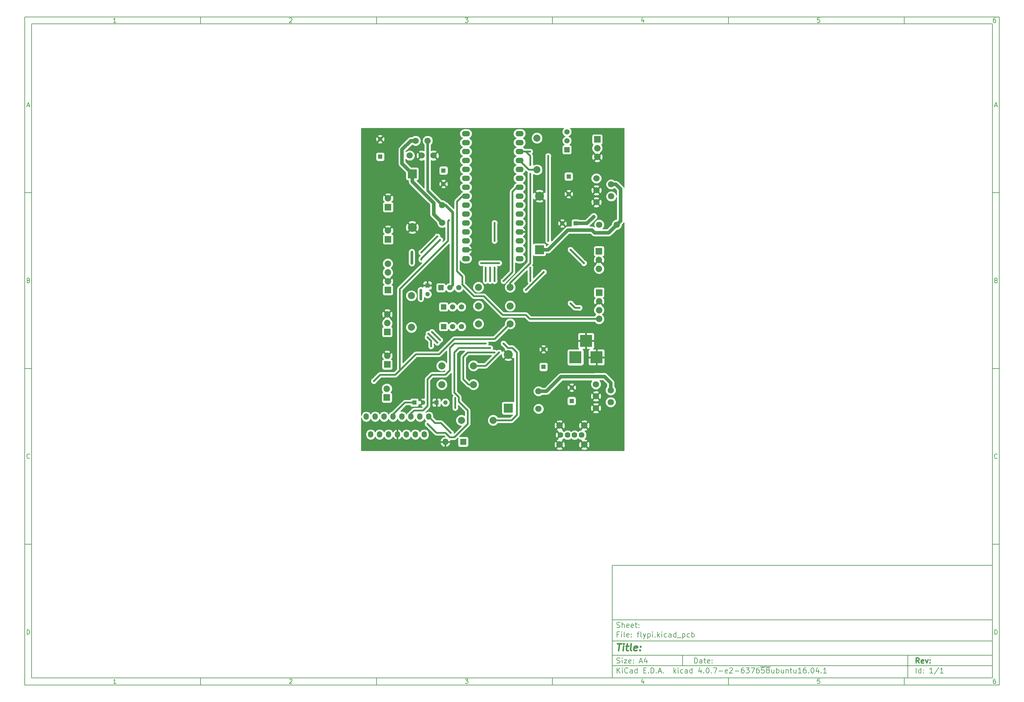
<source format=gbr>
G04 #@! TF.FileFunction,Copper,L2,Bot,Signal*
%FSLAX46Y46*%
G04 Gerber Fmt 4.6, Leading zero omitted, Abs format (unit mm)*
G04 Created by KiCad (PCBNEW 4.0.7-e2-6376~58~ubuntu16.04.1) date Sun Nov 19 07:08:21 2017*
%MOMM*%
%LPD*%
G01*
G04 APERTURE LIST*
%ADD10C,0.100000*%
%ADD11C,0.150000*%
%ADD12C,0.300000*%
%ADD13C,0.400000*%
%ADD14C,1.520000*%
%ADD15R,1.520000X1.520000*%
%ADD16O,2.300000X1.600000*%
%ADD17R,1.300000X1.300000*%
%ADD18C,1.300000*%
%ADD19R,3.500120X3.500120*%
%ADD20C,2.540000*%
%ADD21R,2.540000X2.540000*%
%ADD22C,1.800860*%
%ADD23C,1.800000*%
%ADD24O,1.524000X1.824000*%
%ADD25C,2.000000*%
%ADD26C,1.620000*%
%ADD27C,1.850000*%
%ADD28R,1.850000X1.850000*%
%ADD29R,1.800000X1.800000*%
%ADD30O,1.800000X1.800000*%
%ADD31C,0.600000*%
%ADD32C,0.800000*%
%ADD33C,0.500000*%
%ADD34C,0.750000*%
%ADD35C,1.000000*%
%ADD36C,0.254000*%
G04 APERTURE END LIST*
D10*
D11*
X177002200Y-166007200D02*
X177002200Y-198007200D01*
X285002200Y-198007200D01*
X285002200Y-166007200D01*
X177002200Y-166007200D01*
D10*
D11*
X10000000Y-10000000D02*
X10000000Y-200007200D01*
X287002200Y-200007200D01*
X287002200Y-10000000D01*
X10000000Y-10000000D01*
D10*
D11*
X12000000Y-12000000D02*
X12000000Y-198007200D01*
X285002200Y-198007200D01*
X285002200Y-12000000D01*
X12000000Y-12000000D01*
D10*
D11*
X60000000Y-12000000D02*
X60000000Y-10000000D01*
D10*
D11*
X110000000Y-12000000D02*
X110000000Y-10000000D01*
D10*
D11*
X160000000Y-12000000D02*
X160000000Y-10000000D01*
D10*
D11*
X210000000Y-12000000D02*
X210000000Y-10000000D01*
D10*
D11*
X260000000Y-12000000D02*
X260000000Y-10000000D01*
D10*
D11*
X35990476Y-11588095D02*
X35247619Y-11588095D01*
X35619048Y-11588095D02*
X35619048Y-10288095D01*
X35495238Y-10473810D01*
X35371429Y-10597619D01*
X35247619Y-10659524D01*
D10*
D11*
X85247619Y-10411905D02*
X85309524Y-10350000D01*
X85433333Y-10288095D01*
X85742857Y-10288095D01*
X85866667Y-10350000D01*
X85928571Y-10411905D01*
X85990476Y-10535714D01*
X85990476Y-10659524D01*
X85928571Y-10845238D01*
X85185714Y-11588095D01*
X85990476Y-11588095D01*
D10*
D11*
X135185714Y-10288095D02*
X135990476Y-10288095D01*
X135557143Y-10783333D01*
X135742857Y-10783333D01*
X135866667Y-10845238D01*
X135928571Y-10907143D01*
X135990476Y-11030952D01*
X135990476Y-11340476D01*
X135928571Y-11464286D01*
X135866667Y-11526190D01*
X135742857Y-11588095D01*
X135371429Y-11588095D01*
X135247619Y-11526190D01*
X135185714Y-11464286D01*
D10*
D11*
X185866667Y-10721429D02*
X185866667Y-11588095D01*
X185557143Y-10226190D02*
X185247619Y-11154762D01*
X186052381Y-11154762D01*
D10*
D11*
X235928571Y-10288095D02*
X235309524Y-10288095D01*
X235247619Y-10907143D01*
X235309524Y-10845238D01*
X235433333Y-10783333D01*
X235742857Y-10783333D01*
X235866667Y-10845238D01*
X235928571Y-10907143D01*
X235990476Y-11030952D01*
X235990476Y-11340476D01*
X235928571Y-11464286D01*
X235866667Y-11526190D01*
X235742857Y-11588095D01*
X235433333Y-11588095D01*
X235309524Y-11526190D01*
X235247619Y-11464286D01*
D10*
D11*
X285866667Y-10288095D02*
X285619048Y-10288095D01*
X285495238Y-10350000D01*
X285433333Y-10411905D01*
X285309524Y-10597619D01*
X285247619Y-10845238D01*
X285247619Y-11340476D01*
X285309524Y-11464286D01*
X285371429Y-11526190D01*
X285495238Y-11588095D01*
X285742857Y-11588095D01*
X285866667Y-11526190D01*
X285928571Y-11464286D01*
X285990476Y-11340476D01*
X285990476Y-11030952D01*
X285928571Y-10907143D01*
X285866667Y-10845238D01*
X285742857Y-10783333D01*
X285495238Y-10783333D01*
X285371429Y-10845238D01*
X285309524Y-10907143D01*
X285247619Y-11030952D01*
D10*
D11*
X60000000Y-198007200D02*
X60000000Y-200007200D01*
D10*
D11*
X110000000Y-198007200D02*
X110000000Y-200007200D01*
D10*
D11*
X160000000Y-198007200D02*
X160000000Y-200007200D01*
D10*
D11*
X210000000Y-198007200D02*
X210000000Y-200007200D01*
D10*
D11*
X260000000Y-198007200D02*
X260000000Y-200007200D01*
D10*
D11*
X35990476Y-199595295D02*
X35247619Y-199595295D01*
X35619048Y-199595295D02*
X35619048Y-198295295D01*
X35495238Y-198481010D01*
X35371429Y-198604819D01*
X35247619Y-198666724D01*
D10*
D11*
X85247619Y-198419105D02*
X85309524Y-198357200D01*
X85433333Y-198295295D01*
X85742857Y-198295295D01*
X85866667Y-198357200D01*
X85928571Y-198419105D01*
X85990476Y-198542914D01*
X85990476Y-198666724D01*
X85928571Y-198852438D01*
X85185714Y-199595295D01*
X85990476Y-199595295D01*
D10*
D11*
X135185714Y-198295295D02*
X135990476Y-198295295D01*
X135557143Y-198790533D01*
X135742857Y-198790533D01*
X135866667Y-198852438D01*
X135928571Y-198914343D01*
X135990476Y-199038152D01*
X135990476Y-199347676D01*
X135928571Y-199471486D01*
X135866667Y-199533390D01*
X135742857Y-199595295D01*
X135371429Y-199595295D01*
X135247619Y-199533390D01*
X135185714Y-199471486D01*
D10*
D11*
X185866667Y-198728629D02*
X185866667Y-199595295D01*
X185557143Y-198233390D02*
X185247619Y-199161962D01*
X186052381Y-199161962D01*
D10*
D11*
X235928571Y-198295295D02*
X235309524Y-198295295D01*
X235247619Y-198914343D01*
X235309524Y-198852438D01*
X235433333Y-198790533D01*
X235742857Y-198790533D01*
X235866667Y-198852438D01*
X235928571Y-198914343D01*
X235990476Y-199038152D01*
X235990476Y-199347676D01*
X235928571Y-199471486D01*
X235866667Y-199533390D01*
X235742857Y-199595295D01*
X235433333Y-199595295D01*
X235309524Y-199533390D01*
X235247619Y-199471486D01*
D10*
D11*
X285866667Y-198295295D02*
X285619048Y-198295295D01*
X285495238Y-198357200D01*
X285433333Y-198419105D01*
X285309524Y-198604819D01*
X285247619Y-198852438D01*
X285247619Y-199347676D01*
X285309524Y-199471486D01*
X285371429Y-199533390D01*
X285495238Y-199595295D01*
X285742857Y-199595295D01*
X285866667Y-199533390D01*
X285928571Y-199471486D01*
X285990476Y-199347676D01*
X285990476Y-199038152D01*
X285928571Y-198914343D01*
X285866667Y-198852438D01*
X285742857Y-198790533D01*
X285495238Y-198790533D01*
X285371429Y-198852438D01*
X285309524Y-198914343D01*
X285247619Y-199038152D01*
D10*
D11*
X10000000Y-60000000D02*
X12000000Y-60000000D01*
D10*
D11*
X10000000Y-110000000D02*
X12000000Y-110000000D01*
D10*
D11*
X10000000Y-160000000D02*
X12000000Y-160000000D01*
D10*
D11*
X10690476Y-35216667D02*
X11309524Y-35216667D01*
X10566667Y-35588095D02*
X11000000Y-34288095D01*
X11433333Y-35588095D01*
D10*
D11*
X11092857Y-84907143D02*
X11278571Y-84969048D01*
X11340476Y-85030952D01*
X11402381Y-85154762D01*
X11402381Y-85340476D01*
X11340476Y-85464286D01*
X11278571Y-85526190D01*
X11154762Y-85588095D01*
X10659524Y-85588095D01*
X10659524Y-84288095D01*
X11092857Y-84288095D01*
X11216667Y-84350000D01*
X11278571Y-84411905D01*
X11340476Y-84535714D01*
X11340476Y-84659524D01*
X11278571Y-84783333D01*
X11216667Y-84845238D01*
X11092857Y-84907143D01*
X10659524Y-84907143D01*
D10*
D11*
X11402381Y-135464286D02*
X11340476Y-135526190D01*
X11154762Y-135588095D01*
X11030952Y-135588095D01*
X10845238Y-135526190D01*
X10721429Y-135402381D01*
X10659524Y-135278571D01*
X10597619Y-135030952D01*
X10597619Y-134845238D01*
X10659524Y-134597619D01*
X10721429Y-134473810D01*
X10845238Y-134350000D01*
X11030952Y-134288095D01*
X11154762Y-134288095D01*
X11340476Y-134350000D01*
X11402381Y-134411905D01*
D10*
D11*
X10659524Y-185588095D02*
X10659524Y-184288095D01*
X10969048Y-184288095D01*
X11154762Y-184350000D01*
X11278571Y-184473810D01*
X11340476Y-184597619D01*
X11402381Y-184845238D01*
X11402381Y-185030952D01*
X11340476Y-185278571D01*
X11278571Y-185402381D01*
X11154762Y-185526190D01*
X10969048Y-185588095D01*
X10659524Y-185588095D01*
D10*
D11*
X287002200Y-60000000D02*
X285002200Y-60000000D01*
D10*
D11*
X287002200Y-110000000D02*
X285002200Y-110000000D01*
D10*
D11*
X287002200Y-160000000D02*
X285002200Y-160000000D01*
D10*
D11*
X285692676Y-35216667D02*
X286311724Y-35216667D01*
X285568867Y-35588095D02*
X286002200Y-34288095D01*
X286435533Y-35588095D01*
D10*
D11*
X286095057Y-84907143D02*
X286280771Y-84969048D01*
X286342676Y-85030952D01*
X286404581Y-85154762D01*
X286404581Y-85340476D01*
X286342676Y-85464286D01*
X286280771Y-85526190D01*
X286156962Y-85588095D01*
X285661724Y-85588095D01*
X285661724Y-84288095D01*
X286095057Y-84288095D01*
X286218867Y-84350000D01*
X286280771Y-84411905D01*
X286342676Y-84535714D01*
X286342676Y-84659524D01*
X286280771Y-84783333D01*
X286218867Y-84845238D01*
X286095057Y-84907143D01*
X285661724Y-84907143D01*
D10*
D11*
X286404581Y-135464286D02*
X286342676Y-135526190D01*
X286156962Y-135588095D01*
X286033152Y-135588095D01*
X285847438Y-135526190D01*
X285723629Y-135402381D01*
X285661724Y-135278571D01*
X285599819Y-135030952D01*
X285599819Y-134845238D01*
X285661724Y-134597619D01*
X285723629Y-134473810D01*
X285847438Y-134350000D01*
X286033152Y-134288095D01*
X286156962Y-134288095D01*
X286342676Y-134350000D01*
X286404581Y-134411905D01*
D10*
D11*
X285661724Y-185588095D02*
X285661724Y-184288095D01*
X285971248Y-184288095D01*
X286156962Y-184350000D01*
X286280771Y-184473810D01*
X286342676Y-184597619D01*
X286404581Y-184845238D01*
X286404581Y-185030952D01*
X286342676Y-185278571D01*
X286280771Y-185402381D01*
X286156962Y-185526190D01*
X285971248Y-185588095D01*
X285661724Y-185588095D01*
D10*
D11*
X200359343Y-193785771D02*
X200359343Y-192285771D01*
X200716486Y-192285771D01*
X200930771Y-192357200D01*
X201073629Y-192500057D01*
X201145057Y-192642914D01*
X201216486Y-192928629D01*
X201216486Y-193142914D01*
X201145057Y-193428629D01*
X201073629Y-193571486D01*
X200930771Y-193714343D01*
X200716486Y-193785771D01*
X200359343Y-193785771D01*
X202502200Y-193785771D02*
X202502200Y-193000057D01*
X202430771Y-192857200D01*
X202287914Y-192785771D01*
X202002200Y-192785771D01*
X201859343Y-192857200D01*
X202502200Y-193714343D02*
X202359343Y-193785771D01*
X202002200Y-193785771D01*
X201859343Y-193714343D01*
X201787914Y-193571486D01*
X201787914Y-193428629D01*
X201859343Y-193285771D01*
X202002200Y-193214343D01*
X202359343Y-193214343D01*
X202502200Y-193142914D01*
X203002200Y-192785771D02*
X203573629Y-192785771D01*
X203216486Y-192285771D02*
X203216486Y-193571486D01*
X203287914Y-193714343D01*
X203430772Y-193785771D01*
X203573629Y-193785771D01*
X204645057Y-193714343D02*
X204502200Y-193785771D01*
X204216486Y-193785771D01*
X204073629Y-193714343D01*
X204002200Y-193571486D01*
X204002200Y-193000057D01*
X204073629Y-192857200D01*
X204216486Y-192785771D01*
X204502200Y-192785771D01*
X204645057Y-192857200D01*
X204716486Y-193000057D01*
X204716486Y-193142914D01*
X204002200Y-193285771D01*
X205359343Y-193642914D02*
X205430771Y-193714343D01*
X205359343Y-193785771D01*
X205287914Y-193714343D01*
X205359343Y-193642914D01*
X205359343Y-193785771D01*
X205359343Y-192857200D02*
X205430771Y-192928629D01*
X205359343Y-193000057D01*
X205287914Y-192928629D01*
X205359343Y-192857200D01*
X205359343Y-193000057D01*
D10*
D11*
X177002200Y-194507200D02*
X285002200Y-194507200D01*
D10*
D11*
X178359343Y-196585771D02*
X178359343Y-195085771D01*
X179216486Y-196585771D02*
X178573629Y-195728629D01*
X179216486Y-195085771D02*
X178359343Y-195942914D01*
X179859343Y-196585771D02*
X179859343Y-195585771D01*
X179859343Y-195085771D02*
X179787914Y-195157200D01*
X179859343Y-195228629D01*
X179930771Y-195157200D01*
X179859343Y-195085771D01*
X179859343Y-195228629D01*
X181430772Y-196442914D02*
X181359343Y-196514343D01*
X181145057Y-196585771D01*
X181002200Y-196585771D01*
X180787915Y-196514343D01*
X180645057Y-196371486D01*
X180573629Y-196228629D01*
X180502200Y-195942914D01*
X180502200Y-195728629D01*
X180573629Y-195442914D01*
X180645057Y-195300057D01*
X180787915Y-195157200D01*
X181002200Y-195085771D01*
X181145057Y-195085771D01*
X181359343Y-195157200D01*
X181430772Y-195228629D01*
X182716486Y-196585771D02*
X182716486Y-195800057D01*
X182645057Y-195657200D01*
X182502200Y-195585771D01*
X182216486Y-195585771D01*
X182073629Y-195657200D01*
X182716486Y-196514343D02*
X182573629Y-196585771D01*
X182216486Y-196585771D01*
X182073629Y-196514343D01*
X182002200Y-196371486D01*
X182002200Y-196228629D01*
X182073629Y-196085771D01*
X182216486Y-196014343D01*
X182573629Y-196014343D01*
X182716486Y-195942914D01*
X184073629Y-196585771D02*
X184073629Y-195085771D01*
X184073629Y-196514343D02*
X183930772Y-196585771D01*
X183645058Y-196585771D01*
X183502200Y-196514343D01*
X183430772Y-196442914D01*
X183359343Y-196300057D01*
X183359343Y-195871486D01*
X183430772Y-195728629D01*
X183502200Y-195657200D01*
X183645058Y-195585771D01*
X183930772Y-195585771D01*
X184073629Y-195657200D01*
X185930772Y-195800057D02*
X186430772Y-195800057D01*
X186645058Y-196585771D02*
X185930772Y-196585771D01*
X185930772Y-195085771D01*
X186645058Y-195085771D01*
X187287915Y-196442914D02*
X187359343Y-196514343D01*
X187287915Y-196585771D01*
X187216486Y-196514343D01*
X187287915Y-196442914D01*
X187287915Y-196585771D01*
X188002201Y-196585771D02*
X188002201Y-195085771D01*
X188359344Y-195085771D01*
X188573629Y-195157200D01*
X188716487Y-195300057D01*
X188787915Y-195442914D01*
X188859344Y-195728629D01*
X188859344Y-195942914D01*
X188787915Y-196228629D01*
X188716487Y-196371486D01*
X188573629Y-196514343D01*
X188359344Y-196585771D01*
X188002201Y-196585771D01*
X189502201Y-196442914D02*
X189573629Y-196514343D01*
X189502201Y-196585771D01*
X189430772Y-196514343D01*
X189502201Y-196442914D01*
X189502201Y-196585771D01*
X190145058Y-196157200D02*
X190859344Y-196157200D01*
X190002201Y-196585771D02*
X190502201Y-195085771D01*
X191002201Y-196585771D01*
X191502201Y-196442914D02*
X191573629Y-196514343D01*
X191502201Y-196585771D01*
X191430772Y-196514343D01*
X191502201Y-196442914D01*
X191502201Y-196585771D01*
X194502201Y-196585771D02*
X194502201Y-195085771D01*
X194645058Y-196014343D02*
X195073629Y-196585771D01*
X195073629Y-195585771D02*
X194502201Y-196157200D01*
X195716487Y-196585771D02*
X195716487Y-195585771D01*
X195716487Y-195085771D02*
X195645058Y-195157200D01*
X195716487Y-195228629D01*
X195787915Y-195157200D01*
X195716487Y-195085771D01*
X195716487Y-195228629D01*
X197073630Y-196514343D02*
X196930773Y-196585771D01*
X196645059Y-196585771D01*
X196502201Y-196514343D01*
X196430773Y-196442914D01*
X196359344Y-196300057D01*
X196359344Y-195871486D01*
X196430773Y-195728629D01*
X196502201Y-195657200D01*
X196645059Y-195585771D01*
X196930773Y-195585771D01*
X197073630Y-195657200D01*
X198359344Y-196585771D02*
X198359344Y-195800057D01*
X198287915Y-195657200D01*
X198145058Y-195585771D01*
X197859344Y-195585771D01*
X197716487Y-195657200D01*
X198359344Y-196514343D02*
X198216487Y-196585771D01*
X197859344Y-196585771D01*
X197716487Y-196514343D01*
X197645058Y-196371486D01*
X197645058Y-196228629D01*
X197716487Y-196085771D01*
X197859344Y-196014343D01*
X198216487Y-196014343D01*
X198359344Y-195942914D01*
X199716487Y-196585771D02*
X199716487Y-195085771D01*
X199716487Y-196514343D02*
X199573630Y-196585771D01*
X199287916Y-196585771D01*
X199145058Y-196514343D01*
X199073630Y-196442914D01*
X199002201Y-196300057D01*
X199002201Y-195871486D01*
X199073630Y-195728629D01*
X199145058Y-195657200D01*
X199287916Y-195585771D01*
X199573630Y-195585771D01*
X199716487Y-195657200D01*
X202216487Y-195585771D02*
X202216487Y-196585771D01*
X201859344Y-195014343D02*
X201502201Y-196085771D01*
X202430773Y-196085771D01*
X203002201Y-196442914D02*
X203073629Y-196514343D01*
X203002201Y-196585771D01*
X202930772Y-196514343D01*
X203002201Y-196442914D01*
X203002201Y-196585771D01*
X204002201Y-195085771D02*
X204145058Y-195085771D01*
X204287915Y-195157200D01*
X204359344Y-195228629D01*
X204430773Y-195371486D01*
X204502201Y-195657200D01*
X204502201Y-196014343D01*
X204430773Y-196300057D01*
X204359344Y-196442914D01*
X204287915Y-196514343D01*
X204145058Y-196585771D01*
X204002201Y-196585771D01*
X203859344Y-196514343D01*
X203787915Y-196442914D01*
X203716487Y-196300057D01*
X203645058Y-196014343D01*
X203645058Y-195657200D01*
X203716487Y-195371486D01*
X203787915Y-195228629D01*
X203859344Y-195157200D01*
X204002201Y-195085771D01*
X205145058Y-196442914D02*
X205216486Y-196514343D01*
X205145058Y-196585771D01*
X205073629Y-196514343D01*
X205145058Y-196442914D01*
X205145058Y-196585771D01*
X205716487Y-195085771D02*
X206716487Y-195085771D01*
X206073630Y-196585771D01*
X207287915Y-196014343D02*
X208430772Y-196014343D01*
X209716486Y-196514343D02*
X209573629Y-196585771D01*
X209287915Y-196585771D01*
X209145058Y-196514343D01*
X209073629Y-196371486D01*
X209073629Y-195800057D01*
X209145058Y-195657200D01*
X209287915Y-195585771D01*
X209573629Y-195585771D01*
X209716486Y-195657200D01*
X209787915Y-195800057D01*
X209787915Y-195942914D01*
X209073629Y-196085771D01*
X210359343Y-195228629D02*
X210430772Y-195157200D01*
X210573629Y-195085771D01*
X210930772Y-195085771D01*
X211073629Y-195157200D01*
X211145058Y-195228629D01*
X211216486Y-195371486D01*
X211216486Y-195514343D01*
X211145058Y-195728629D01*
X210287915Y-196585771D01*
X211216486Y-196585771D01*
X211859343Y-196014343D02*
X213002200Y-196014343D01*
X214359343Y-195085771D02*
X214073629Y-195085771D01*
X213930772Y-195157200D01*
X213859343Y-195228629D01*
X213716486Y-195442914D01*
X213645057Y-195728629D01*
X213645057Y-196300057D01*
X213716486Y-196442914D01*
X213787914Y-196514343D01*
X213930772Y-196585771D01*
X214216486Y-196585771D01*
X214359343Y-196514343D01*
X214430772Y-196442914D01*
X214502200Y-196300057D01*
X214502200Y-195942914D01*
X214430772Y-195800057D01*
X214359343Y-195728629D01*
X214216486Y-195657200D01*
X213930772Y-195657200D01*
X213787914Y-195728629D01*
X213716486Y-195800057D01*
X213645057Y-195942914D01*
X215002200Y-195085771D02*
X215930771Y-195085771D01*
X215430771Y-195657200D01*
X215645057Y-195657200D01*
X215787914Y-195728629D01*
X215859343Y-195800057D01*
X215930771Y-195942914D01*
X215930771Y-196300057D01*
X215859343Y-196442914D01*
X215787914Y-196514343D01*
X215645057Y-196585771D01*
X215216485Y-196585771D01*
X215073628Y-196514343D01*
X215002200Y-196442914D01*
X216430771Y-195085771D02*
X217430771Y-195085771D01*
X216787914Y-196585771D01*
X218645056Y-195085771D02*
X218359342Y-195085771D01*
X218216485Y-195157200D01*
X218145056Y-195228629D01*
X218002199Y-195442914D01*
X217930770Y-195728629D01*
X217930770Y-196300057D01*
X218002199Y-196442914D01*
X218073627Y-196514343D01*
X218216485Y-196585771D01*
X218502199Y-196585771D01*
X218645056Y-196514343D01*
X218716485Y-196442914D01*
X218787913Y-196300057D01*
X218787913Y-195942914D01*
X218716485Y-195800057D01*
X218645056Y-195728629D01*
X218502199Y-195657200D01*
X218216485Y-195657200D01*
X218073627Y-195728629D01*
X218002199Y-195800057D01*
X217930770Y-195942914D01*
X220145056Y-195085771D02*
X219430770Y-195085771D01*
X219359341Y-195800057D01*
X219430770Y-195728629D01*
X219573627Y-195657200D01*
X219930770Y-195657200D01*
X220073627Y-195728629D01*
X220145056Y-195800057D01*
X220216484Y-195942914D01*
X220216484Y-196300057D01*
X220145056Y-196442914D01*
X220073627Y-196514343D01*
X219930770Y-196585771D01*
X219573627Y-196585771D01*
X219430770Y-196514343D01*
X219359341Y-196442914D01*
X221073627Y-195728629D02*
X220930769Y-195657200D01*
X220859341Y-195585771D01*
X220787912Y-195442914D01*
X220787912Y-195371486D01*
X220859341Y-195228629D01*
X220930769Y-195157200D01*
X221073627Y-195085771D01*
X221359341Y-195085771D01*
X221502198Y-195157200D01*
X221573627Y-195228629D01*
X221645055Y-195371486D01*
X221645055Y-195442914D01*
X221573627Y-195585771D01*
X221502198Y-195657200D01*
X221359341Y-195728629D01*
X221073627Y-195728629D01*
X220930769Y-195800057D01*
X220859341Y-195871486D01*
X220787912Y-196014343D01*
X220787912Y-196300057D01*
X220859341Y-196442914D01*
X220930769Y-196514343D01*
X221073627Y-196585771D01*
X221359341Y-196585771D01*
X221502198Y-196514343D01*
X221573627Y-196442914D01*
X221645055Y-196300057D01*
X221645055Y-196014343D01*
X221573627Y-195871486D01*
X221502198Y-195800057D01*
X221359341Y-195728629D01*
X219073627Y-194827200D02*
X221930769Y-194827200D01*
X222930769Y-195585771D02*
X222930769Y-196585771D01*
X222287912Y-195585771D02*
X222287912Y-196371486D01*
X222359340Y-196514343D01*
X222502198Y-196585771D01*
X222716483Y-196585771D01*
X222859340Y-196514343D01*
X222930769Y-196442914D01*
X223645055Y-196585771D02*
X223645055Y-195085771D01*
X223645055Y-195657200D02*
X223787912Y-195585771D01*
X224073626Y-195585771D01*
X224216483Y-195657200D01*
X224287912Y-195728629D01*
X224359341Y-195871486D01*
X224359341Y-196300057D01*
X224287912Y-196442914D01*
X224216483Y-196514343D01*
X224073626Y-196585771D01*
X223787912Y-196585771D01*
X223645055Y-196514343D01*
X225645055Y-195585771D02*
X225645055Y-196585771D01*
X225002198Y-195585771D02*
X225002198Y-196371486D01*
X225073626Y-196514343D01*
X225216484Y-196585771D01*
X225430769Y-196585771D01*
X225573626Y-196514343D01*
X225645055Y-196442914D01*
X226359341Y-195585771D02*
X226359341Y-196585771D01*
X226359341Y-195728629D02*
X226430769Y-195657200D01*
X226573627Y-195585771D01*
X226787912Y-195585771D01*
X226930769Y-195657200D01*
X227002198Y-195800057D01*
X227002198Y-196585771D01*
X227502198Y-195585771D02*
X228073627Y-195585771D01*
X227716484Y-195085771D02*
X227716484Y-196371486D01*
X227787912Y-196514343D01*
X227930770Y-196585771D01*
X228073627Y-196585771D01*
X229216484Y-195585771D02*
X229216484Y-196585771D01*
X228573627Y-195585771D02*
X228573627Y-196371486D01*
X228645055Y-196514343D01*
X228787913Y-196585771D01*
X229002198Y-196585771D01*
X229145055Y-196514343D01*
X229216484Y-196442914D01*
X230716484Y-196585771D02*
X229859341Y-196585771D01*
X230287913Y-196585771D02*
X230287913Y-195085771D01*
X230145056Y-195300057D01*
X230002198Y-195442914D01*
X229859341Y-195514343D01*
X232002198Y-195085771D02*
X231716484Y-195085771D01*
X231573627Y-195157200D01*
X231502198Y-195228629D01*
X231359341Y-195442914D01*
X231287912Y-195728629D01*
X231287912Y-196300057D01*
X231359341Y-196442914D01*
X231430769Y-196514343D01*
X231573627Y-196585771D01*
X231859341Y-196585771D01*
X232002198Y-196514343D01*
X232073627Y-196442914D01*
X232145055Y-196300057D01*
X232145055Y-195942914D01*
X232073627Y-195800057D01*
X232002198Y-195728629D01*
X231859341Y-195657200D01*
X231573627Y-195657200D01*
X231430769Y-195728629D01*
X231359341Y-195800057D01*
X231287912Y-195942914D01*
X232787912Y-196442914D02*
X232859340Y-196514343D01*
X232787912Y-196585771D01*
X232716483Y-196514343D01*
X232787912Y-196442914D01*
X232787912Y-196585771D01*
X233787912Y-195085771D02*
X233930769Y-195085771D01*
X234073626Y-195157200D01*
X234145055Y-195228629D01*
X234216484Y-195371486D01*
X234287912Y-195657200D01*
X234287912Y-196014343D01*
X234216484Y-196300057D01*
X234145055Y-196442914D01*
X234073626Y-196514343D01*
X233930769Y-196585771D01*
X233787912Y-196585771D01*
X233645055Y-196514343D01*
X233573626Y-196442914D01*
X233502198Y-196300057D01*
X233430769Y-196014343D01*
X233430769Y-195657200D01*
X233502198Y-195371486D01*
X233573626Y-195228629D01*
X233645055Y-195157200D01*
X233787912Y-195085771D01*
X235573626Y-195585771D02*
X235573626Y-196585771D01*
X235216483Y-195014343D02*
X234859340Y-196085771D01*
X235787912Y-196085771D01*
X236359340Y-196442914D02*
X236430768Y-196514343D01*
X236359340Y-196585771D01*
X236287911Y-196514343D01*
X236359340Y-196442914D01*
X236359340Y-196585771D01*
X237859340Y-196585771D02*
X237002197Y-196585771D01*
X237430769Y-196585771D02*
X237430769Y-195085771D01*
X237287912Y-195300057D01*
X237145054Y-195442914D01*
X237002197Y-195514343D01*
D10*
D11*
X177002200Y-191507200D02*
X285002200Y-191507200D01*
D10*
D12*
X264216486Y-193785771D02*
X263716486Y-193071486D01*
X263359343Y-193785771D02*
X263359343Y-192285771D01*
X263930771Y-192285771D01*
X264073629Y-192357200D01*
X264145057Y-192428629D01*
X264216486Y-192571486D01*
X264216486Y-192785771D01*
X264145057Y-192928629D01*
X264073629Y-193000057D01*
X263930771Y-193071486D01*
X263359343Y-193071486D01*
X265430771Y-193714343D02*
X265287914Y-193785771D01*
X265002200Y-193785771D01*
X264859343Y-193714343D01*
X264787914Y-193571486D01*
X264787914Y-193000057D01*
X264859343Y-192857200D01*
X265002200Y-192785771D01*
X265287914Y-192785771D01*
X265430771Y-192857200D01*
X265502200Y-193000057D01*
X265502200Y-193142914D01*
X264787914Y-193285771D01*
X266002200Y-192785771D02*
X266359343Y-193785771D01*
X266716485Y-192785771D01*
X267287914Y-193642914D02*
X267359342Y-193714343D01*
X267287914Y-193785771D01*
X267216485Y-193714343D01*
X267287914Y-193642914D01*
X267287914Y-193785771D01*
X267287914Y-192857200D02*
X267359342Y-192928629D01*
X267287914Y-193000057D01*
X267216485Y-192928629D01*
X267287914Y-192857200D01*
X267287914Y-193000057D01*
D10*
D11*
X178287914Y-193714343D02*
X178502200Y-193785771D01*
X178859343Y-193785771D01*
X179002200Y-193714343D01*
X179073629Y-193642914D01*
X179145057Y-193500057D01*
X179145057Y-193357200D01*
X179073629Y-193214343D01*
X179002200Y-193142914D01*
X178859343Y-193071486D01*
X178573629Y-193000057D01*
X178430771Y-192928629D01*
X178359343Y-192857200D01*
X178287914Y-192714343D01*
X178287914Y-192571486D01*
X178359343Y-192428629D01*
X178430771Y-192357200D01*
X178573629Y-192285771D01*
X178930771Y-192285771D01*
X179145057Y-192357200D01*
X179787914Y-193785771D02*
X179787914Y-192785771D01*
X179787914Y-192285771D02*
X179716485Y-192357200D01*
X179787914Y-192428629D01*
X179859342Y-192357200D01*
X179787914Y-192285771D01*
X179787914Y-192428629D01*
X180359343Y-192785771D02*
X181145057Y-192785771D01*
X180359343Y-193785771D01*
X181145057Y-193785771D01*
X182287914Y-193714343D02*
X182145057Y-193785771D01*
X181859343Y-193785771D01*
X181716486Y-193714343D01*
X181645057Y-193571486D01*
X181645057Y-193000057D01*
X181716486Y-192857200D01*
X181859343Y-192785771D01*
X182145057Y-192785771D01*
X182287914Y-192857200D01*
X182359343Y-193000057D01*
X182359343Y-193142914D01*
X181645057Y-193285771D01*
X183002200Y-193642914D02*
X183073628Y-193714343D01*
X183002200Y-193785771D01*
X182930771Y-193714343D01*
X183002200Y-193642914D01*
X183002200Y-193785771D01*
X183002200Y-192857200D02*
X183073628Y-192928629D01*
X183002200Y-193000057D01*
X182930771Y-192928629D01*
X183002200Y-192857200D01*
X183002200Y-193000057D01*
X184787914Y-193357200D02*
X185502200Y-193357200D01*
X184645057Y-193785771D02*
X185145057Y-192285771D01*
X185645057Y-193785771D01*
X186787914Y-192785771D02*
X186787914Y-193785771D01*
X186430771Y-192214343D02*
X186073628Y-193285771D01*
X187002200Y-193285771D01*
D10*
D11*
X263359343Y-196585771D02*
X263359343Y-195085771D01*
X264716486Y-196585771D02*
X264716486Y-195085771D01*
X264716486Y-196514343D02*
X264573629Y-196585771D01*
X264287915Y-196585771D01*
X264145057Y-196514343D01*
X264073629Y-196442914D01*
X264002200Y-196300057D01*
X264002200Y-195871486D01*
X264073629Y-195728629D01*
X264145057Y-195657200D01*
X264287915Y-195585771D01*
X264573629Y-195585771D01*
X264716486Y-195657200D01*
X265430772Y-196442914D02*
X265502200Y-196514343D01*
X265430772Y-196585771D01*
X265359343Y-196514343D01*
X265430772Y-196442914D01*
X265430772Y-196585771D01*
X265430772Y-195657200D02*
X265502200Y-195728629D01*
X265430772Y-195800057D01*
X265359343Y-195728629D01*
X265430772Y-195657200D01*
X265430772Y-195800057D01*
X268073629Y-196585771D02*
X267216486Y-196585771D01*
X267645058Y-196585771D02*
X267645058Y-195085771D01*
X267502201Y-195300057D01*
X267359343Y-195442914D01*
X267216486Y-195514343D01*
X269787914Y-195014343D02*
X268502200Y-196942914D01*
X271073629Y-196585771D02*
X270216486Y-196585771D01*
X270645058Y-196585771D02*
X270645058Y-195085771D01*
X270502201Y-195300057D01*
X270359343Y-195442914D01*
X270216486Y-195514343D01*
D10*
D11*
X177002200Y-187507200D02*
X285002200Y-187507200D01*
D10*
D13*
X178454581Y-188211962D02*
X179597438Y-188211962D01*
X178776010Y-190211962D02*
X179026010Y-188211962D01*
X180014105Y-190211962D02*
X180180771Y-188878629D01*
X180264105Y-188211962D02*
X180156962Y-188307200D01*
X180240295Y-188402438D01*
X180347439Y-188307200D01*
X180264105Y-188211962D01*
X180240295Y-188402438D01*
X180847438Y-188878629D02*
X181609343Y-188878629D01*
X181216486Y-188211962D02*
X181002200Y-189926248D01*
X181073630Y-190116724D01*
X181252201Y-190211962D01*
X181442677Y-190211962D01*
X182395058Y-190211962D02*
X182216487Y-190116724D01*
X182145057Y-189926248D01*
X182359343Y-188211962D01*
X183930772Y-190116724D02*
X183728391Y-190211962D01*
X183347439Y-190211962D01*
X183168867Y-190116724D01*
X183097438Y-189926248D01*
X183192676Y-189164343D01*
X183311724Y-188973867D01*
X183514105Y-188878629D01*
X183895057Y-188878629D01*
X184073629Y-188973867D01*
X184145057Y-189164343D01*
X184121248Y-189354819D01*
X183145057Y-189545295D01*
X184895057Y-190021486D02*
X184978392Y-190116724D01*
X184871248Y-190211962D01*
X184787915Y-190116724D01*
X184895057Y-190021486D01*
X184871248Y-190211962D01*
X185026010Y-188973867D02*
X185109344Y-189069105D01*
X185002200Y-189164343D01*
X184918867Y-189069105D01*
X185026010Y-188973867D01*
X185002200Y-189164343D01*
D10*
D11*
X178859343Y-185600057D02*
X178359343Y-185600057D01*
X178359343Y-186385771D02*
X178359343Y-184885771D01*
X179073629Y-184885771D01*
X179645057Y-186385771D02*
X179645057Y-185385771D01*
X179645057Y-184885771D02*
X179573628Y-184957200D01*
X179645057Y-185028629D01*
X179716485Y-184957200D01*
X179645057Y-184885771D01*
X179645057Y-185028629D01*
X180573629Y-186385771D02*
X180430771Y-186314343D01*
X180359343Y-186171486D01*
X180359343Y-184885771D01*
X181716485Y-186314343D02*
X181573628Y-186385771D01*
X181287914Y-186385771D01*
X181145057Y-186314343D01*
X181073628Y-186171486D01*
X181073628Y-185600057D01*
X181145057Y-185457200D01*
X181287914Y-185385771D01*
X181573628Y-185385771D01*
X181716485Y-185457200D01*
X181787914Y-185600057D01*
X181787914Y-185742914D01*
X181073628Y-185885771D01*
X182430771Y-186242914D02*
X182502199Y-186314343D01*
X182430771Y-186385771D01*
X182359342Y-186314343D01*
X182430771Y-186242914D01*
X182430771Y-186385771D01*
X182430771Y-185457200D02*
X182502199Y-185528629D01*
X182430771Y-185600057D01*
X182359342Y-185528629D01*
X182430771Y-185457200D01*
X182430771Y-185600057D01*
X184073628Y-185385771D02*
X184645057Y-185385771D01*
X184287914Y-186385771D02*
X184287914Y-185100057D01*
X184359342Y-184957200D01*
X184502200Y-184885771D01*
X184645057Y-184885771D01*
X185359343Y-186385771D02*
X185216485Y-186314343D01*
X185145057Y-186171486D01*
X185145057Y-184885771D01*
X185787914Y-185385771D02*
X186145057Y-186385771D01*
X186502199Y-185385771D02*
X186145057Y-186385771D01*
X186002199Y-186742914D01*
X185930771Y-186814343D01*
X185787914Y-186885771D01*
X187073628Y-185385771D02*
X187073628Y-186885771D01*
X187073628Y-185457200D02*
X187216485Y-185385771D01*
X187502199Y-185385771D01*
X187645056Y-185457200D01*
X187716485Y-185528629D01*
X187787914Y-185671486D01*
X187787914Y-186100057D01*
X187716485Y-186242914D01*
X187645056Y-186314343D01*
X187502199Y-186385771D01*
X187216485Y-186385771D01*
X187073628Y-186314343D01*
X188430771Y-186385771D02*
X188430771Y-185385771D01*
X188430771Y-184885771D02*
X188359342Y-184957200D01*
X188430771Y-185028629D01*
X188502199Y-184957200D01*
X188430771Y-184885771D01*
X188430771Y-185028629D01*
X189145057Y-186242914D02*
X189216485Y-186314343D01*
X189145057Y-186385771D01*
X189073628Y-186314343D01*
X189145057Y-186242914D01*
X189145057Y-186385771D01*
X189859343Y-186385771D02*
X189859343Y-184885771D01*
X190002200Y-185814343D02*
X190430771Y-186385771D01*
X190430771Y-185385771D02*
X189859343Y-185957200D01*
X191073629Y-186385771D02*
X191073629Y-185385771D01*
X191073629Y-184885771D02*
X191002200Y-184957200D01*
X191073629Y-185028629D01*
X191145057Y-184957200D01*
X191073629Y-184885771D01*
X191073629Y-185028629D01*
X192430772Y-186314343D02*
X192287915Y-186385771D01*
X192002201Y-186385771D01*
X191859343Y-186314343D01*
X191787915Y-186242914D01*
X191716486Y-186100057D01*
X191716486Y-185671486D01*
X191787915Y-185528629D01*
X191859343Y-185457200D01*
X192002201Y-185385771D01*
X192287915Y-185385771D01*
X192430772Y-185457200D01*
X193716486Y-186385771D02*
X193716486Y-185600057D01*
X193645057Y-185457200D01*
X193502200Y-185385771D01*
X193216486Y-185385771D01*
X193073629Y-185457200D01*
X193716486Y-186314343D02*
X193573629Y-186385771D01*
X193216486Y-186385771D01*
X193073629Y-186314343D01*
X193002200Y-186171486D01*
X193002200Y-186028629D01*
X193073629Y-185885771D01*
X193216486Y-185814343D01*
X193573629Y-185814343D01*
X193716486Y-185742914D01*
X195073629Y-186385771D02*
X195073629Y-184885771D01*
X195073629Y-186314343D02*
X194930772Y-186385771D01*
X194645058Y-186385771D01*
X194502200Y-186314343D01*
X194430772Y-186242914D01*
X194359343Y-186100057D01*
X194359343Y-185671486D01*
X194430772Y-185528629D01*
X194502200Y-185457200D01*
X194645058Y-185385771D01*
X194930772Y-185385771D01*
X195073629Y-185457200D01*
X195430772Y-186528629D02*
X196573629Y-186528629D01*
X196930772Y-185385771D02*
X196930772Y-186885771D01*
X196930772Y-185457200D02*
X197073629Y-185385771D01*
X197359343Y-185385771D01*
X197502200Y-185457200D01*
X197573629Y-185528629D01*
X197645058Y-185671486D01*
X197645058Y-186100057D01*
X197573629Y-186242914D01*
X197502200Y-186314343D01*
X197359343Y-186385771D01*
X197073629Y-186385771D01*
X196930772Y-186314343D01*
X198930772Y-186314343D02*
X198787915Y-186385771D01*
X198502201Y-186385771D01*
X198359343Y-186314343D01*
X198287915Y-186242914D01*
X198216486Y-186100057D01*
X198216486Y-185671486D01*
X198287915Y-185528629D01*
X198359343Y-185457200D01*
X198502201Y-185385771D01*
X198787915Y-185385771D01*
X198930772Y-185457200D01*
X199573629Y-186385771D02*
X199573629Y-184885771D01*
X199573629Y-185457200D02*
X199716486Y-185385771D01*
X200002200Y-185385771D01*
X200145057Y-185457200D01*
X200216486Y-185528629D01*
X200287915Y-185671486D01*
X200287915Y-186100057D01*
X200216486Y-186242914D01*
X200145057Y-186314343D01*
X200002200Y-186385771D01*
X199716486Y-186385771D01*
X199573629Y-186314343D01*
D10*
D11*
X177002200Y-181507200D02*
X285002200Y-181507200D01*
D10*
D11*
X178287914Y-183614343D02*
X178502200Y-183685771D01*
X178859343Y-183685771D01*
X179002200Y-183614343D01*
X179073629Y-183542914D01*
X179145057Y-183400057D01*
X179145057Y-183257200D01*
X179073629Y-183114343D01*
X179002200Y-183042914D01*
X178859343Y-182971486D01*
X178573629Y-182900057D01*
X178430771Y-182828629D01*
X178359343Y-182757200D01*
X178287914Y-182614343D01*
X178287914Y-182471486D01*
X178359343Y-182328629D01*
X178430771Y-182257200D01*
X178573629Y-182185771D01*
X178930771Y-182185771D01*
X179145057Y-182257200D01*
X179787914Y-183685771D02*
X179787914Y-182185771D01*
X180430771Y-183685771D02*
X180430771Y-182900057D01*
X180359342Y-182757200D01*
X180216485Y-182685771D01*
X180002200Y-182685771D01*
X179859342Y-182757200D01*
X179787914Y-182828629D01*
X181716485Y-183614343D02*
X181573628Y-183685771D01*
X181287914Y-183685771D01*
X181145057Y-183614343D01*
X181073628Y-183471486D01*
X181073628Y-182900057D01*
X181145057Y-182757200D01*
X181287914Y-182685771D01*
X181573628Y-182685771D01*
X181716485Y-182757200D01*
X181787914Y-182900057D01*
X181787914Y-183042914D01*
X181073628Y-183185771D01*
X183002199Y-183614343D02*
X182859342Y-183685771D01*
X182573628Y-183685771D01*
X182430771Y-183614343D01*
X182359342Y-183471486D01*
X182359342Y-182900057D01*
X182430771Y-182757200D01*
X182573628Y-182685771D01*
X182859342Y-182685771D01*
X183002199Y-182757200D01*
X183073628Y-182900057D01*
X183073628Y-183042914D01*
X182359342Y-183185771D01*
X183502199Y-182685771D02*
X184073628Y-182685771D01*
X183716485Y-182185771D02*
X183716485Y-183471486D01*
X183787913Y-183614343D01*
X183930771Y-183685771D01*
X184073628Y-183685771D01*
X184573628Y-183542914D02*
X184645056Y-183614343D01*
X184573628Y-183685771D01*
X184502199Y-183614343D01*
X184573628Y-183542914D01*
X184573628Y-183685771D01*
X184573628Y-182757200D02*
X184645056Y-182828629D01*
X184573628Y-182900057D01*
X184502199Y-182828629D01*
X184573628Y-182757200D01*
X184573628Y-182900057D01*
D10*
D11*
X197002200Y-191507200D02*
X197002200Y-194507200D01*
D10*
D11*
X261002200Y-191507200D02*
X261002200Y-198007200D01*
D14*
X130810000Y-86995000D03*
X133350000Y-86995000D03*
D15*
X128270000Y-86995000D03*
D16*
X135382000Y-43180000D03*
X135382000Y-45720000D03*
X135382000Y-48260000D03*
X135382000Y-50800000D03*
X135382000Y-53340000D03*
X135382000Y-55880000D03*
X135382000Y-58420000D03*
X135382000Y-60960000D03*
X135382000Y-63500000D03*
X135382000Y-66040000D03*
X135382000Y-68580000D03*
X135382000Y-71120000D03*
X135382000Y-73660000D03*
X135382000Y-76200000D03*
X135382000Y-78740000D03*
X150622000Y-78740000D03*
X150622000Y-76200000D03*
X150622000Y-73660000D03*
X150622000Y-71120000D03*
X150622000Y-68580000D03*
X150622000Y-66040000D03*
X150622000Y-63500000D03*
X150622000Y-60960000D03*
X150622000Y-58420000D03*
X150622000Y-55880000D03*
X150622000Y-53340000D03*
X150622000Y-50800000D03*
X150622000Y-48260000D03*
X150622000Y-45720000D03*
X150622000Y-43180000D03*
D17*
X164590000Y-55370000D03*
D18*
X164590000Y-60370000D03*
D17*
X111020000Y-49760000D03*
D18*
X111020000Y-44760000D03*
D17*
X157440000Y-109520000D03*
D18*
X157440000Y-104520000D03*
D17*
X129010000Y-53680000D03*
D18*
X129010000Y-57480000D03*
D17*
X166600000Y-68720000D03*
D18*
X162800000Y-68720000D03*
D17*
X165440000Y-119210000D03*
D18*
X165440000Y-115410000D03*
D17*
X120730000Y-119660000D03*
D18*
X123230000Y-119660000D03*
D17*
X124460000Y-86360000D03*
D18*
X124460000Y-88860000D03*
D17*
X127040000Y-119660000D03*
D18*
X129540000Y-119660000D03*
D19*
X166519860Y-106810000D03*
X172519340Y-106810000D03*
X169519600Y-102111000D03*
D20*
X147397040Y-106018780D03*
D21*
X147397040Y-121258780D03*
D20*
X120142960Y-69851220D03*
D21*
X120142960Y-54611220D03*
D20*
X156287040Y-60958780D03*
D21*
X156287040Y-76198780D03*
D22*
X178259360Y-69080000D03*
X173260640Y-69080000D03*
X156020000Y-116450640D03*
X156020000Y-121449360D03*
X128650000Y-68539360D03*
X128650000Y-63540640D03*
D23*
X172330000Y-117860000D03*
X172330000Y-121260000D03*
X172330000Y-114460000D03*
X176530000Y-116160000D03*
X176530000Y-119560000D03*
X172460000Y-59310000D03*
X172460000Y-62710000D03*
X172460000Y-55910000D03*
X176660000Y-57610000D03*
X176660000Y-61010000D03*
X122810000Y-49410000D03*
X126210000Y-49410000D03*
X119410000Y-49410000D03*
X121110000Y-45210000D03*
X124510000Y-45210000D03*
D24*
X124820000Y-123660000D03*
X123550000Y-128740000D03*
X122280000Y-123660000D03*
X121010000Y-128740000D03*
X119740000Y-123660000D03*
X118470000Y-128740000D03*
X117200000Y-123660000D03*
X115930000Y-128740000D03*
X114660000Y-123660000D03*
X113390000Y-128740000D03*
X112120000Y-123660000D03*
X110850000Y-128740000D03*
X109580000Y-123660000D03*
X108310000Y-128740000D03*
X107040000Y-123660000D03*
D25*
X119890000Y-89280000D03*
X119890000Y-98280000D03*
D26*
X168275000Y-128905000D03*
X166275000Y-128905000D03*
X164275000Y-128905000D03*
D27*
X169005000Y-131625000D03*
D26*
X162275000Y-128905000D03*
D27*
X162005000Y-131625000D03*
X169005000Y-126185000D03*
X162005000Y-126185000D03*
D28*
X112900000Y-118240000D03*
D27*
X112900000Y-115740000D03*
D28*
X113030000Y-108840000D03*
D27*
X113030000Y-106340000D03*
D28*
X113050000Y-99580000D03*
D27*
X113050000Y-97080000D03*
X113050000Y-94580000D03*
D28*
X113270000Y-64090000D03*
D27*
X113270000Y-61590000D03*
D28*
X113260000Y-73250000D03*
D27*
X113260000Y-70750000D03*
D28*
X172720000Y-44830000D03*
D27*
X172720000Y-47330000D03*
X172720000Y-49830000D03*
D28*
X173200000Y-76620000D03*
D27*
X173200000Y-79120000D03*
X173200000Y-81620000D03*
D28*
X173230000Y-88390000D03*
D27*
X173230000Y-90890000D03*
X173230000Y-93390000D03*
X173230000Y-95890000D03*
D28*
X113210000Y-87680000D03*
D27*
X113210000Y-85180000D03*
X113210000Y-82680000D03*
X113210000Y-80180000D03*
D29*
X134610000Y-130840000D03*
D30*
X129530000Y-130840000D03*
D25*
X138938000Y-86868000D03*
X147938000Y-86868000D03*
X138938000Y-97282000D03*
X147938000Y-97282000D03*
X138938000Y-92202000D03*
X147938000Y-92202000D03*
X155580000Y-44450000D03*
X155580000Y-53450000D03*
X134112000Y-124714000D03*
X143112000Y-124714000D03*
X128524000Y-114554000D03*
X137524000Y-114554000D03*
X128524000Y-109220000D03*
X137524000Y-109220000D03*
D14*
X131572000Y-92456000D03*
X134112000Y-92456000D03*
D15*
X129032000Y-92456000D03*
D14*
X131572000Y-98044000D03*
X134112000Y-98044000D03*
D15*
X129032000Y-98044000D03*
D14*
X164084000Y-45212000D03*
X164084000Y-42672000D03*
D15*
X164084000Y-47752000D03*
D31*
X122682000Y-76962000D03*
X127254000Y-72390000D03*
D32*
X171704000Y-66802000D03*
D31*
X122682000Y-78994000D03*
X128016000Y-73406000D03*
X122555000Y-90170000D03*
X122555000Y-87630000D03*
X120015000Y-80010000D03*
X120015000Y-76835000D03*
X165100000Y-76200000D03*
X168910000Y-80010000D03*
X167640000Y-92710000D03*
X165100000Y-91440000D03*
X144780000Y-80010000D03*
X139700000Y-80010000D03*
X127254000Y-102616000D03*
X124714000Y-100076000D03*
X125730000Y-99568000D03*
X128016000Y-101854000D03*
X132334000Y-121158000D03*
X132334000Y-118364000D03*
X125476000Y-103632000D03*
X124460000Y-101092000D03*
X153670000Y-54610000D03*
X153670000Y-52070000D03*
X109220000Y-113538000D03*
X130556000Y-67818000D03*
X152400000Y-87630000D03*
X157480000Y-82550000D03*
X158750000Y-73660000D03*
X158750000Y-49530000D03*
X146050000Y-85090000D03*
X146050000Y-102870000D03*
X143510000Y-68580000D03*
X143510000Y-73660000D03*
X143510000Y-81280000D03*
X143510000Y-85090000D03*
X143510000Y-105410000D03*
X144780000Y-105410000D03*
X153670000Y-85090000D03*
X153670000Y-81280000D03*
X140970000Y-102870000D03*
X140970000Y-85090000D03*
X140970000Y-81280000D03*
X142240000Y-81280000D03*
X142240000Y-85090000D03*
X142240000Y-104140000D03*
X124460000Y-125730000D03*
X131064000Y-128270000D03*
D33*
X127254000Y-72390000D02*
X122682000Y-76962000D01*
D34*
X128650000Y-63540640D02*
X129580640Y-63540640D01*
X131572000Y-86233000D02*
X130810000Y-86995000D01*
X131572000Y-65532000D02*
X131572000Y-86233000D01*
X129580640Y-63540640D02*
X131572000Y-65532000D01*
X124510000Y-51030000D02*
X124510000Y-59400640D01*
X124510000Y-59400640D02*
X128650000Y-63540640D01*
X124510000Y-45210000D02*
X124510000Y-51030000D01*
X124510000Y-51030000D02*
X124470000Y-51070000D01*
D35*
X169786000Y-68720000D02*
X166600000Y-68720000D01*
X171704000Y-66802000D02*
X169786000Y-68720000D01*
D33*
X122682000Y-78740000D02*
X122682000Y-78994000D01*
X128016000Y-73406000D02*
X122682000Y-78740000D01*
X120730000Y-119660000D02*
X118084000Y-119660000D01*
X118084000Y-119660000D02*
X114660000Y-123084000D01*
X114660000Y-123084000D02*
X114660000Y-123660000D01*
D35*
X176530000Y-116160000D02*
X176530000Y-114050000D01*
X158289360Y-116450640D02*
X156020000Y-116450640D01*
X162420000Y-112320000D02*
X158289360Y-116450640D01*
X171980000Y-112320000D02*
X162420000Y-112320000D01*
X172020000Y-112280000D02*
X171980000Y-112320000D01*
X174760000Y-112280000D02*
X172020000Y-112280000D01*
X176530000Y-114050000D02*
X174760000Y-112280000D01*
X120142960Y-54611220D02*
X120142960Y-56842960D01*
X126230000Y-66119360D02*
X128650000Y-68539360D01*
X126230000Y-62930000D02*
X126230000Y-66119360D01*
X120142960Y-56842960D02*
X126230000Y-62930000D01*
X121110000Y-45210000D02*
X119730000Y-45210000D01*
X117210000Y-51678260D02*
X120142960Y-54611220D01*
X117210000Y-47730000D02*
X117210000Y-51678260D01*
X119730000Y-45210000D02*
X117210000Y-47730000D01*
X156287040Y-76198780D02*
X158751220Y-76198780D01*
X175965360Y-71374000D02*
X178259360Y-69080000D01*
X171958000Y-71374000D02*
X175965360Y-71374000D01*
X171196000Y-70612000D02*
X171958000Y-71374000D01*
X164338000Y-70612000D02*
X171196000Y-70612000D01*
X158751220Y-76198780D02*
X164338000Y-70612000D01*
X176660000Y-57610000D02*
X178006000Y-57610000D01*
X179324000Y-68015360D02*
X178259360Y-69080000D01*
X179324000Y-58928000D02*
X179324000Y-68015360D01*
X178006000Y-57610000D02*
X179324000Y-58928000D01*
D34*
X122555000Y-87630000D02*
X122555000Y-90170000D01*
X120015000Y-76835000D02*
X120015000Y-80010000D01*
D33*
X150622000Y-53340000D02*
X151384000Y-53340000D01*
X168910000Y-80010000D02*
X165100000Y-76200000D01*
X166370000Y-92710000D02*
X167640000Y-92710000D01*
X165100000Y-91440000D02*
X166370000Y-92710000D01*
X139700000Y-80010000D02*
X144780000Y-80010000D01*
X173230000Y-95890000D02*
X153548000Y-95890000D01*
X132842000Y-62484000D02*
X134366000Y-60960000D01*
X132842000Y-82296000D02*
X132842000Y-62484000D01*
X134366000Y-83820000D02*
X132842000Y-82296000D01*
X153548000Y-95890000D02*
X152400000Y-94742000D01*
X134366000Y-60960000D02*
X135382000Y-60960000D01*
X152400000Y-94742000D02*
X145796000Y-94742000D01*
X145796000Y-94742000D02*
X140462000Y-89408000D01*
X134366000Y-86106000D02*
X134366000Y-83820000D01*
X137668000Y-89408000D02*
X134366000Y-86106000D01*
X140462000Y-89408000D02*
X137668000Y-89408000D01*
X124714000Y-100076000D02*
X127254000Y-102616000D01*
X128016000Y-101854000D02*
X125730000Y-99568000D01*
X125476000Y-103632000D02*
X125476000Y-102108000D01*
X132334000Y-121158000D02*
X132334000Y-118364000D01*
X125476000Y-102108000D02*
X124460000Y-101092000D01*
X150622000Y-48260000D02*
X153670000Y-48260000D01*
X147938000Y-85742000D02*
X147938000Y-86868000D01*
X153670000Y-80010000D02*
X147938000Y-85742000D01*
X153670000Y-54610000D02*
X153670000Y-80010000D01*
X153670000Y-49530000D02*
X153670000Y-52070000D01*
X152400000Y-48260000D02*
X153670000Y-49530000D01*
X153670000Y-48260000D02*
X152400000Y-48260000D01*
X148192000Y-87122000D02*
X147938000Y-86868000D01*
X147938000Y-97282000D02*
X147828000Y-97282000D01*
X147828000Y-97282000D02*
X143510000Y-101600000D01*
X143510000Y-101600000D02*
X132080000Y-101600000D01*
X132080000Y-101600000D02*
X127762000Y-105918000D01*
X127762000Y-105918000D02*
X121158000Y-105918000D01*
X121158000Y-105918000D02*
X116586000Y-110490000D01*
X110998000Y-111760000D02*
X109220000Y-113538000D01*
X115316000Y-111760000D02*
X110998000Y-111760000D01*
X116586000Y-110490000D02*
X115316000Y-111760000D01*
X116586000Y-87376000D02*
X116586000Y-110490000D01*
X130302000Y-73660000D02*
X116586000Y-87376000D01*
X130302000Y-68072000D02*
X130302000Y-73660000D01*
X130556000Y-67818000D02*
X130302000Y-68072000D01*
X157480000Y-82550000D02*
X152400000Y-87630000D01*
X158750000Y-71120000D02*
X158750000Y-73660000D01*
X158750000Y-49530000D02*
X158750000Y-71120000D01*
X155580000Y-53450000D02*
X153272000Y-53450000D01*
X153272000Y-53450000D02*
X150622000Y-50800000D01*
X150622000Y-58420000D02*
X149860000Y-58420000D01*
X149860000Y-58420000D02*
X148590000Y-59690000D01*
X148590000Y-59690000D02*
X148590000Y-82550000D01*
X148590000Y-82550000D02*
X146050000Y-85090000D01*
X146050000Y-102870000D02*
X147320000Y-104140000D01*
X147320000Y-104140000D02*
X148590000Y-104140000D01*
X148590000Y-104140000D02*
X149860000Y-105410000D01*
X149860000Y-105410000D02*
X149860000Y-123190000D01*
X149860000Y-123190000D02*
X148336000Y-124714000D01*
X148336000Y-124714000D02*
X143112000Y-124714000D01*
X137524000Y-114554000D02*
X136144000Y-114554000D01*
X143510000Y-73660000D02*
X143510000Y-68580000D01*
X143510000Y-85090000D02*
X143510000Y-81280000D01*
X142240000Y-105410000D02*
X143510000Y-105410000D01*
X135890000Y-105410000D02*
X142240000Y-105410000D01*
X134620000Y-106680000D02*
X135890000Y-105410000D01*
X134620000Y-113030000D02*
X134620000Y-106680000D01*
X136144000Y-114554000D02*
X134620000Y-113030000D01*
X140970000Y-109220000D02*
X137524000Y-109220000D01*
X144780000Y-105410000D02*
X140970000Y-109220000D01*
X153670000Y-81280000D02*
X153670000Y-85090000D01*
X119740000Y-123660000D02*
X119740000Y-122830000D01*
X119740000Y-122830000D02*
X120650000Y-121920000D01*
X120650000Y-121920000D02*
X123190000Y-121920000D01*
X123190000Y-121920000D02*
X124460000Y-120650000D01*
X124460000Y-120650000D02*
X124460000Y-118110000D01*
X124460000Y-118110000D02*
X124460000Y-113030000D01*
X124460000Y-113030000D02*
X125730000Y-111760000D01*
X125730000Y-111760000D02*
X129540000Y-111760000D01*
X129540000Y-111760000D02*
X130810000Y-110490000D01*
X130810000Y-110490000D02*
X130810000Y-104140000D01*
X130810000Y-104140000D02*
X132080000Y-102870000D01*
X132080000Y-102870000D02*
X140970000Y-102870000D01*
X140970000Y-85090000D02*
X140970000Y-81280000D01*
X142240000Y-85090000D02*
X142240000Y-81280000D01*
X133350000Y-104140000D02*
X142240000Y-104140000D01*
X132080000Y-105410000D02*
X133350000Y-104140000D01*
X132080000Y-116840000D02*
X132080000Y-105410000D01*
X133350000Y-118110000D02*
X132080000Y-116840000D01*
X133350000Y-119380000D02*
X133350000Y-118110000D01*
X135890000Y-121920000D02*
X133350000Y-119380000D01*
X135890000Y-125730000D02*
X135890000Y-121920000D01*
X132080000Y-129540000D02*
X135890000Y-125730000D01*
X130810000Y-129540000D02*
X132080000Y-129540000D01*
X129540000Y-128270000D02*
X130810000Y-129540000D01*
X127000000Y-128270000D02*
X129540000Y-128270000D01*
X124460000Y-125730000D02*
X127000000Y-128270000D01*
X126636000Y-125476000D02*
X124820000Y-123660000D01*
X128270000Y-125476000D02*
X126636000Y-125476000D01*
X131064000Y-128270000D02*
X128270000Y-125476000D01*
D36*
G36*
X162902066Y-41880764D02*
X162689242Y-42393300D01*
X162688758Y-42948265D01*
X162900687Y-43461172D01*
X163292764Y-43853934D01*
X163504738Y-43941954D01*
X163294828Y-44028687D01*
X162902066Y-44420764D01*
X162689242Y-44933300D01*
X162688758Y-45488265D01*
X162900687Y-46001172D01*
X163256210Y-46357316D01*
X163088683Y-46388838D01*
X162872559Y-46527910D01*
X162727569Y-46740110D01*
X162676560Y-46992000D01*
X162676560Y-48512000D01*
X162720838Y-48747317D01*
X162859910Y-48963441D01*
X163072110Y-49108431D01*
X163324000Y-49159440D01*
X164844000Y-49159440D01*
X165079317Y-49115162D01*
X165295441Y-48976090D01*
X165440431Y-48763890D01*
X165491440Y-48512000D01*
X165491440Y-46992000D01*
X165447162Y-46756683D01*
X165308090Y-46540559D01*
X165095890Y-46395569D01*
X164910520Y-46358031D01*
X165265934Y-46003236D01*
X165478758Y-45490700D01*
X165479242Y-44935735D01*
X165267313Y-44422828D01*
X164875236Y-44030066D01*
X164663262Y-43942046D01*
X164752920Y-43905000D01*
X171147560Y-43905000D01*
X171147560Y-45755000D01*
X171191838Y-45990317D01*
X171330910Y-46206441D01*
X171512874Y-46330771D01*
X171398268Y-46445177D01*
X171160272Y-47018336D01*
X171159730Y-47638942D01*
X171396725Y-48212514D01*
X171830574Y-48647121D01*
X171801349Y-48731744D01*
X172720000Y-49650395D01*
X173638651Y-48731744D01*
X173609235Y-48646566D01*
X174041732Y-48214823D01*
X174279728Y-47641664D01*
X174280270Y-47021058D01*
X174043275Y-46447486D01*
X173925246Y-46329251D01*
X174096441Y-46219090D01*
X174241431Y-46006890D01*
X174292440Y-45755000D01*
X174292440Y-43905000D01*
X174248162Y-43669683D01*
X174109090Y-43453559D01*
X173896890Y-43308569D01*
X173645000Y-43257560D01*
X171795000Y-43257560D01*
X171559683Y-43301838D01*
X171343559Y-43440910D01*
X171198569Y-43653110D01*
X171147560Y-43905000D01*
X164752920Y-43905000D01*
X164873172Y-43855313D01*
X165265934Y-43463236D01*
X165478758Y-42950700D01*
X165479242Y-42395735D01*
X165267313Y-41882828D01*
X165069830Y-41685000D01*
X180315000Y-41685000D01*
X180315000Y-58407445D01*
X180196329Y-58229841D01*
X180126566Y-58125433D01*
X178808566Y-56807434D01*
X178710082Y-56741629D01*
X178440346Y-56561397D01*
X178006000Y-56475000D01*
X177695905Y-56475000D01*
X177530643Y-56309449D01*
X176966670Y-56075267D01*
X176356009Y-56074735D01*
X175791629Y-56307932D01*
X175359449Y-56739357D01*
X175125267Y-57303330D01*
X175124735Y-57913991D01*
X175357932Y-58478371D01*
X175789357Y-58910551D01*
X176353330Y-59144733D01*
X176963991Y-59145265D01*
X177528371Y-58912068D01*
X177615730Y-58824862D01*
X178189000Y-59398133D01*
X178189000Y-60690847D01*
X177962068Y-60141629D01*
X177530643Y-59709449D01*
X176966670Y-59475267D01*
X176356009Y-59474735D01*
X175791629Y-59707932D01*
X175359449Y-60139357D01*
X175125267Y-60703330D01*
X175124735Y-61313991D01*
X175357932Y-61878371D01*
X175789357Y-62310551D01*
X176353330Y-62544733D01*
X176963991Y-62545265D01*
X177528371Y-62312068D01*
X177960551Y-61880643D01*
X178189000Y-61330477D01*
X178189000Y-67544508D01*
X177955284Y-67544304D01*
X177390745Y-67777567D01*
X176958445Y-68209113D01*
X176724197Y-68773244D01*
X176723990Y-69010238D01*
X175495228Y-70239000D01*
X174272939Y-70239000D01*
X174561555Y-69950887D01*
X174795803Y-69386756D01*
X174796336Y-68775924D01*
X174563073Y-68211385D01*
X174131527Y-67779085D01*
X173567396Y-67544837D01*
X172956564Y-67544304D01*
X172392025Y-67777567D01*
X171959725Y-68209113D01*
X171725477Y-68773244D01*
X171724944Y-69384076D01*
X171863374Y-69719101D01*
X171630346Y-69563397D01*
X171196000Y-69477000D01*
X170634132Y-69477000D01*
X172506566Y-67604566D01*
X172752604Y-67236345D01*
X172839000Y-66802000D01*
X172752604Y-66367654D01*
X172506566Y-65999434D01*
X172138346Y-65753396D01*
X171704000Y-65667000D01*
X171269655Y-65753396D01*
X170901434Y-65999434D01*
X169315868Y-67585000D01*
X167664975Y-67585000D01*
X167501890Y-67473569D01*
X167250000Y-67422560D01*
X165950000Y-67422560D01*
X165714683Y-67466838D01*
X165498559Y-67605910D01*
X165353569Y-67818110D01*
X165302560Y-68070000D01*
X165302560Y-69370000D01*
X165322693Y-69477000D01*
X164338000Y-69477000D01*
X163903654Y-69563397D01*
X163596542Y-69768603D01*
X163535434Y-69809434D01*
X159685001Y-73659867D01*
X159685162Y-73474833D01*
X159635000Y-73353431D01*
X159635000Y-69619016D01*
X162080590Y-69619016D01*
X162136271Y-69849611D01*
X162619078Y-70017622D01*
X163129428Y-69988083D01*
X163463729Y-69849611D01*
X163519410Y-69619016D01*
X162800000Y-68899605D01*
X162080590Y-69619016D01*
X159635000Y-69619016D01*
X159635000Y-68539078D01*
X161502378Y-68539078D01*
X161531917Y-69049428D01*
X161670389Y-69383729D01*
X161900984Y-69439410D01*
X162620395Y-68720000D01*
X162979605Y-68720000D01*
X163699016Y-69439410D01*
X163929611Y-69383729D01*
X164097622Y-68900922D01*
X164068083Y-68390572D01*
X163929611Y-68056271D01*
X163699016Y-68000590D01*
X162979605Y-68720000D01*
X162620395Y-68720000D01*
X161900984Y-68000590D01*
X161670389Y-68056271D01*
X161502378Y-68539078D01*
X159635000Y-68539078D01*
X159635000Y-67820984D01*
X162080590Y-67820984D01*
X162800000Y-68540395D01*
X163519410Y-67820984D01*
X163463729Y-67590389D01*
X162980922Y-67422378D01*
X162470572Y-67451917D01*
X162136271Y-67590389D01*
X162080590Y-67820984D01*
X159635000Y-67820984D01*
X159635000Y-63790159D01*
X171559446Y-63790159D01*
X171645852Y-64046643D01*
X172219336Y-64256458D01*
X172829460Y-64230839D01*
X173274148Y-64046643D01*
X173360554Y-63790159D01*
X172460000Y-62889605D01*
X171559446Y-63790159D01*
X159635000Y-63790159D01*
X159635000Y-62469336D01*
X170913542Y-62469336D01*
X170939161Y-63079460D01*
X171123357Y-63524148D01*
X171379841Y-63610554D01*
X172280395Y-62710000D01*
X172639605Y-62710000D01*
X173540159Y-63610554D01*
X173796643Y-63524148D01*
X174006458Y-62950664D01*
X173980839Y-62340540D01*
X173796643Y-61895852D01*
X173540159Y-61809446D01*
X172639605Y-62710000D01*
X172280395Y-62710000D01*
X171379841Y-61809446D01*
X171123357Y-61895852D01*
X170913542Y-62469336D01*
X159635000Y-62469336D01*
X159635000Y-61269016D01*
X163870590Y-61269016D01*
X163926271Y-61499611D01*
X164409078Y-61667622D01*
X164919428Y-61638083D01*
X164939325Y-61629841D01*
X171559446Y-61629841D01*
X172460000Y-62530395D01*
X173360554Y-61629841D01*
X173274148Y-61373357D01*
X172700664Y-61163542D01*
X172090540Y-61189161D01*
X171645852Y-61373357D01*
X171559446Y-61629841D01*
X164939325Y-61629841D01*
X165253729Y-61499611D01*
X165309410Y-61269016D01*
X164590000Y-60549605D01*
X163870590Y-61269016D01*
X159635000Y-61269016D01*
X159635000Y-60189078D01*
X163292378Y-60189078D01*
X163321917Y-60699428D01*
X163460389Y-61033729D01*
X163690984Y-61089410D01*
X164410395Y-60370000D01*
X164769605Y-60370000D01*
X165489016Y-61089410D01*
X165719611Y-61033729D01*
X165887622Y-60550922D01*
X165878318Y-60390159D01*
X171559446Y-60390159D01*
X171645852Y-60646643D01*
X172219336Y-60856458D01*
X172829460Y-60830839D01*
X173274148Y-60646643D01*
X173360554Y-60390159D01*
X172460000Y-59489605D01*
X171559446Y-60390159D01*
X165878318Y-60390159D01*
X165858083Y-60040572D01*
X165719611Y-59706271D01*
X165489016Y-59650590D01*
X164769605Y-60370000D01*
X164410395Y-60370000D01*
X163690984Y-59650590D01*
X163460389Y-59706271D01*
X163292378Y-60189078D01*
X159635000Y-60189078D01*
X159635000Y-59470984D01*
X163870590Y-59470984D01*
X164590000Y-60190395D01*
X165309410Y-59470984D01*
X165253729Y-59240389D01*
X164770922Y-59072378D01*
X164260572Y-59101917D01*
X163926271Y-59240389D01*
X163870590Y-59470984D01*
X159635000Y-59470984D01*
X159635000Y-59069336D01*
X170913542Y-59069336D01*
X170939161Y-59679460D01*
X171123357Y-60124148D01*
X171379841Y-60210554D01*
X172280395Y-59310000D01*
X172639605Y-59310000D01*
X173540159Y-60210554D01*
X173796643Y-60124148D01*
X174006458Y-59550664D01*
X173980839Y-58940540D01*
X173796643Y-58495852D01*
X173540159Y-58409446D01*
X172639605Y-59310000D01*
X172280395Y-59310000D01*
X171379841Y-58409446D01*
X171123357Y-58495852D01*
X170913542Y-59069336D01*
X159635000Y-59069336D01*
X159635000Y-58229841D01*
X171559446Y-58229841D01*
X172460000Y-59130395D01*
X173360554Y-58229841D01*
X173274148Y-57973357D01*
X172700664Y-57763542D01*
X172090540Y-57789161D01*
X171645852Y-57973357D01*
X171559446Y-58229841D01*
X159635000Y-58229841D01*
X159635000Y-54720000D01*
X163292560Y-54720000D01*
X163292560Y-56020000D01*
X163336838Y-56255317D01*
X163475910Y-56471441D01*
X163688110Y-56616431D01*
X163940000Y-56667440D01*
X165240000Y-56667440D01*
X165475317Y-56623162D01*
X165691441Y-56484090D01*
X165836431Y-56271890D01*
X165848155Y-56213991D01*
X170924735Y-56213991D01*
X171157932Y-56778371D01*
X171589357Y-57210551D01*
X172153330Y-57444733D01*
X172763991Y-57445265D01*
X173328371Y-57212068D01*
X173760551Y-56780643D01*
X173994733Y-56216670D01*
X173995265Y-55606009D01*
X173762068Y-55041629D01*
X173330643Y-54609449D01*
X172766670Y-54375267D01*
X172156009Y-54374735D01*
X171591629Y-54607932D01*
X171159449Y-55039357D01*
X170925267Y-55603330D01*
X170924735Y-56213991D01*
X165848155Y-56213991D01*
X165887440Y-56020000D01*
X165887440Y-54720000D01*
X165843162Y-54484683D01*
X165704090Y-54268559D01*
X165491890Y-54123569D01*
X165240000Y-54072560D01*
X163940000Y-54072560D01*
X163704683Y-54116838D01*
X163488559Y-54255910D01*
X163343569Y-54468110D01*
X163292560Y-54720000D01*
X159635000Y-54720000D01*
X159635000Y-50928256D01*
X171801349Y-50928256D01*
X171890821Y-51187332D01*
X172473368Y-51401325D01*
X173093461Y-51376097D01*
X173549179Y-51187332D01*
X173638651Y-50928256D01*
X172720000Y-50009605D01*
X171801349Y-50928256D01*
X159635000Y-50928256D01*
X159635000Y-49836822D01*
X159684838Y-49716799D01*
X159684954Y-49583368D01*
X171148675Y-49583368D01*
X171173903Y-50203461D01*
X171362668Y-50659179D01*
X171621744Y-50748651D01*
X172540395Y-49830000D01*
X172899605Y-49830000D01*
X173818256Y-50748651D01*
X174077332Y-50659179D01*
X174291325Y-50076632D01*
X174266097Y-49456539D01*
X174077332Y-49000821D01*
X173818256Y-48911349D01*
X172899605Y-49830000D01*
X172540395Y-49830000D01*
X171621744Y-48911349D01*
X171362668Y-49000821D01*
X171148675Y-49583368D01*
X159684954Y-49583368D01*
X159685162Y-49344833D01*
X159543117Y-49001057D01*
X159280327Y-48737808D01*
X158936799Y-48595162D01*
X158564833Y-48594838D01*
X158221057Y-48736883D01*
X157957808Y-48999673D01*
X157815162Y-49343201D01*
X157814838Y-49715167D01*
X157865000Y-49836569D01*
X157865000Y-59893407D01*
X157634817Y-59790608D01*
X156466645Y-60958780D01*
X157634817Y-62126952D01*
X157865000Y-62024153D01*
X157865000Y-73353178D01*
X157815162Y-73473201D01*
X157814838Y-73845167D01*
X157956883Y-74188943D01*
X158219673Y-74452192D01*
X158563201Y-74594838D01*
X158749867Y-74595001D01*
X158281088Y-75063780D01*
X158204480Y-75063780D01*
X158204480Y-74928780D01*
X158160202Y-74693463D01*
X158021130Y-74477339D01*
X157808930Y-74332349D01*
X157557040Y-74281340D01*
X155017040Y-74281340D01*
X154781723Y-74325618D01*
X154565599Y-74464690D01*
X154555000Y-74480202D01*
X154555000Y-62306557D01*
X155118868Y-62306557D01*
X155250560Y-62601437D01*
X155958076Y-62873041D01*
X156715672Y-62853216D01*
X157323520Y-62601437D01*
X157455212Y-62306557D01*
X156287040Y-61138385D01*
X155118868Y-62306557D01*
X154555000Y-62306557D01*
X154555000Y-61779470D01*
X154644383Y-61995260D01*
X154939263Y-62126952D01*
X156107435Y-60958780D01*
X154939263Y-59790608D01*
X154644383Y-59922300D01*
X154555000Y-60155139D01*
X154555000Y-59611003D01*
X155118868Y-59611003D01*
X156287040Y-60779175D01*
X157455212Y-59611003D01*
X157323520Y-59316123D01*
X156616004Y-59044519D01*
X155858408Y-59064344D01*
X155250560Y-59316123D01*
X155118868Y-59611003D01*
X154555000Y-59611003D01*
X154555000Y-54916822D01*
X154604838Y-54796799D01*
X154604846Y-54787404D01*
X154652637Y-54835278D01*
X155253352Y-55084716D01*
X155903795Y-55085284D01*
X156504943Y-54836894D01*
X156965278Y-54377363D01*
X157214716Y-53776648D01*
X157215284Y-53126205D01*
X156966894Y-52525057D01*
X156507363Y-52064722D01*
X155906648Y-51815284D01*
X155256205Y-51814716D01*
X154655057Y-52063106D01*
X154604963Y-52113112D01*
X154605162Y-51884833D01*
X154555000Y-51763431D01*
X154555000Y-49530005D01*
X154555001Y-49530000D01*
X154487633Y-49191325D01*
X154295790Y-48904210D01*
X154295787Y-48904208D01*
X154284747Y-48893168D01*
X154295790Y-48885790D01*
X154487633Y-48598675D01*
X154555000Y-48260000D01*
X154487633Y-47921325D01*
X154295790Y-47634210D01*
X154008675Y-47442367D01*
X153670000Y-47375000D01*
X152400005Y-47375000D01*
X152400000Y-47374999D01*
X152399995Y-47375000D01*
X152108330Y-47375000D01*
X152021668Y-47245302D01*
X151639582Y-46990000D01*
X152021668Y-46734698D01*
X152332737Y-46269151D01*
X152441970Y-45720000D01*
X152332737Y-45170849D01*
X152067434Y-44773795D01*
X153944716Y-44773795D01*
X154193106Y-45374943D01*
X154652637Y-45835278D01*
X155253352Y-46084716D01*
X155903795Y-46085284D01*
X156504943Y-45836894D01*
X156965278Y-45377363D01*
X157214716Y-44776648D01*
X157215284Y-44126205D01*
X156966894Y-43525057D01*
X156507363Y-43064722D01*
X155906648Y-42815284D01*
X155256205Y-42814716D01*
X154655057Y-43063106D01*
X154194722Y-43522637D01*
X153945284Y-44123352D01*
X153944716Y-44773795D01*
X152067434Y-44773795D01*
X152021668Y-44705302D01*
X151639582Y-44450000D01*
X152021668Y-44194698D01*
X152332737Y-43729151D01*
X152441970Y-43180000D01*
X152332737Y-42630849D01*
X152021668Y-42165302D01*
X151556121Y-41854233D01*
X151006970Y-41745000D01*
X150237030Y-41745000D01*
X149687879Y-41854233D01*
X149222332Y-42165302D01*
X148911263Y-42630849D01*
X148802030Y-43180000D01*
X148911263Y-43729151D01*
X149222332Y-44194698D01*
X149604418Y-44450000D01*
X149222332Y-44705302D01*
X148911263Y-45170849D01*
X148802030Y-45720000D01*
X148911263Y-46269151D01*
X149222332Y-46734698D01*
X149604418Y-46990000D01*
X149222332Y-47245302D01*
X148911263Y-47710849D01*
X148802030Y-48260000D01*
X148911263Y-48809151D01*
X149222332Y-49274698D01*
X149604418Y-49530000D01*
X149222332Y-49785302D01*
X148911263Y-50250849D01*
X148802030Y-50800000D01*
X148911263Y-51349151D01*
X149222332Y-51814698D01*
X149604418Y-52070000D01*
X149222332Y-52325302D01*
X148911263Y-52790849D01*
X148802030Y-53340000D01*
X148911263Y-53889151D01*
X149222332Y-54354698D01*
X149604418Y-54610000D01*
X149222332Y-54865302D01*
X148911263Y-55330849D01*
X148802030Y-55880000D01*
X148911263Y-56429151D01*
X149222332Y-56894698D01*
X149604418Y-57150000D01*
X149222332Y-57405302D01*
X148911263Y-57870849D01*
X148850104Y-58178317D01*
X147964210Y-59064210D01*
X147772367Y-59351325D01*
X147772367Y-59351326D01*
X147704999Y-59690000D01*
X147705000Y-59690005D01*
X147705000Y-82183421D01*
X145641164Y-84247256D01*
X145521057Y-84296883D01*
X145257808Y-84559673D01*
X145115162Y-84903201D01*
X145114838Y-85275167D01*
X145256883Y-85618943D01*
X145519673Y-85882192D01*
X145863201Y-86024838D01*
X146235167Y-86025162D01*
X146578943Y-85883117D01*
X146842192Y-85620327D01*
X146892566Y-85499014D01*
X149215787Y-83175792D01*
X149215790Y-83175790D01*
X149407633Y-82888675D01*
X149475000Y-82550000D01*
X149475000Y-79923526D01*
X149687879Y-80065767D01*
X150237030Y-80175000D01*
X151006970Y-80175000D01*
X151556121Y-80065767D01*
X152021668Y-79754698D01*
X152332737Y-79289151D01*
X152441970Y-78740000D01*
X152332737Y-78190849D01*
X152021668Y-77725302D01*
X151639582Y-77470000D01*
X152021668Y-77214698D01*
X152332737Y-76749151D01*
X152441970Y-76200000D01*
X152332737Y-75650849D01*
X152021668Y-75185302D01*
X151639582Y-74930000D01*
X152021668Y-74674698D01*
X152332737Y-74209151D01*
X152441970Y-73660000D01*
X152332737Y-73110849D01*
X152021668Y-72645302D01*
X151643849Y-72392851D01*
X152076500Y-72044896D01*
X152346367Y-71551819D01*
X152363904Y-71469039D01*
X152241915Y-71247000D01*
X150749000Y-71247000D01*
X150749000Y-71267000D01*
X150495000Y-71267000D01*
X150495000Y-71247000D01*
X150475000Y-71247000D01*
X150475000Y-70993000D01*
X150495000Y-70993000D01*
X150495000Y-70973000D01*
X150749000Y-70973000D01*
X150749000Y-70993000D01*
X152241915Y-70993000D01*
X152363904Y-70770961D01*
X152346367Y-70688181D01*
X152076500Y-70195104D01*
X151643849Y-69847149D01*
X152021668Y-69594698D01*
X152332737Y-69129151D01*
X152441970Y-68580000D01*
X152332737Y-68030849D01*
X152021668Y-67565302D01*
X151639582Y-67310000D01*
X152021668Y-67054698D01*
X152332737Y-66589151D01*
X152441970Y-66040000D01*
X152332737Y-65490849D01*
X152021668Y-65025302D01*
X151639582Y-64770000D01*
X152021668Y-64514698D01*
X152332737Y-64049151D01*
X152441970Y-63500000D01*
X152332737Y-62950849D01*
X152021668Y-62485302D01*
X151639582Y-62230000D01*
X152021668Y-61974698D01*
X152332737Y-61509151D01*
X152441970Y-60960000D01*
X152332737Y-60410849D01*
X152021668Y-59945302D01*
X151639582Y-59690000D01*
X152021668Y-59434698D01*
X152332737Y-58969151D01*
X152441970Y-58420000D01*
X152332737Y-57870849D01*
X152021668Y-57405302D01*
X151639582Y-57150000D01*
X152021668Y-56894698D01*
X152332737Y-56429151D01*
X152441970Y-55880000D01*
X152332737Y-55330849D01*
X152021668Y-54865302D01*
X151639582Y-54610000D01*
X152021668Y-54354698D01*
X152332737Y-53889151D01*
X152353780Y-53783359D01*
X152646208Y-54075787D01*
X152646210Y-54075790D01*
X152828769Y-54197771D01*
X152735162Y-54423201D01*
X152734838Y-54795167D01*
X152785000Y-54916569D01*
X152785000Y-79643421D01*
X147312210Y-85116210D01*
X147120367Y-85403325D01*
X147120367Y-85403326D01*
X147113119Y-85439761D01*
X147013057Y-85481106D01*
X146552722Y-85940637D01*
X146303284Y-86541352D01*
X146302716Y-87191795D01*
X146551106Y-87792943D01*
X147010637Y-88253278D01*
X147611352Y-88502716D01*
X148261795Y-88503284D01*
X148862943Y-88254894D01*
X149323278Y-87795363D01*
X149572716Y-87194648D01*
X149573284Y-86544205D01*
X149324894Y-85943057D01*
X149156855Y-85774724D01*
X152785000Y-82146579D01*
X152785000Y-84783178D01*
X152735162Y-84903201D01*
X152734838Y-85275167D01*
X152876883Y-85618943D01*
X153018057Y-85760363D01*
X151991164Y-86787256D01*
X151871057Y-86836883D01*
X151607808Y-87099673D01*
X151465162Y-87443201D01*
X151464838Y-87815167D01*
X151606883Y-88158943D01*
X151869673Y-88422192D01*
X152213201Y-88564838D01*
X152585167Y-88565162D01*
X152928943Y-88423117D01*
X153192192Y-88160327D01*
X153242566Y-88039014D01*
X153816579Y-87465000D01*
X171657560Y-87465000D01*
X171657560Y-89315000D01*
X171701838Y-89550317D01*
X171840910Y-89766441D01*
X172053110Y-89911431D01*
X172076575Y-89916183D01*
X172131742Y-89971350D01*
X171872668Y-90060821D01*
X171658675Y-90643368D01*
X171683903Y-91263461D01*
X171872668Y-91719179D01*
X172131744Y-91808651D01*
X173050395Y-90890000D01*
X173036253Y-90875858D01*
X173215858Y-90696253D01*
X173230000Y-90710395D01*
X173244143Y-90696253D01*
X173423748Y-90875858D01*
X173409605Y-90890000D01*
X174328256Y-91808651D01*
X174587332Y-91719179D01*
X174801325Y-91136632D01*
X174776097Y-90516539D01*
X174587332Y-90060821D01*
X174328258Y-89971350D01*
X174379390Y-89920218D01*
X174390317Y-89918162D01*
X174606441Y-89779090D01*
X174751431Y-89566890D01*
X174802440Y-89315000D01*
X174802440Y-87465000D01*
X174758162Y-87229683D01*
X174619090Y-87013559D01*
X174406890Y-86868569D01*
X174155000Y-86817560D01*
X172305000Y-86817560D01*
X172069683Y-86861838D01*
X171853559Y-87000910D01*
X171708569Y-87213110D01*
X171657560Y-87465000D01*
X153816579Y-87465000D01*
X157888834Y-83392745D01*
X158008943Y-83343117D01*
X158272192Y-83080327D01*
X158414838Y-82736799D01*
X158415162Y-82364833D01*
X158273117Y-82021057D01*
X158181163Y-81928942D01*
X171639730Y-81928942D01*
X171876725Y-82502514D01*
X172315177Y-82941732D01*
X172888336Y-83179728D01*
X173508942Y-83180270D01*
X174082514Y-82943275D01*
X174521732Y-82504823D01*
X174759728Y-81931664D01*
X174760270Y-81311058D01*
X174523275Y-80737486D01*
X174089426Y-80302879D01*
X174118651Y-80218256D01*
X173200000Y-79299605D01*
X172281349Y-80218256D01*
X172310765Y-80303434D01*
X171878268Y-80735177D01*
X171640272Y-81308336D01*
X171639730Y-81928942D01*
X158181163Y-81928942D01*
X158010327Y-81757808D01*
X157666799Y-81615162D01*
X157294833Y-81614838D01*
X156951057Y-81756883D01*
X156687808Y-82019673D01*
X156637434Y-82140987D01*
X154555000Y-84223421D01*
X154555000Y-81586822D01*
X154604838Y-81466799D01*
X154605162Y-81094833D01*
X154463117Y-80751057D01*
X154316745Y-80604429D01*
X154487633Y-80348675D01*
X154513575Y-80218256D01*
X154555001Y-80010000D01*
X154555000Y-80009995D01*
X154555000Y-77921622D01*
X154765150Y-78065211D01*
X155017040Y-78116220D01*
X157557040Y-78116220D01*
X157792357Y-78071942D01*
X158008481Y-77932870D01*
X158153471Y-77720670D01*
X158204480Y-77468780D01*
X158204480Y-77333780D01*
X158751220Y-77333780D01*
X159185566Y-77247383D01*
X159553786Y-77001346D01*
X160169965Y-76385167D01*
X164164838Y-76385167D01*
X164306883Y-76728943D01*
X164569673Y-76992192D01*
X164690986Y-77042566D01*
X168067255Y-80418834D01*
X168116883Y-80538943D01*
X168379673Y-80802192D01*
X168723201Y-80944838D01*
X169095167Y-80945162D01*
X169438943Y-80803117D01*
X169702192Y-80540327D01*
X169844838Y-80196799D01*
X169845162Y-79824833D01*
X169703117Y-79481057D01*
X169440327Y-79217808D01*
X169319013Y-79167434D01*
X165942744Y-75791164D01*
X165903011Y-75695000D01*
X171627560Y-75695000D01*
X171627560Y-77545000D01*
X171671838Y-77780317D01*
X171810910Y-77996441D01*
X172023110Y-78141431D01*
X172046575Y-78146183D01*
X172101742Y-78201350D01*
X171842668Y-78290821D01*
X171628675Y-78873368D01*
X171653903Y-79493461D01*
X171842668Y-79949179D01*
X172101744Y-80038651D01*
X173020395Y-79120000D01*
X173006253Y-79105858D01*
X173185858Y-78926253D01*
X173200000Y-78940395D01*
X173214143Y-78926253D01*
X173393748Y-79105858D01*
X173379605Y-79120000D01*
X174298256Y-80038651D01*
X174557332Y-79949179D01*
X174771325Y-79366632D01*
X174746097Y-78746539D01*
X174557332Y-78290821D01*
X174298258Y-78201350D01*
X174349390Y-78150218D01*
X174360317Y-78148162D01*
X174576441Y-78009090D01*
X174721431Y-77796890D01*
X174772440Y-77545000D01*
X174772440Y-75695000D01*
X174728162Y-75459683D01*
X174589090Y-75243559D01*
X174376890Y-75098569D01*
X174125000Y-75047560D01*
X172275000Y-75047560D01*
X172039683Y-75091838D01*
X171823559Y-75230910D01*
X171678569Y-75443110D01*
X171627560Y-75695000D01*
X165903011Y-75695000D01*
X165893117Y-75671057D01*
X165630327Y-75407808D01*
X165286799Y-75265162D01*
X164914833Y-75264838D01*
X164571057Y-75406883D01*
X164307808Y-75669673D01*
X164165162Y-76013201D01*
X164164838Y-76385167D01*
X160169965Y-76385167D01*
X164808132Y-71747000D01*
X170725868Y-71747000D01*
X171155434Y-72176566D01*
X171523654Y-72422603D01*
X171958000Y-72509000D01*
X175965360Y-72509000D01*
X176399706Y-72422603D01*
X176767926Y-72176566D01*
X178329001Y-70615491D01*
X178563436Y-70615696D01*
X179127975Y-70382433D01*
X179560275Y-69950887D01*
X179794523Y-69386756D01*
X179794730Y-69149762D01*
X180126566Y-68817926D01*
X180315000Y-68535915D01*
X180315000Y-133315000D01*
X105685000Y-133315000D01*
X105685000Y-132723256D01*
X161086349Y-132723256D01*
X161175821Y-132982332D01*
X161758368Y-133196325D01*
X162378461Y-133171097D01*
X162834179Y-132982332D01*
X162923651Y-132723256D01*
X168086349Y-132723256D01*
X168175821Y-132982332D01*
X168758368Y-133196325D01*
X169378461Y-133171097D01*
X169834179Y-132982332D01*
X169923651Y-132723256D01*
X169005000Y-131804605D01*
X168086349Y-132723256D01*
X162923651Y-132723256D01*
X162005000Y-131804605D01*
X161086349Y-132723256D01*
X105685000Y-132723256D01*
X105685000Y-131204740D01*
X128038964Y-131204740D01*
X128217760Y-131636417D01*
X128622424Y-132077966D01*
X129165258Y-132331046D01*
X129403000Y-132210997D01*
X129403000Y-130967000D01*
X129657000Y-130967000D01*
X129657000Y-132210997D01*
X129894742Y-132331046D01*
X130437576Y-132077966D01*
X130842240Y-131636417D01*
X131021036Y-131204740D01*
X130900378Y-130967000D01*
X129657000Y-130967000D01*
X129403000Y-130967000D01*
X128159622Y-130967000D01*
X128038964Y-131204740D01*
X105685000Y-131204740D01*
X105685000Y-128559692D01*
X106913000Y-128559692D01*
X106913000Y-128920308D01*
X107019340Y-129454917D01*
X107322172Y-129908136D01*
X107775391Y-130210968D01*
X108310000Y-130317308D01*
X108844609Y-130210968D01*
X109297828Y-129908136D01*
X109580000Y-129485837D01*
X109862172Y-129908136D01*
X110315391Y-130210968D01*
X110850000Y-130317308D01*
X111384609Y-130210968D01*
X111837828Y-129908136D01*
X112120000Y-129485837D01*
X112402172Y-129908136D01*
X112855391Y-130210968D01*
X113390000Y-130317308D01*
X113924609Y-130210968D01*
X114377828Y-129908136D01*
X114676831Y-129460648D01*
X114725955Y-129600865D01*
X115089644Y-130007522D01*
X115581269Y-130244046D01*
X115586930Y-130244220D01*
X115803000Y-130121720D01*
X115803000Y-128867000D01*
X115783000Y-128867000D01*
X115783000Y-128613000D01*
X115803000Y-128613000D01*
X115803000Y-127358280D01*
X116057000Y-127358280D01*
X116057000Y-128613000D01*
X116077000Y-128613000D01*
X116077000Y-128867000D01*
X116057000Y-128867000D01*
X116057000Y-130121720D01*
X116273070Y-130244220D01*
X116278731Y-130244046D01*
X116770356Y-130007522D01*
X117134045Y-129600865D01*
X117183169Y-129460648D01*
X117482172Y-129908136D01*
X117935391Y-130210968D01*
X118470000Y-130317308D01*
X119004609Y-130210968D01*
X119457828Y-129908136D01*
X119740000Y-129485837D01*
X120022172Y-129908136D01*
X120475391Y-130210968D01*
X121010000Y-130317308D01*
X121544609Y-130210968D01*
X121997828Y-129908136D01*
X122280000Y-129485837D01*
X122562172Y-129908136D01*
X123015391Y-130210968D01*
X123550000Y-130317308D01*
X124084609Y-130210968D01*
X124537828Y-129908136D01*
X124840660Y-129454917D01*
X124947000Y-128920308D01*
X124947000Y-128559692D01*
X124840660Y-128025083D01*
X124537828Y-127571864D01*
X124084609Y-127269032D01*
X123550000Y-127162692D01*
X123015391Y-127269032D01*
X122562172Y-127571864D01*
X122280000Y-127994163D01*
X121997828Y-127571864D01*
X121544609Y-127269032D01*
X121010000Y-127162692D01*
X120475391Y-127269032D01*
X120022172Y-127571864D01*
X119740000Y-127994163D01*
X119457828Y-127571864D01*
X119004609Y-127269032D01*
X118470000Y-127162692D01*
X117935391Y-127269032D01*
X117482172Y-127571864D01*
X117183169Y-128019352D01*
X117134045Y-127879135D01*
X116770356Y-127472478D01*
X116278731Y-127235954D01*
X116273070Y-127235780D01*
X116057000Y-127358280D01*
X115803000Y-127358280D01*
X115586930Y-127235780D01*
X115581269Y-127235954D01*
X115089644Y-127472478D01*
X114725955Y-127879135D01*
X114676831Y-128019352D01*
X114377828Y-127571864D01*
X113924609Y-127269032D01*
X113390000Y-127162692D01*
X112855391Y-127269032D01*
X112402172Y-127571864D01*
X112120000Y-127994163D01*
X111837828Y-127571864D01*
X111384609Y-127269032D01*
X110850000Y-127162692D01*
X110315391Y-127269032D01*
X109862172Y-127571864D01*
X109580000Y-127994163D01*
X109297828Y-127571864D01*
X108844609Y-127269032D01*
X108310000Y-127162692D01*
X107775391Y-127269032D01*
X107322172Y-127571864D01*
X107019340Y-128025083D01*
X106913000Y-128559692D01*
X105685000Y-128559692D01*
X105685000Y-124051457D01*
X105749340Y-124374917D01*
X106052172Y-124828136D01*
X106505391Y-125130968D01*
X107040000Y-125237308D01*
X107574609Y-125130968D01*
X108027828Y-124828136D01*
X108310000Y-124405837D01*
X108592172Y-124828136D01*
X109045391Y-125130968D01*
X109580000Y-125237308D01*
X110114609Y-125130968D01*
X110567828Y-124828136D01*
X110850000Y-124405837D01*
X111132172Y-124828136D01*
X111585391Y-125130968D01*
X112120000Y-125237308D01*
X112654609Y-125130968D01*
X113107828Y-124828136D01*
X113390000Y-124405837D01*
X113672172Y-124828136D01*
X114125391Y-125130968D01*
X114660000Y-125237308D01*
X115194609Y-125130968D01*
X115647828Y-124828136D01*
X115930000Y-124405837D01*
X116212172Y-124828136D01*
X116665391Y-125130968D01*
X117200000Y-125237308D01*
X117734609Y-125130968D01*
X118187828Y-124828136D01*
X118470000Y-124405837D01*
X118752172Y-124828136D01*
X119205391Y-125130968D01*
X119740000Y-125237308D01*
X120274609Y-125130968D01*
X120727828Y-124828136D01*
X121010000Y-124405837D01*
X121292172Y-124828136D01*
X121745391Y-125130968D01*
X122280000Y-125237308D01*
X122814609Y-125130968D01*
X123267828Y-124828136D01*
X123550000Y-124405837D01*
X123832172Y-124828136D01*
X123970520Y-124920577D01*
X123931057Y-124936883D01*
X123667808Y-125199673D01*
X123525162Y-125543201D01*
X123524838Y-125915167D01*
X123666883Y-126258943D01*
X123929673Y-126522192D01*
X124050986Y-126572566D01*
X126374208Y-128895787D01*
X126374210Y-128895790D01*
X126661325Y-129087633D01*
X127000000Y-129155000D01*
X129173420Y-129155000D01*
X129402998Y-129384578D01*
X129402998Y-129469002D01*
X129165258Y-129348954D01*
X128622424Y-129602034D01*
X128217760Y-130043583D01*
X128038964Y-130475260D01*
X128159622Y-130713000D01*
X129403000Y-130713000D01*
X129403000Y-130693000D01*
X129657000Y-130693000D01*
X129657000Y-130713000D01*
X130900378Y-130713000D01*
X131021036Y-130475260D01*
X131000219Y-130425000D01*
X132079995Y-130425000D01*
X132080000Y-130425001D01*
X132362484Y-130368810D01*
X132418675Y-130357633D01*
X132705790Y-130165790D01*
X133095819Y-129775761D01*
X133062560Y-129940000D01*
X133062560Y-131740000D01*
X133106838Y-131975317D01*
X133245910Y-132191441D01*
X133458110Y-132336431D01*
X133710000Y-132387440D01*
X135510000Y-132387440D01*
X135745317Y-132343162D01*
X135961441Y-132204090D01*
X136106431Y-131991890D01*
X136157440Y-131740000D01*
X136157440Y-131378368D01*
X160433675Y-131378368D01*
X160458903Y-131998461D01*
X160647668Y-132454179D01*
X160906744Y-132543651D01*
X161825395Y-131625000D01*
X162184605Y-131625000D01*
X163103256Y-132543651D01*
X163362332Y-132454179D01*
X163576325Y-131871632D01*
X163556257Y-131378368D01*
X167433675Y-131378368D01*
X167458903Y-131998461D01*
X167647668Y-132454179D01*
X167906744Y-132543651D01*
X168825395Y-131625000D01*
X169184605Y-131625000D01*
X170103256Y-132543651D01*
X170362332Y-132454179D01*
X170576325Y-131871632D01*
X170551097Y-131251539D01*
X170362332Y-130795821D01*
X170103256Y-130706349D01*
X169184605Y-131625000D01*
X168825395Y-131625000D01*
X167906744Y-130706349D01*
X167647668Y-130795821D01*
X167433675Y-131378368D01*
X163556257Y-131378368D01*
X163551097Y-131251539D01*
X163362332Y-130795821D01*
X163103256Y-130706349D01*
X162184605Y-131625000D01*
X161825395Y-131625000D01*
X160906744Y-130706349D01*
X160647668Y-130795821D01*
X160433675Y-131378368D01*
X136157440Y-131378368D01*
X136157440Y-129940000D01*
X136113162Y-129704683D01*
X135974090Y-129488559D01*
X135761890Y-129343569D01*
X135510000Y-129292560D01*
X133710000Y-129292560D01*
X133548662Y-129322918D01*
X134185745Y-128685834D01*
X160818084Y-128685834D01*
X160845114Y-129260055D01*
X161012856Y-129665020D01*
X161260012Y-129740383D01*
X162095395Y-128905000D01*
X161260012Y-128069617D01*
X161012856Y-128144980D01*
X160818084Y-128685834D01*
X134185745Y-128685834D01*
X135588323Y-127283256D01*
X161086349Y-127283256D01*
X161175821Y-127542332D01*
X161508382Y-127664495D01*
X161439617Y-127890012D01*
X162275000Y-128725395D01*
X162289143Y-128711253D01*
X162468748Y-128890858D01*
X162454605Y-128905000D01*
X162468748Y-128919143D01*
X162289143Y-129098748D01*
X162275000Y-129084605D01*
X161439617Y-129919988D01*
X161504162Y-130131665D01*
X161175821Y-130267668D01*
X161086349Y-130526744D01*
X162005000Y-131445395D01*
X162923651Y-130526744D01*
X162834179Y-130267668D01*
X162812001Y-130259521D01*
X163035020Y-130167144D01*
X163110383Y-129919990D01*
X163225224Y-130034831D01*
X163293223Y-129966832D01*
X163455405Y-130129297D01*
X163986311Y-130349748D01*
X164561167Y-130350250D01*
X165092457Y-130130725D01*
X165274962Y-129948539D01*
X165455405Y-130129297D01*
X165986311Y-130349748D01*
X166561167Y-130350250D01*
X167092457Y-130130725D01*
X167274962Y-129948539D01*
X167455405Y-130129297D01*
X167986311Y-130349748D01*
X168147426Y-130349889D01*
X168086349Y-130526744D01*
X169005000Y-131445395D01*
X169923651Y-130526744D01*
X169834179Y-130267668D01*
X169251632Y-130053675D01*
X169166158Y-130057152D01*
X169499297Y-129724595D01*
X169719748Y-129193689D01*
X169720250Y-128618833D01*
X169500725Y-128087543D01*
X169154016Y-127740228D01*
X169378461Y-127731097D01*
X169834179Y-127542332D01*
X169923651Y-127283256D01*
X169005000Y-126364605D01*
X168086349Y-127283256D01*
X168147349Y-127459888D01*
X167988833Y-127459750D01*
X167457543Y-127679275D01*
X167275038Y-127861461D01*
X167094595Y-127680703D01*
X166563689Y-127460252D01*
X165988833Y-127459750D01*
X165457543Y-127679275D01*
X165275038Y-127861461D01*
X165094595Y-127680703D01*
X164563689Y-127460252D01*
X163988833Y-127459750D01*
X163457543Y-127679275D01*
X163293293Y-127843238D01*
X163225224Y-127775169D01*
X163110383Y-127890010D01*
X163035020Y-127642856D01*
X162797764Y-127557416D01*
X162834179Y-127542332D01*
X162923651Y-127283256D01*
X162005000Y-126364605D01*
X161086349Y-127283256D01*
X135588323Y-127283256D01*
X136515787Y-126355792D01*
X136515790Y-126355790D01*
X136707633Y-126068675D01*
X136733553Y-125938368D01*
X136775001Y-125730000D01*
X136775000Y-125729995D01*
X136775000Y-125037795D01*
X141476716Y-125037795D01*
X141725106Y-125638943D01*
X142184637Y-126099278D01*
X142785352Y-126348716D01*
X143435795Y-126349284D01*
X144036943Y-126100894D01*
X144199753Y-125938368D01*
X160433675Y-125938368D01*
X160458903Y-126558461D01*
X160647668Y-127014179D01*
X160906744Y-127103651D01*
X161825395Y-126185000D01*
X162184605Y-126185000D01*
X163103256Y-127103651D01*
X163362332Y-127014179D01*
X163576325Y-126431632D01*
X163556257Y-125938368D01*
X167433675Y-125938368D01*
X167458903Y-126558461D01*
X167647668Y-127014179D01*
X167906744Y-127103651D01*
X168825395Y-126185000D01*
X169184605Y-126185000D01*
X170103256Y-127103651D01*
X170362332Y-127014179D01*
X170576325Y-126431632D01*
X170551097Y-125811539D01*
X170362332Y-125355821D01*
X170103256Y-125266349D01*
X169184605Y-126185000D01*
X168825395Y-126185000D01*
X167906744Y-125266349D01*
X167647668Y-125355821D01*
X167433675Y-125938368D01*
X163556257Y-125938368D01*
X163551097Y-125811539D01*
X163362332Y-125355821D01*
X163103256Y-125266349D01*
X162184605Y-126185000D01*
X161825395Y-126185000D01*
X160906744Y-125266349D01*
X160647668Y-125355821D01*
X160433675Y-125938368D01*
X144199753Y-125938368D01*
X144497278Y-125641363D01*
X144514869Y-125599000D01*
X148335995Y-125599000D01*
X148336000Y-125599001D01*
X148618484Y-125542810D01*
X148674675Y-125531633D01*
X148961790Y-125339790D01*
X149214835Y-125086744D01*
X161086349Y-125086744D01*
X162005000Y-126005395D01*
X162923651Y-125086744D01*
X168086349Y-125086744D01*
X169005000Y-126005395D01*
X169923651Y-125086744D01*
X169834179Y-124827668D01*
X169251632Y-124613675D01*
X168631539Y-124638903D01*
X168175821Y-124827668D01*
X168086349Y-125086744D01*
X162923651Y-125086744D01*
X162834179Y-124827668D01*
X162251632Y-124613675D01*
X161631539Y-124638903D01*
X161175821Y-124827668D01*
X161086349Y-125086744D01*
X149214835Y-125086744D01*
X150485787Y-123815792D01*
X150485790Y-123815790D01*
X150677633Y-123528675D01*
X150745000Y-123190000D01*
X150745000Y-121753436D01*
X154484304Y-121753436D01*
X154717567Y-122317975D01*
X155149113Y-122750275D01*
X155713244Y-122984523D01*
X156324076Y-122985056D01*
X156888615Y-122751793D01*
X157300968Y-122340159D01*
X171429446Y-122340159D01*
X171515852Y-122596643D01*
X172089336Y-122806458D01*
X172699460Y-122780839D01*
X173144148Y-122596643D01*
X173230554Y-122340159D01*
X172330000Y-121439605D01*
X171429446Y-122340159D01*
X157300968Y-122340159D01*
X157320915Y-122320247D01*
X157555163Y-121756116D01*
X157555696Y-121145284D01*
X157503656Y-121019336D01*
X170783542Y-121019336D01*
X170809161Y-121629460D01*
X170993357Y-122074148D01*
X171249841Y-122160554D01*
X172150395Y-121260000D01*
X172509605Y-121260000D01*
X173410159Y-122160554D01*
X173666643Y-122074148D01*
X173876458Y-121500664D01*
X173850839Y-120890540D01*
X173666643Y-120445852D01*
X173410159Y-120359446D01*
X172509605Y-121260000D01*
X172150395Y-121260000D01*
X171249841Y-120359446D01*
X170993357Y-120445852D01*
X170783542Y-121019336D01*
X157503656Y-121019336D01*
X157322433Y-120580745D01*
X156890887Y-120148445D01*
X156326756Y-119914197D01*
X155715924Y-119913664D01*
X155151385Y-120146927D01*
X154719085Y-120578473D01*
X154484837Y-121142604D01*
X154484304Y-121753436D01*
X150745000Y-121753436D01*
X150745000Y-118560000D01*
X164142560Y-118560000D01*
X164142560Y-119860000D01*
X164186838Y-120095317D01*
X164325910Y-120311441D01*
X164538110Y-120456431D01*
X164790000Y-120507440D01*
X166090000Y-120507440D01*
X166325317Y-120463162D01*
X166541441Y-120324090D01*
X166640002Y-120179841D01*
X171429446Y-120179841D01*
X172330000Y-121080395D01*
X173230554Y-120179841D01*
X173144148Y-119923357D01*
X172981884Y-119863991D01*
X174994735Y-119863991D01*
X175227932Y-120428371D01*
X175659357Y-120860551D01*
X176223330Y-121094733D01*
X176833991Y-121095265D01*
X177398371Y-120862068D01*
X177830551Y-120430643D01*
X178064733Y-119866670D01*
X178065265Y-119256009D01*
X177832068Y-118691629D01*
X177400643Y-118259449D01*
X176836670Y-118025267D01*
X176226009Y-118024735D01*
X175661629Y-118257932D01*
X175229449Y-118689357D01*
X174995267Y-119253330D01*
X174994735Y-119863991D01*
X172981884Y-119863991D01*
X172570664Y-119713542D01*
X171960540Y-119739161D01*
X171515852Y-119923357D01*
X171429446Y-120179841D01*
X166640002Y-120179841D01*
X166686431Y-120111890D01*
X166737440Y-119860000D01*
X166737440Y-118940159D01*
X171429446Y-118940159D01*
X171515852Y-119196643D01*
X172089336Y-119406458D01*
X172699460Y-119380839D01*
X173144148Y-119196643D01*
X173230554Y-118940159D01*
X172330000Y-118039605D01*
X171429446Y-118940159D01*
X166737440Y-118940159D01*
X166737440Y-118560000D01*
X166693162Y-118324683D01*
X166554090Y-118108559D01*
X166341890Y-117963569D01*
X166090000Y-117912560D01*
X164790000Y-117912560D01*
X164554683Y-117956838D01*
X164338559Y-118095910D01*
X164193569Y-118308110D01*
X164142560Y-118560000D01*
X150745000Y-118560000D01*
X150745000Y-116754716D01*
X154484304Y-116754716D01*
X154717567Y-117319255D01*
X155149113Y-117751555D01*
X155713244Y-117985803D01*
X156324076Y-117986336D01*
X156888615Y-117753073D01*
X157022586Y-117619336D01*
X170783542Y-117619336D01*
X170809161Y-118229460D01*
X170993357Y-118674148D01*
X171249841Y-118760554D01*
X172150395Y-117860000D01*
X172509605Y-117860000D01*
X173410159Y-118760554D01*
X173666643Y-118674148D01*
X173876458Y-118100664D01*
X173850839Y-117490540D01*
X173666643Y-117045852D01*
X173410159Y-116959446D01*
X172509605Y-117860000D01*
X172150395Y-117860000D01*
X171249841Y-116959446D01*
X170993357Y-117045852D01*
X170783542Y-117619336D01*
X157022586Y-117619336D01*
X157056341Y-117585640D01*
X158289360Y-117585640D01*
X158723706Y-117499243D01*
X159091926Y-117253206D01*
X159565291Y-116779841D01*
X171429446Y-116779841D01*
X172330000Y-117680395D01*
X173230554Y-116779841D01*
X173144148Y-116523357D01*
X172570664Y-116313542D01*
X171960540Y-116339161D01*
X171515852Y-116523357D01*
X171429446Y-116779841D01*
X159565291Y-116779841D01*
X160036116Y-116309016D01*
X164720590Y-116309016D01*
X164776271Y-116539611D01*
X165259078Y-116707622D01*
X165769428Y-116678083D01*
X166103729Y-116539611D01*
X166159410Y-116309016D01*
X165440000Y-115589605D01*
X164720590Y-116309016D01*
X160036116Y-116309016D01*
X161116054Y-115229078D01*
X164142378Y-115229078D01*
X164171917Y-115739428D01*
X164310389Y-116073729D01*
X164540984Y-116129410D01*
X165260395Y-115410000D01*
X165619605Y-115410000D01*
X166339016Y-116129410D01*
X166569611Y-116073729D01*
X166737622Y-115590922D01*
X166708083Y-115080572D01*
X166569611Y-114746271D01*
X166339016Y-114690590D01*
X165619605Y-115410000D01*
X165260395Y-115410000D01*
X164540984Y-114690590D01*
X164310389Y-114746271D01*
X164142378Y-115229078D01*
X161116054Y-115229078D01*
X161834148Y-114510984D01*
X164720590Y-114510984D01*
X165440000Y-115230395D01*
X166159410Y-114510984D01*
X166103729Y-114280389D01*
X165620922Y-114112378D01*
X165110572Y-114141917D01*
X164776271Y-114280389D01*
X164720590Y-114510984D01*
X161834148Y-114510984D01*
X162890132Y-113455000D01*
X171164041Y-113455000D01*
X171029449Y-113589357D01*
X170795267Y-114153330D01*
X170794735Y-114763991D01*
X171027932Y-115328371D01*
X171459357Y-115760551D01*
X172023330Y-115994733D01*
X172633991Y-115995265D01*
X173198371Y-115762068D01*
X173630551Y-115330643D01*
X173864733Y-114766670D01*
X173865265Y-114156009D01*
X173632068Y-113591629D01*
X173455748Y-113415000D01*
X174289868Y-113415000D01*
X175395000Y-114520132D01*
X175395000Y-115124095D01*
X175229449Y-115289357D01*
X174995267Y-115853330D01*
X174994735Y-116463991D01*
X175227932Y-117028371D01*
X175659357Y-117460551D01*
X176223330Y-117694733D01*
X176833991Y-117695265D01*
X177398371Y-117462068D01*
X177830551Y-117030643D01*
X178064733Y-116466670D01*
X178065265Y-115856009D01*
X177832068Y-115291629D01*
X177665000Y-115124269D01*
X177665000Y-114050000D01*
X177578603Y-113615654D01*
X177332566Y-113247434D01*
X175562565Y-111477433D01*
X175194346Y-111231397D01*
X174760000Y-111145000D01*
X172020000Y-111145000D01*
X171818905Y-111185000D01*
X162420000Y-111185000D01*
X161985654Y-111271397D01*
X161761270Y-111421326D01*
X161617434Y-111517434D01*
X157819228Y-115315640D01*
X157056513Y-115315640D01*
X156890887Y-115149725D01*
X156326756Y-114915477D01*
X155715924Y-114914944D01*
X155151385Y-115148207D01*
X154719085Y-115579753D01*
X154484837Y-116143884D01*
X154484304Y-116754716D01*
X150745000Y-116754716D01*
X150745000Y-108870000D01*
X156142560Y-108870000D01*
X156142560Y-110170000D01*
X156186838Y-110405317D01*
X156325910Y-110621441D01*
X156538110Y-110766431D01*
X156790000Y-110817440D01*
X158090000Y-110817440D01*
X158325317Y-110773162D01*
X158541441Y-110634090D01*
X158686431Y-110421890D01*
X158737440Y-110170000D01*
X158737440Y-108870000D01*
X158693162Y-108634683D01*
X158554090Y-108418559D01*
X158341890Y-108273569D01*
X158090000Y-108222560D01*
X156790000Y-108222560D01*
X156554683Y-108266838D01*
X156338559Y-108405910D01*
X156193569Y-108618110D01*
X156142560Y-108870000D01*
X150745000Y-108870000D01*
X150745000Y-105419016D01*
X156720590Y-105419016D01*
X156776271Y-105649611D01*
X157259078Y-105817622D01*
X157769428Y-105788083D01*
X158103729Y-105649611D01*
X158159410Y-105419016D01*
X157440000Y-104699605D01*
X156720590Y-105419016D01*
X150745000Y-105419016D01*
X150745000Y-105410005D01*
X150745001Y-105410000D01*
X150677633Y-105071325D01*
X150646680Y-105025000D01*
X150485790Y-104784210D01*
X150485787Y-104784208D01*
X150040658Y-104339078D01*
X156142378Y-104339078D01*
X156171917Y-104849428D01*
X156310389Y-105183729D01*
X156540984Y-105239410D01*
X157260395Y-104520000D01*
X157619605Y-104520000D01*
X158339016Y-105239410D01*
X158569611Y-105183729D01*
X158612688Y-105059940D01*
X164122360Y-105059940D01*
X164122360Y-108560060D01*
X164166638Y-108795377D01*
X164305710Y-109011501D01*
X164517910Y-109156491D01*
X164769800Y-109207500D01*
X168269920Y-109207500D01*
X168505237Y-109163222D01*
X168721361Y-109024150D01*
X168866351Y-108811950D01*
X168917360Y-108560060D01*
X168917360Y-107095750D01*
X170134280Y-107095750D01*
X170134280Y-108686370D01*
X170230953Y-108919759D01*
X170409582Y-109098387D01*
X170642971Y-109195060D01*
X172233590Y-109195060D01*
X172392340Y-109036310D01*
X172392340Y-106937000D01*
X172646340Y-106937000D01*
X172646340Y-109036310D01*
X172805090Y-109195060D01*
X174395709Y-109195060D01*
X174629098Y-109098387D01*
X174807727Y-108919759D01*
X174904400Y-108686370D01*
X174904400Y-107095750D01*
X174745650Y-106937000D01*
X172646340Y-106937000D01*
X172392340Y-106937000D01*
X170293030Y-106937000D01*
X170134280Y-107095750D01*
X168917360Y-107095750D01*
X168917360Y-105059940D01*
X168873082Y-104824623D01*
X168734010Y-104608499D01*
X168569450Y-104496060D01*
X169233850Y-104496060D01*
X169392600Y-104337310D01*
X169392600Y-102238000D01*
X169646600Y-102238000D01*
X169646600Y-104337310D01*
X169805350Y-104496060D01*
X170471272Y-104496060D01*
X170409582Y-104521613D01*
X170230953Y-104700241D01*
X170134280Y-104933630D01*
X170134280Y-106524250D01*
X170293030Y-106683000D01*
X172392340Y-106683000D01*
X172392340Y-104583690D01*
X172646340Y-104583690D01*
X172646340Y-106683000D01*
X174745650Y-106683000D01*
X174904400Y-106524250D01*
X174904400Y-104933630D01*
X174807727Y-104700241D01*
X174629098Y-104521613D01*
X174395709Y-104424940D01*
X172805090Y-104424940D01*
X172646340Y-104583690D01*
X172392340Y-104583690D01*
X172233590Y-104424940D01*
X171567668Y-104424940D01*
X171629358Y-104399387D01*
X171807987Y-104220759D01*
X171904660Y-103987370D01*
X171904660Y-102396750D01*
X171745910Y-102238000D01*
X169646600Y-102238000D01*
X169392600Y-102238000D01*
X167293290Y-102238000D01*
X167134540Y-102396750D01*
X167134540Y-103987370D01*
X167231213Y-104220759D01*
X167409842Y-104399387D01*
X167441500Y-104412500D01*
X164769800Y-104412500D01*
X164534483Y-104456778D01*
X164318359Y-104595850D01*
X164173369Y-104808050D01*
X164122360Y-105059940D01*
X158612688Y-105059940D01*
X158737622Y-104700922D01*
X158708083Y-104190572D01*
X158569611Y-103856271D01*
X158339016Y-103800590D01*
X157619605Y-104520000D01*
X157260395Y-104520000D01*
X156540984Y-103800590D01*
X156310389Y-103856271D01*
X156142378Y-104339078D01*
X150040658Y-104339078D01*
X149322564Y-103620984D01*
X156720590Y-103620984D01*
X157440000Y-104340395D01*
X158159410Y-103620984D01*
X158103729Y-103390389D01*
X157620922Y-103222378D01*
X157110572Y-103251917D01*
X156776271Y-103390389D01*
X156720590Y-103620984D01*
X149322564Y-103620984D01*
X149215790Y-103514210D01*
X149188222Y-103495790D01*
X148928675Y-103322367D01*
X148872484Y-103311190D01*
X148590000Y-103254999D01*
X148589995Y-103255000D01*
X147686579Y-103255000D01*
X146892744Y-102461164D01*
X146843117Y-102341057D01*
X146580327Y-102077808D01*
X146236799Y-101935162D01*
X145864833Y-101934838D01*
X145521057Y-102076883D01*
X145257808Y-102339673D01*
X145115162Y-102683201D01*
X145114838Y-103055167D01*
X145256883Y-103398943D01*
X145519673Y-103662192D01*
X145640986Y-103712566D01*
X146343267Y-104414846D01*
X146228868Y-104671003D01*
X147397040Y-105839175D01*
X147411183Y-105825033D01*
X147590788Y-106004638D01*
X147576645Y-106018780D01*
X148744817Y-107186952D01*
X148975000Y-107084153D01*
X148975000Y-119430660D01*
X148918930Y-119392349D01*
X148667040Y-119341340D01*
X146127040Y-119341340D01*
X145891723Y-119385618D01*
X145675599Y-119524690D01*
X145530609Y-119736890D01*
X145479600Y-119988780D01*
X145479600Y-122528780D01*
X145523878Y-122764097D01*
X145662950Y-122980221D01*
X145875150Y-123125211D01*
X146127040Y-123176220D01*
X148622201Y-123176220D01*
X147969420Y-123829000D01*
X144515398Y-123829000D01*
X144498894Y-123789057D01*
X144039363Y-123328722D01*
X143438648Y-123079284D01*
X142788205Y-123078716D01*
X142187057Y-123327106D01*
X141726722Y-123786637D01*
X141477284Y-124387352D01*
X141476716Y-125037795D01*
X136775000Y-125037795D01*
X136775000Y-121920000D01*
X136707633Y-121581325D01*
X136515790Y-121294210D01*
X136515787Y-121294208D01*
X134235000Y-119013420D01*
X134235000Y-118110005D01*
X134235001Y-118110000D01*
X134167633Y-117771325D01*
X134136680Y-117725000D01*
X133975790Y-117484210D01*
X133975787Y-117484208D01*
X132965000Y-116473420D01*
X132965000Y-105776580D01*
X133716579Y-105025000D01*
X135023421Y-105025000D01*
X133994210Y-106054210D01*
X133802367Y-106341325D01*
X133802367Y-106341326D01*
X133734999Y-106680000D01*
X133735000Y-106680005D01*
X133735000Y-113029995D01*
X133734999Y-113030000D01*
X133791190Y-113312484D01*
X133802367Y-113368675D01*
X133915506Y-113538000D01*
X133994210Y-113655790D01*
X135518208Y-115179787D01*
X135518210Y-115179790D01*
X135743979Y-115330643D01*
X135805325Y-115371633D01*
X136118507Y-115433929D01*
X136137106Y-115478943D01*
X136596637Y-115939278D01*
X137197352Y-116188716D01*
X137847795Y-116189284D01*
X138448943Y-115940894D01*
X138909278Y-115481363D01*
X139158716Y-114880648D01*
X139159284Y-114230205D01*
X138910894Y-113629057D01*
X138451363Y-113168722D01*
X137850648Y-112919284D01*
X137200205Y-112918716D01*
X136599057Y-113167106D01*
X136303613Y-113462034D01*
X135505000Y-112663420D01*
X135505000Y-107046580D01*
X136256579Y-106295000D01*
X142643421Y-106295000D01*
X140603420Y-108335000D01*
X138927398Y-108335000D01*
X138910894Y-108295057D01*
X138451363Y-107834722D01*
X137850648Y-107585284D01*
X137200205Y-107584716D01*
X136599057Y-107833106D01*
X136138722Y-108292637D01*
X135889284Y-108893352D01*
X135888716Y-109543795D01*
X136137106Y-110144943D01*
X136596637Y-110605278D01*
X137197352Y-110854716D01*
X137847795Y-110855284D01*
X138448943Y-110606894D01*
X138909278Y-110147363D01*
X138926869Y-110105000D01*
X140969995Y-110105000D01*
X140970000Y-110105001D01*
X141252484Y-110048810D01*
X141308675Y-110037633D01*
X141595790Y-109845790D01*
X144075022Y-107366557D01*
X146228868Y-107366557D01*
X146360560Y-107661437D01*
X147068076Y-107933041D01*
X147825672Y-107913216D01*
X148433520Y-107661437D01*
X148565212Y-107366557D01*
X147397040Y-106198385D01*
X146228868Y-107366557D01*
X144075022Y-107366557D01*
X145188834Y-106252745D01*
X145308943Y-106203117D01*
X145491444Y-106020934D01*
X145502604Y-106447412D01*
X145754383Y-107055260D01*
X146049263Y-107186952D01*
X147217435Y-106018780D01*
X146049263Y-104850608D01*
X145754383Y-104982300D01*
X145687230Y-105157231D01*
X145573117Y-104881057D01*
X145310327Y-104617808D01*
X144966799Y-104475162D01*
X144594833Y-104474838D01*
X144251057Y-104616883D01*
X144145046Y-104722710D01*
X144040327Y-104617808D01*
X143696799Y-104475162D01*
X143324833Y-104474838D01*
X143203431Y-104525000D01*
X143092537Y-104525000D01*
X143174838Y-104326799D01*
X143175162Y-103954833D01*
X143033117Y-103611057D01*
X142770327Y-103347808D01*
X142426799Y-103205162D01*
X142054833Y-103204838D01*
X141933431Y-103255000D01*
X141822537Y-103255000D01*
X141904838Y-103056799D01*
X141905162Y-102684833D01*
X141822593Y-102485000D01*
X143509995Y-102485000D01*
X143510000Y-102485001D01*
X143792484Y-102428810D01*
X143848675Y-102417633D01*
X144135790Y-102225790D01*
X146126950Y-100234630D01*
X167134540Y-100234630D01*
X167134540Y-101825250D01*
X167293290Y-101984000D01*
X169392600Y-101984000D01*
X169392600Y-99884690D01*
X169646600Y-99884690D01*
X169646600Y-101984000D01*
X171745910Y-101984000D01*
X171904660Y-101825250D01*
X171904660Y-100234630D01*
X171807987Y-100001241D01*
X171629358Y-99822613D01*
X171395969Y-99725940D01*
X169805350Y-99725940D01*
X169646600Y-99884690D01*
X169392600Y-99884690D01*
X169233850Y-99725940D01*
X167643231Y-99725940D01*
X167409842Y-99822613D01*
X167231213Y-100001241D01*
X167134540Y-100234630D01*
X146126950Y-100234630D01*
X147493712Y-98867868D01*
X147611352Y-98916716D01*
X148261795Y-98917284D01*
X148862943Y-98668894D01*
X149323278Y-98209363D01*
X149572716Y-97608648D01*
X149573284Y-96958205D01*
X149324894Y-96357057D01*
X148865363Y-95896722D01*
X148264648Y-95647284D01*
X147614205Y-95646716D01*
X147013057Y-95895106D01*
X146552722Y-96354637D01*
X146303284Y-96955352D01*
X146302760Y-97555661D01*
X143143420Y-100715000D01*
X132080005Y-100715000D01*
X132080000Y-100714999D01*
X131741325Y-100782367D01*
X131454210Y-100974210D01*
X131454208Y-100974213D01*
X127395420Y-105033000D01*
X121158000Y-105033000D01*
X120819325Y-105100367D01*
X120532210Y-105292210D01*
X120532208Y-105292213D01*
X117471000Y-108353420D01*
X117471000Y-101277167D01*
X123524838Y-101277167D01*
X123666883Y-101620943D01*
X123929673Y-101884192D01*
X124050986Y-101934566D01*
X124591000Y-102474579D01*
X124591000Y-103325178D01*
X124541162Y-103445201D01*
X124540838Y-103817167D01*
X124682883Y-104160943D01*
X124945673Y-104424192D01*
X125289201Y-104566838D01*
X125661167Y-104567162D01*
X126004943Y-104425117D01*
X126268192Y-104162327D01*
X126410838Y-103818799D01*
X126411162Y-103446833D01*
X126361000Y-103325431D01*
X126361000Y-102974579D01*
X126411255Y-103024834D01*
X126460883Y-103144943D01*
X126723673Y-103408192D01*
X127067201Y-103550838D01*
X127439167Y-103551162D01*
X127782943Y-103409117D01*
X128046192Y-103146327D01*
X128188838Y-102802799D01*
X128188850Y-102789151D01*
X128201167Y-102789162D01*
X128544943Y-102647117D01*
X128808192Y-102384327D01*
X128950838Y-102040799D01*
X128951162Y-101668833D01*
X128809117Y-101325057D01*
X128546327Y-101061808D01*
X128425013Y-101011434D01*
X126572744Y-99159164D01*
X126523117Y-99039057D01*
X126260327Y-98775808D01*
X125916799Y-98633162D01*
X125544833Y-98632838D01*
X125201057Y-98774883D01*
X124937808Y-99037673D01*
X124894838Y-99141157D01*
X124528833Y-99140838D01*
X124185057Y-99282883D01*
X123921808Y-99545673D01*
X123779162Y-99889201D01*
X123778838Y-100261167D01*
X123834322Y-100395449D01*
X123667808Y-100561673D01*
X123525162Y-100905201D01*
X123524838Y-101277167D01*
X117471000Y-101277167D01*
X117471000Y-98603795D01*
X118254716Y-98603795D01*
X118503106Y-99204943D01*
X118962637Y-99665278D01*
X119563352Y-99914716D01*
X120213795Y-99915284D01*
X120814943Y-99666894D01*
X121275278Y-99207363D01*
X121524716Y-98606648D01*
X121525284Y-97956205D01*
X121276894Y-97355057D01*
X121205962Y-97284000D01*
X127624560Y-97284000D01*
X127624560Y-98804000D01*
X127668838Y-99039317D01*
X127807910Y-99255441D01*
X128020110Y-99400431D01*
X128272000Y-99451440D01*
X129792000Y-99451440D01*
X130027317Y-99407162D01*
X130243441Y-99268090D01*
X130388431Y-99055890D01*
X130425969Y-98870520D01*
X130780764Y-99225934D01*
X131293300Y-99438758D01*
X131848265Y-99439242D01*
X132361172Y-99227313D01*
X132753934Y-98835236D01*
X132841954Y-98623262D01*
X132928687Y-98833172D01*
X133320764Y-99225934D01*
X133833300Y-99438758D01*
X134388265Y-99439242D01*
X134901172Y-99227313D01*
X135293934Y-98835236D01*
X135506758Y-98322700D01*
X135507242Y-97767735D01*
X135440330Y-97605795D01*
X137302716Y-97605795D01*
X137551106Y-98206943D01*
X138010637Y-98667278D01*
X138611352Y-98916716D01*
X139261795Y-98917284D01*
X139862943Y-98668894D01*
X140323278Y-98209363D01*
X140572716Y-97608648D01*
X140573284Y-96958205D01*
X140324894Y-96357057D01*
X139865363Y-95896722D01*
X139264648Y-95647284D01*
X138614205Y-95646716D01*
X138013057Y-95895106D01*
X137552722Y-96354637D01*
X137303284Y-96955352D01*
X137302716Y-97605795D01*
X135440330Y-97605795D01*
X135295313Y-97254828D01*
X134903236Y-96862066D01*
X134390700Y-96649242D01*
X133835735Y-96648758D01*
X133322828Y-96860687D01*
X132930066Y-97252764D01*
X132842046Y-97464738D01*
X132755313Y-97254828D01*
X132363236Y-96862066D01*
X131850700Y-96649242D01*
X131295735Y-96648758D01*
X130782828Y-96860687D01*
X130426684Y-97216210D01*
X130395162Y-97048683D01*
X130256090Y-96832559D01*
X130043890Y-96687569D01*
X129792000Y-96636560D01*
X128272000Y-96636560D01*
X128036683Y-96680838D01*
X127820559Y-96819910D01*
X127675569Y-97032110D01*
X127624560Y-97284000D01*
X121205962Y-97284000D01*
X120817363Y-96894722D01*
X120216648Y-96645284D01*
X119566205Y-96644716D01*
X118965057Y-96893106D01*
X118504722Y-97352637D01*
X118255284Y-97953352D01*
X118254716Y-98603795D01*
X117471000Y-98603795D01*
X117471000Y-91696000D01*
X127624560Y-91696000D01*
X127624560Y-93216000D01*
X127668838Y-93451317D01*
X127807910Y-93667441D01*
X128020110Y-93812431D01*
X128272000Y-93863440D01*
X129792000Y-93863440D01*
X130027317Y-93819162D01*
X130243441Y-93680090D01*
X130388431Y-93467890D01*
X130425969Y-93282520D01*
X130780764Y-93637934D01*
X131293300Y-93850758D01*
X131848265Y-93851242D01*
X132361172Y-93639313D01*
X132753934Y-93247236D01*
X132841954Y-93035262D01*
X132928687Y-93245172D01*
X133320764Y-93637934D01*
X133833300Y-93850758D01*
X134388265Y-93851242D01*
X134901172Y-93639313D01*
X135293934Y-93247236D01*
X135506758Y-92734700D01*
X135506940Y-92525795D01*
X137302716Y-92525795D01*
X137551106Y-93126943D01*
X138010637Y-93587278D01*
X138611352Y-93836716D01*
X139261795Y-93837284D01*
X139862943Y-93588894D01*
X140323278Y-93129363D01*
X140572716Y-92528648D01*
X140573284Y-91878205D01*
X140324894Y-91277057D01*
X139865363Y-90816722D01*
X139264648Y-90567284D01*
X138614205Y-90566716D01*
X138013057Y-90815106D01*
X137552722Y-91274637D01*
X137303284Y-91875352D01*
X137302716Y-92525795D01*
X135506940Y-92525795D01*
X135507242Y-92179735D01*
X135295313Y-91666828D01*
X134903236Y-91274066D01*
X134390700Y-91061242D01*
X133835735Y-91060758D01*
X133322828Y-91272687D01*
X132930066Y-91664764D01*
X132842046Y-91876738D01*
X132755313Y-91666828D01*
X132363236Y-91274066D01*
X131850700Y-91061242D01*
X131295735Y-91060758D01*
X130782828Y-91272687D01*
X130426684Y-91628210D01*
X130395162Y-91460683D01*
X130256090Y-91244559D01*
X130043890Y-91099569D01*
X129792000Y-91048560D01*
X128272000Y-91048560D01*
X128036683Y-91092838D01*
X127820559Y-91231910D01*
X127675569Y-91444110D01*
X127624560Y-91696000D01*
X117471000Y-91696000D01*
X117471000Y-89603795D01*
X118254716Y-89603795D01*
X118503106Y-90204943D01*
X118962637Y-90665278D01*
X119563352Y-90914716D01*
X120213795Y-90915284D01*
X120814943Y-90666894D01*
X121275278Y-90207363D01*
X121524716Y-89606648D01*
X121525284Y-88956205D01*
X121276894Y-88355057D01*
X120817363Y-87894722D01*
X120216648Y-87645284D01*
X119566205Y-87644716D01*
X118965057Y-87893106D01*
X118504722Y-88352637D01*
X118255284Y-88953352D01*
X118254716Y-89603795D01*
X117471000Y-89603795D01*
X117471000Y-87742580D01*
X117583579Y-87630000D01*
X121545000Y-87630000D01*
X121545000Y-90170000D01*
X121621882Y-90556510D01*
X121840822Y-90884178D01*
X122168490Y-91103118D01*
X122555000Y-91180000D01*
X122941510Y-91103118D01*
X123269178Y-90884178D01*
X123488118Y-90556510D01*
X123565000Y-90170000D01*
X123565000Y-89782289D01*
X123731155Y-89948735D01*
X124203276Y-90144777D01*
X124714481Y-90145223D01*
X125186943Y-89950005D01*
X125548735Y-89588845D01*
X125744777Y-89116724D01*
X125745223Y-88605519D01*
X125550005Y-88133057D01*
X125188845Y-87771265D01*
X124884765Y-87645000D01*
X125236310Y-87645000D01*
X125469699Y-87548327D01*
X125648327Y-87369698D01*
X125745000Y-87136309D01*
X125745000Y-86645750D01*
X125586250Y-86487000D01*
X124587000Y-86487000D01*
X124587000Y-86507000D01*
X124333000Y-86507000D01*
X124333000Y-86487000D01*
X123333750Y-86487000D01*
X123175000Y-86645750D01*
X123175000Y-86852894D01*
X122941510Y-86696882D01*
X122555000Y-86620000D01*
X122168490Y-86696882D01*
X121840822Y-86915822D01*
X121621882Y-87243490D01*
X121545000Y-87630000D01*
X117583579Y-87630000D01*
X119629888Y-85583691D01*
X123175000Y-85583691D01*
X123175000Y-86074250D01*
X123333750Y-86233000D01*
X124333000Y-86233000D01*
X124333000Y-85233750D01*
X124587000Y-85233750D01*
X124587000Y-86233000D01*
X125586250Y-86233000D01*
X125745000Y-86074250D01*
X125745000Y-85583691D01*
X125648327Y-85350302D01*
X125469699Y-85171673D01*
X125236310Y-85075000D01*
X124745750Y-85075000D01*
X124587000Y-85233750D01*
X124333000Y-85233750D01*
X124174250Y-85075000D01*
X123683690Y-85075000D01*
X123450301Y-85171673D01*
X123271673Y-85350302D01*
X123175000Y-85583691D01*
X119629888Y-85583691D01*
X130562000Y-74651579D01*
X130562000Y-85599783D01*
X130533735Y-85599758D01*
X130020828Y-85811687D01*
X129664684Y-86167210D01*
X129633162Y-85999683D01*
X129494090Y-85783559D01*
X129281890Y-85638569D01*
X129030000Y-85587560D01*
X127510000Y-85587560D01*
X127274683Y-85631838D01*
X127058559Y-85770910D01*
X126913569Y-85983110D01*
X126862560Y-86235000D01*
X126862560Y-87755000D01*
X126906838Y-87990317D01*
X127045910Y-88206441D01*
X127258110Y-88351431D01*
X127510000Y-88402440D01*
X129030000Y-88402440D01*
X129265317Y-88358162D01*
X129481441Y-88219090D01*
X129626431Y-88006890D01*
X129663969Y-87821520D01*
X130018764Y-88176934D01*
X130531300Y-88389758D01*
X131086265Y-88390242D01*
X131599172Y-88178313D01*
X131991934Y-87786236D01*
X132079954Y-87574262D01*
X132166687Y-87784172D01*
X132558764Y-88176934D01*
X133071300Y-88389758D01*
X133626265Y-88390242D01*
X134139172Y-88178313D01*
X134531934Y-87786236D01*
X134609018Y-87600598D01*
X137042208Y-90033787D01*
X137042210Y-90033790D01*
X137246064Y-90170000D01*
X137329325Y-90225633D01*
X137668000Y-90293001D01*
X137668005Y-90293000D01*
X140095420Y-90293000D01*
X145170208Y-95367787D01*
X145170210Y-95367790D01*
X145397606Y-95519730D01*
X145457325Y-95559633D01*
X145796000Y-95627001D01*
X145796005Y-95627000D01*
X152033420Y-95627000D01*
X152922208Y-96515787D01*
X152922210Y-96515790D01*
X153132365Y-96656210D01*
X153209325Y-96707633D01*
X153548000Y-96775001D01*
X153548005Y-96775000D01*
X171909207Y-96775000D01*
X172345177Y-97211732D01*
X172918336Y-97449728D01*
X173538942Y-97450270D01*
X174112514Y-97213275D01*
X174551732Y-96774823D01*
X174789728Y-96201664D01*
X174790270Y-95581058D01*
X174553275Y-95007486D01*
X174186174Y-94639744D01*
X174551732Y-94274823D01*
X174789728Y-93701664D01*
X174790270Y-93081058D01*
X174553275Y-92507486D01*
X174119426Y-92072879D01*
X174148651Y-91988256D01*
X173230000Y-91069605D01*
X172311349Y-91988256D01*
X172340765Y-92073434D01*
X171908268Y-92505177D01*
X171670272Y-93078336D01*
X171669730Y-93698942D01*
X171906725Y-94272514D01*
X172273826Y-94640256D01*
X171908445Y-95005000D01*
X153914579Y-95005000D01*
X153025790Y-94116210D01*
X152738675Y-93924367D01*
X152682484Y-93913190D01*
X152400000Y-93856999D01*
X152399995Y-93857000D01*
X146162579Y-93857000D01*
X144831375Y-92525795D01*
X146302716Y-92525795D01*
X146551106Y-93126943D01*
X147010637Y-93587278D01*
X147611352Y-93836716D01*
X148261795Y-93837284D01*
X148862943Y-93588894D01*
X149323278Y-93129363D01*
X149572716Y-92528648D01*
X149573284Y-91878205D01*
X149468731Y-91625167D01*
X164164838Y-91625167D01*
X164306883Y-91968943D01*
X164569673Y-92232192D01*
X164690986Y-92282566D01*
X165744208Y-93335787D01*
X165744210Y-93335790D01*
X165941913Y-93467890D01*
X166031325Y-93527633D01*
X166370000Y-93595001D01*
X166370005Y-93595000D01*
X167333178Y-93595000D01*
X167453201Y-93644838D01*
X167825167Y-93645162D01*
X168168943Y-93503117D01*
X168432192Y-93240327D01*
X168574838Y-92896799D01*
X168575162Y-92524833D01*
X168433117Y-92181057D01*
X168170327Y-91917808D01*
X167826799Y-91775162D01*
X167454833Y-91774838D01*
X167333431Y-91825000D01*
X166736579Y-91825000D01*
X165942744Y-91031164D01*
X165893117Y-90911057D01*
X165630327Y-90647808D01*
X165286799Y-90505162D01*
X164914833Y-90504838D01*
X164571057Y-90646883D01*
X164307808Y-90909673D01*
X164165162Y-91253201D01*
X164164838Y-91625167D01*
X149468731Y-91625167D01*
X149324894Y-91277057D01*
X148865363Y-90816722D01*
X148264648Y-90567284D01*
X147614205Y-90566716D01*
X147013057Y-90815106D01*
X146552722Y-91274637D01*
X146303284Y-91875352D01*
X146302716Y-92525795D01*
X144831375Y-92525795D01*
X141087790Y-88782210D01*
X140800675Y-88590367D01*
X140744484Y-88579190D01*
X140462000Y-88522999D01*
X140461995Y-88523000D01*
X138034579Y-88523000D01*
X136703375Y-87191795D01*
X137302716Y-87191795D01*
X137551106Y-87792943D01*
X138010637Y-88253278D01*
X138611352Y-88502716D01*
X139261795Y-88503284D01*
X139862943Y-88254894D01*
X140323278Y-87795363D01*
X140572716Y-87194648D01*
X140573284Y-86544205D01*
X140324894Y-85943057D01*
X139865363Y-85482722D01*
X139264648Y-85233284D01*
X138614205Y-85232716D01*
X138013057Y-85481106D01*
X137552722Y-85940637D01*
X137303284Y-86541352D01*
X137302716Y-87191795D01*
X136703375Y-87191795D01*
X135251000Y-85739420D01*
X135251000Y-83820000D01*
X135183633Y-83481325D01*
X134991790Y-83194210D01*
X134991787Y-83194208D01*
X133727000Y-81929420D01*
X133727000Y-80195167D01*
X138764838Y-80195167D01*
X138906883Y-80538943D01*
X139169673Y-80802192D01*
X139513201Y-80944838D01*
X139885167Y-80945162D01*
X140006569Y-80895000D01*
X140117463Y-80895000D01*
X140035162Y-81093201D01*
X140034838Y-81465167D01*
X140085000Y-81586569D01*
X140085000Y-84783178D01*
X140035162Y-84903201D01*
X140034838Y-85275167D01*
X140176883Y-85618943D01*
X140439673Y-85882192D01*
X140783201Y-86024838D01*
X141155167Y-86025162D01*
X141498943Y-85883117D01*
X141604954Y-85777290D01*
X141709673Y-85882192D01*
X142053201Y-86024838D01*
X142425167Y-86025162D01*
X142768943Y-85883117D01*
X142874954Y-85777290D01*
X142979673Y-85882192D01*
X143323201Y-86024838D01*
X143695167Y-86025162D01*
X144038943Y-85883117D01*
X144302192Y-85620327D01*
X144444838Y-85276799D01*
X144445162Y-84904833D01*
X144395000Y-84783431D01*
X144395000Y-81586822D01*
X144444838Y-81466799D01*
X144445162Y-81094833D01*
X144362593Y-80895000D01*
X144473178Y-80895000D01*
X144593201Y-80944838D01*
X144965167Y-80945162D01*
X145308943Y-80803117D01*
X145572192Y-80540327D01*
X145714838Y-80196799D01*
X145715162Y-79824833D01*
X145573117Y-79481057D01*
X145310327Y-79217808D01*
X144966799Y-79075162D01*
X144594833Y-79074838D01*
X144473431Y-79125000D01*
X140006822Y-79125000D01*
X139886799Y-79075162D01*
X139514833Y-79074838D01*
X139171057Y-79216883D01*
X138907808Y-79479673D01*
X138765162Y-79823201D01*
X138764838Y-80195167D01*
X133727000Y-80195167D01*
X133727000Y-79372567D01*
X133982332Y-79754698D01*
X134447879Y-80065767D01*
X134997030Y-80175000D01*
X135766970Y-80175000D01*
X136316121Y-80065767D01*
X136781668Y-79754698D01*
X137092737Y-79289151D01*
X137201970Y-78740000D01*
X137092737Y-78190849D01*
X136781668Y-77725302D01*
X136403849Y-77472851D01*
X136836500Y-77124896D01*
X137106367Y-76631819D01*
X137123904Y-76549039D01*
X137001915Y-76327000D01*
X135509000Y-76327000D01*
X135509000Y-76347000D01*
X135255000Y-76347000D01*
X135255000Y-76327000D01*
X135235000Y-76327000D01*
X135235000Y-76073000D01*
X135255000Y-76073000D01*
X135255000Y-76053000D01*
X135509000Y-76053000D01*
X135509000Y-76073000D01*
X137001915Y-76073000D01*
X137123904Y-75850961D01*
X137106367Y-75768181D01*
X136836500Y-75275104D01*
X136403849Y-74927149D01*
X136781668Y-74674698D01*
X137092737Y-74209151D01*
X137201970Y-73660000D01*
X137092737Y-73110849D01*
X136781668Y-72645302D01*
X136399582Y-72390000D01*
X136781668Y-72134698D01*
X137092737Y-71669151D01*
X137201970Y-71120000D01*
X137092737Y-70570849D01*
X136781668Y-70105302D01*
X136399582Y-69850000D01*
X136781668Y-69594698D01*
X137092737Y-69129151D01*
X137165137Y-68765167D01*
X142574838Y-68765167D01*
X142625000Y-68886569D01*
X142625000Y-73353178D01*
X142575162Y-73473201D01*
X142574838Y-73845167D01*
X142716883Y-74188943D01*
X142979673Y-74452192D01*
X143323201Y-74594838D01*
X143695167Y-74595162D01*
X144038943Y-74453117D01*
X144302192Y-74190327D01*
X144444838Y-73846799D01*
X144445162Y-73474833D01*
X144395000Y-73353431D01*
X144395000Y-68886822D01*
X144444838Y-68766799D01*
X144445162Y-68394833D01*
X144303117Y-68051057D01*
X144040327Y-67787808D01*
X143696799Y-67645162D01*
X143324833Y-67644838D01*
X142981057Y-67786883D01*
X142717808Y-68049673D01*
X142575162Y-68393201D01*
X142574838Y-68765167D01*
X137165137Y-68765167D01*
X137201970Y-68580000D01*
X137092737Y-68030849D01*
X136781668Y-67565302D01*
X136399582Y-67310000D01*
X136781668Y-67054698D01*
X137092737Y-66589151D01*
X137201970Y-66040000D01*
X137092737Y-65490849D01*
X136781668Y-65025302D01*
X136399582Y-64770000D01*
X136781668Y-64514698D01*
X137092737Y-64049151D01*
X137201970Y-63500000D01*
X137092737Y-62950849D01*
X136781668Y-62485302D01*
X136399582Y-62230000D01*
X136781668Y-61974698D01*
X137092737Y-61509151D01*
X137201970Y-60960000D01*
X137092737Y-60410849D01*
X136781668Y-59945302D01*
X136399582Y-59690000D01*
X136781668Y-59434698D01*
X137092737Y-58969151D01*
X137201970Y-58420000D01*
X137092737Y-57870849D01*
X136781668Y-57405302D01*
X136399582Y-57150000D01*
X136781668Y-56894698D01*
X137092737Y-56429151D01*
X137201970Y-55880000D01*
X137092737Y-55330849D01*
X136781668Y-54865302D01*
X136399582Y-54610000D01*
X136781668Y-54354698D01*
X137092737Y-53889151D01*
X137201970Y-53340000D01*
X137092737Y-52790849D01*
X136781668Y-52325302D01*
X136399582Y-52070000D01*
X136781668Y-51814698D01*
X137092737Y-51349151D01*
X137201970Y-50800000D01*
X137092737Y-50250849D01*
X136781668Y-49785302D01*
X136399582Y-49530000D01*
X136781668Y-49274698D01*
X137092737Y-48809151D01*
X137201970Y-48260000D01*
X137092737Y-47710849D01*
X136781668Y-47245302D01*
X136399582Y-46990000D01*
X136781668Y-46734698D01*
X137092737Y-46269151D01*
X137201970Y-45720000D01*
X137092737Y-45170849D01*
X136781668Y-44705302D01*
X136399582Y-44450000D01*
X136781668Y-44194698D01*
X137092737Y-43729151D01*
X137201970Y-43180000D01*
X137092737Y-42630849D01*
X136781668Y-42165302D01*
X136316121Y-41854233D01*
X135766970Y-41745000D01*
X134997030Y-41745000D01*
X134447879Y-41854233D01*
X133982332Y-42165302D01*
X133671263Y-42630849D01*
X133562030Y-43180000D01*
X133671263Y-43729151D01*
X133982332Y-44194698D01*
X134364418Y-44450000D01*
X133982332Y-44705302D01*
X133671263Y-45170849D01*
X133562030Y-45720000D01*
X133671263Y-46269151D01*
X133982332Y-46734698D01*
X134364418Y-46990000D01*
X133982332Y-47245302D01*
X133671263Y-47710849D01*
X133562030Y-48260000D01*
X133671263Y-48809151D01*
X133982332Y-49274698D01*
X134364418Y-49530000D01*
X133982332Y-49785302D01*
X133671263Y-50250849D01*
X133562030Y-50800000D01*
X133671263Y-51349151D01*
X133982332Y-51814698D01*
X134364418Y-52070000D01*
X133982332Y-52325302D01*
X133671263Y-52790849D01*
X133562030Y-53340000D01*
X133671263Y-53889151D01*
X133982332Y-54354698D01*
X134364418Y-54610000D01*
X133982332Y-54865302D01*
X133671263Y-55330849D01*
X133562030Y-55880000D01*
X133671263Y-56429151D01*
X133982332Y-56894698D01*
X134364418Y-57150000D01*
X133982332Y-57405302D01*
X133671263Y-57870849D01*
X133562030Y-58420000D01*
X133671263Y-58969151D01*
X133982332Y-59434698D01*
X134364418Y-59690000D01*
X133982332Y-59945302D01*
X133686750Y-60387671D01*
X132216210Y-61858210D01*
X132024367Y-62145325D01*
X132024367Y-62145326D01*
X131956999Y-62484000D01*
X131957000Y-62484005D01*
X131957000Y-64488644D01*
X130294818Y-62826462D01*
X129967150Y-62607522D01*
X129868443Y-62587888D01*
X129520887Y-62239725D01*
X128956756Y-62005477D01*
X128542832Y-62005116D01*
X125520000Y-58982284D01*
X125520000Y-58379016D01*
X128290590Y-58379016D01*
X128346271Y-58609611D01*
X128829078Y-58777622D01*
X129339428Y-58748083D01*
X129673729Y-58609611D01*
X129729410Y-58379016D01*
X129010000Y-57659605D01*
X128290590Y-58379016D01*
X125520000Y-58379016D01*
X125520000Y-57299078D01*
X127712378Y-57299078D01*
X127741917Y-57809428D01*
X127880389Y-58143729D01*
X128110984Y-58199410D01*
X128830395Y-57480000D01*
X129189605Y-57480000D01*
X129909016Y-58199410D01*
X130139611Y-58143729D01*
X130307622Y-57660922D01*
X130278083Y-57150572D01*
X130139611Y-56816271D01*
X129909016Y-56760590D01*
X129189605Y-57480000D01*
X128830395Y-57480000D01*
X128110984Y-56760590D01*
X127880389Y-56816271D01*
X127712378Y-57299078D01*
X125520000Y-57299078D01*
X125520000Y-56580984D01*
X128290590Y-56580984D01*
X129010000Y-57300395D01*
X129729410Y-56580984D01*
X129673729Y-56350389D01*
X129190922Y-56182378D01*
X128680572Y-56211917D01*
X128346271Y-56350389D01*
X128290590Y-56580984D01*
X125520000Y-56580984D01*
X125520000Y-53030000D01*
X127712560Y-53030000D01*
X127712560Y-54330000D01*
X127756838Y-54565317D01*
X127895910Y-54781441D01*
X128108110Y-54926431D01*
X128360000Y-54977440D01*
X129660000Y-54977440D01*
X129895317Y-54933162D01*
X130111441Y-54794090D01*
X130256431Y-54581890D01*
X130307440Y-54330000D01*
X130307440Y-53030000D01*
X130263162Y-52794683D01*
X130124090Y-52578559D01*
X129911890Y-52433569D01*
X129660000Y-52382560D01*
X128360000Y-52382560D01*
X128124683Y-52426838D01*
X127908559Y-52565910D01*
X127763569Y-52778110D01*
X127712560Y-53030000D01*
X125520000Y-53030000D01*
X125520000Y-51030005D01*
X125520001Y-51030000D01*
X125520000Y-51029995D01*
X125520000Y-50792064D01*
X125969336Y-50956458D01*
X126579460Y-50930839D01*
X127024148Y-50746643D01*
X127110554Y-50490159D01*
X126210000Y-49589605D01*
X126195858Y-49603748D01*
X126016253Y-49424143D01*
X126030395Y-49410000D01*
X126389605Y-49410000D01*
X127290159Y-50310554D01*
X127546643Y-50224148D01*
X127756458Y-49650664D01*
X127730839Y-49040540D01*
X127546643Y-48595852D01*
X127290159Y-48509446D01*
X126389605Y-49410000D01*
X126030395Y-49410000D01*
X126016253Y-49395858D01*
X126195858Y-49216253D01*
X126210000Y-49230395D01*
X127110554Y-48329841D01*
X127024148Y-48073357D01*
X126450664Y-47863542D01*
X125840540Y-47889161D01*
X125520000Y-48021933D01*
X125520000Y-46370686D01*
X125810551Y-46080643D01*
X126044733Y-45516670D01*
X126045265Y-44906009D01*
X125812068Y-44341629D01*
X125380643Y-43909449D01*
X124816670Y-43675267D01*
X124206009Y-43674735D01*
X123641629Y-43907932D01*
X123209449Y-44339357D01*
X122975267Y-44903330D01*
X122974735Y-45513991D01*
X123207932Y-46078371D01*
X123500000Y-46370950D01*
X123500000Y-48027936D01*
X123050664Y-47863542D01*
X122440540Y-47889161D01*
X121995852Y-48073357D01*
X121909446Y-48329841D01*
X122810000Y-49230395D01*
X122824143Y-49216253D01*
X123003748Y-49395858D01*
X122989605Y-49410000D01*
X123003748Y-49424143D01*
X122824143Y-49603748D01*
X122810000Y-49589605D01*
X121909446Y-50490159D01*
X121995852Y-50746643D01*
X122569336Y-50956458D01*
X123179460Y-50930839D01*
X123500000Y-50798067D01*
X123500000Y-50868907D01*
X123460000Y-51070000D01*
X123500000Y-51271093D01*
X123500000Y-58594868D01*
X121430493Y-56525361D01*
X121648277Y-56484382D01*
X121864401Y-56345310D01*
X122009391Y-56133110D01*
X122060400Y-55881220D01*
X122060400Y-53341220D01*
X122016122Y-53105903D01*
X121877050Y-52889779D01*
X121664850Y-52744789D01*
X121412960Y-52693780D01*
X119830652Y-52693780D01*
X118345000Y-51208128D01*
X118345000Y-50515854D01*
X118539357Y-50710551D01*
X119103330Y-50944733D01*
X119713991Y-50945265D01*
X120278371Y-50712068D01*
X120710551Y-50280643D01*
X120944733Y-49716670D01*
X120945209Y-49169336D01*
X121263542Y-49169336D01*
X121289161Y-49779460D01*
X121473357Y-50224148D01*
X121729841Y-50310554D01*
X122630395Y-49410000D01*
X121729841Y-48509446D01*
X121473357Y-48595852D01*
X121263542Y-49169336D01*
X120945209Y-49169336D01*
X120945265Y-49106009D01*
X120712068Y-48541629D01*
X120280643Y-48109449D01*
X119716670Y-47875267D01*
X119106009Y-47874735D01*
X118541629Y-48107932D01*
X118345000Y-48304217D01*
X118345000Y-48200132D01*
X120137059Y-46408073D01*
X120239357Y-46510551D01*
X120803330Y-46744733D01*
X121413991Y-46745265D01*
X121978371Y-46512068D01*
X122410551Y-46080643D01*
X122644733Y-45516670D01*
X122645265Y-44906009D01*
X122412068Y-44341629D01*
X121980643Y-43909449D01*
X121416670Y-43675267D01*
X120806009Y-43674735D01*
X120241629Y-43907932D01*
X120074269Y-44075000D01*
X119730000Y-44075000D01*
X119295654Y-44161397D01*
X119025918Y-44341629D01*
X118927434Y-44407434D01*
X116407434Y-46927434D01*
X116161397Y-47295654D01*
X116075000Y-47730000D01*
X116075000Y-51678260D01*
X116161397Y-52112606D01*
X116257744Y-52256799D01*
X116407434Y-52480826D01*
X118225520Y-54298912D01*
X118225520Y-55881220D01*
X118269798Y-56116537D01*
X118408870Y-56332661D01*
X118621070Y-56477651D01*
X118872960Y-56528660D01*
X119007960Y-56528660D01*
X119007960Y-56842960D01*
X119094357Y-57277306D01*
X119206584Y-57445265D01*
X119340394Y-57645526D01*
X125095000Y-63400133D01*
X125095000Y-66119360D01*
X125181397Y-66553706D01*
X125205081Y-66589151D01*
X125427434Y-66921926D01*
X127114509Y-68609001D01*
X127114304Y-68843436D01*
X127347567Y-69407975D01*
X127779113Y-69840275D01*
X128343244Y-70074523D01*
X128954076Y-70075056D01*
X129417000Y-69883780D01*
X129417000Y-73293421D01*
X128832405Y-73878016D01*
X128950838Y-73592799D01*
X128951162Y-73220833D01*
X128809117Y-72877057D01*
X128546327Y-72613808D01*
X128202799Y-72471162D01*
X128188930Y-72471150D01*
X128189162Y-72204833D01*
X128047117Y-71861057D01*
X127784327Y-71597808D01*
X127440799Y-71455162D01*
X127068833Y-71454838D01*
X126725057Y-71596883D01*
X126461808Y-71859673D01*
X126411434Y-71980987D01*
X122273164Y-76119256D01*
X122153057Y-76168883D01*
X121889808Y-76431673D01*
X121747162Y-76775201D01*
X121746838Y-77147167D01*
X121888883Y-77490943D01*
X122151673Y-77754192D01*
X122338606Y-77831814D01*
X122056210Y-78114210D01*
X121864367Y-78401325D01*
X121864367Y-78401326D01*
X121817167Y-78638611D01*
X121747162Y-78807201D01*
X121746838Y-79179167D01*
X121888883Y-79522943D01*
X122151673Y-79786192D01*
X122495201Y-79928838D01*
X122781333Y-79929087D01*
X115960210Y-86750210D01*
X115768367Y-87037325D01*
X115768367Y-87037326D01*
X115700999Y-87376000D01*
X115701000Y-87376005D01*
X115701000Y-110123421D01*
X114949420Y-110875000D01*
X110998005Y-110875000D01*
X110998000Y-110874999D01*
X110715516Y-110931190D01*
X110659325Y-110942367D01*
X110372210Y-111134210D01*
X110372208Y-111134213D01*
X108811164Y-112695256D01*
X108691057Y-112744883D01*
X108427808Y-113007673D01*
X108285162Y-113351201D01*
X108284838Y-113723167D01*
X108426883Y-114066943D01*
X108689673Y-114330192D01*
X109033201Y-114472838D01*
X109405167Y-114473162D01*
X109748943Y-114331117D01*
X110012192Y-114068327D01*
X110062566Y-113947014D01*
X111364579Y-112645000D01*
X115315995Y-112645000D01*
X115316000Y-112645001D01*
X115598484Y-112588810D01*
X115654675Y-112577633D01*
X115941790Y-112385790D01*
X115941791Y-112385789D01*
X117211787Y-111115792D01*
X117211790Y-111115790D01*
X121524579Y-106803000D01*
X127761995Y-106803000D01*
X127762000Y-106803001D01*
X128044484Y-106746810D01*
X128100675Y-106735633D01*
X128387790Y-106543790D01*
X129925000Y-105006580D01*
X129925000Y-108329196D01*
X129910894Y-108295057D01*
X129451363Y-107834722D01*
X128850648Y-107585284D01*
X128200205Y-107584716D01*
X127599057Y-107833106D01*
X127138722Y-108292637D01*
X126889284Y-108893352D01*
X126888716Y-109543795D01*
X127137106Y-110144943D01*
X127596637Y-110605278D01*
X128197352Y-110854716D01*
X128847795Y-110855284D01*
X129436304Y-110612116D01*
X129173420Y-110875000D01*
X125730005Y-110875000D01*
X125730000Y-110874999D01*
X125391325Y-110942367D01*
X125104210Y-111134210D01*
X125104208Y-111134213D01*
X123834210Y-112404210D01*
X123642367Y-112691325D01*
X123642367Y-112691326D01*
X123574999Y-113030000D01*
X123575000Y-113030005D01*
X123575000Y-118419475D01*
X123410922Y-118362378D01*
X122900572Y-118391917D01*
X122566271Y-118530389D01*
X122510590Y-118760984D01*
X123230000Y-119480395D01*
X123244143Y-119466253D01*
X123423748Y-119645858D01*
X123409605Y-119660000D01*
X123423748Y-119674143D01*
X123244143Y-119853748D01*
X123230000Y-119839605D01*
X122510590Y-120559016D01*
X122566271Y-120789611D01*
X122939077Y-120919343D01*
X122823420Y-121035000D01*
X120650000Y-121035000D01*
X120311325Y-121102367D01*
X120024210Y-121294210D01*
X120024208Y-121294213D01*
X119114210Y-122204210D01*
X119058989Y-122286855D01*
X118752172Y-122491864D01*
X118470000Y-122914163D01*
X118187828Y-122491864D01*
X117734609Y-122189032D01*
X117200000Y-122082692D01*
X116841597Y-122153983D01*
X118450579Y-120545000D01*
X119476778Y-120545000D01*
X119476838Y-120545317D01*
X119615910Y-120761441D01*
X119828110Y-120906431D01*
X120080000Y-120957440D01*
X121380000Y-120957440D01*
X121615317Y-120913162D01*
X121831441Y-120774090D01*
X121976431Y-120561890D01*
X122027440Y-120310000D01*
X122027440Y-120147615D01*
X122100389Y-120323729D01*
X122330984Y-120379410D01*
X123050395Y-119660000D01*
X122330984Y-118940590D01*
X122100389Y-118996271D01*
X122027440Y-119205902D01*
X122027440Y-119010000D01*
X121983162Y-118774683D01*
X121844090Y-118558559D01*
X121631890Y-118413569D01*
X121380000Y-118362560D01*
X120080000Y-118362560D01*
X119844683Y-118406838D01*
X119628559Y-118545910D01*
X119483569Y-118758110D01*
X119480149Y-118775000D01*
X118084005Y-118775000D01*
X118084000Y-118774999D01*
X117745325Y-118842367D01*
X117458210Y-119034210D01*
X117458208Y-119034213D01*
X114347585Y-122144835D01*
X114125391Y-122189032D01*
X113672172Y-122491864D01*
X113390000Y-122914163D01*
X113107828Y-122491864D01*
X112654609Y-122189032D01*
X112120000Y-122082692D01*
X111585391Y-122189032D01*
X111132172Y-122491864D01*
X110850000Y-122914163D01*
X110567828Y-122491864D01*
X110114609Y-122189032D01*
X109580000Y-122082692D01*
X109045391Y-122189032D01*
X108592172Y-122491864D01*
X108310000Y-122914163D01*
X108027828Y-122491864D01*
X107574609Y-122189032D01*
X107040000Y-122082692D01*
X106505391Y-122189032D01*
X106052172Y-122491864D01*
X105749340Y-122945083D01*
X105685000Y-123268543D01*
X105685000Y-117315000D01*
X111327560Y-117315000D01*
X111327560Y-119165000D01*
X111371838Y-119400317D01*
X111510910Y-119616441D01*
X111723110Y-119761431D01*
X111975000Y-119812440D01*
X113825000Y-119812440D01*
X114060317Y-119768162D01*
X114276441Y-119629090D01*
X114421431Y-119416890D01*
X114472440Y-119165000D01*
X114472440Y-117315000D01*
X114428162Y-117079683D01*
X114289090Y-116863559D01*
X114107126Y-116739229D01*
X114221732Y-116624823D01*
X114459728Y-116051664D01*
X114460270Y-115431058D01*
X114223275Y-114857486D01*
X113784823Y-114418268D01*
X113211664Y-114180272D01*
X112591058Y-114179730D01*
X112017486Y-114416725D01*
X111578268Y-114855177D01*
X111340272Y-115428336D01*
X111339730Y-116048942D01*
X111576725Y-116622514D01*
X111694754Y-116740749D01*
X111523559Y-116850910D01*
X111378569Y-117063110D01*
X111327560Y-117315000D01*
X105685000Y-117315000D01*
X105685000Y-107915000D01*
X111457560Y-107915000D01*
X111457560Y-109765000D01*
X111501838Y-110000317D01*
X111640910Y-110216441D01*
X111853110Y-110361431D01*
X112105000Y-110412440D01*
X113955000Y-110412440D01*
X114190317Y-110368162D01*
X114406441Y-110229090D01*
X114551431Y-110016890D01*
X114602440Y-109765000D01*
X114602440Y-107915000D01*
X114558162Y-107679683D01*
X114419090Y-107463559D01*
X114206890Y-107318569D01*
X114183425Y-107313817D01*
X114128258Y-107258650D01*
X114387332Y-107169179D01*
X114601325Y-106586632D01*
X114576097Y-105966539D01*
X114387332Y-105510821D01*
X114128256Y-105421349D01*
X113209605Y-106340000D01*
X113223748Y-106354143D01*
X113044143Y-106533748D01*
X113030000Y-106519605D01*
X113015858Y-106533748D01*
X112836253Y-106354143D01*
X112850395Y-106340000D01*
X111931744Y-105421349D01*
X111672668Y-105510821D01*
X111458675Y-106093368D01*
X111483903Y-106713461D01*
X111672668Y-107169179D01*
X111931742Y-107258650D01*
X111880610Y-107309782D01*
X111869683Y-107311838D01*
X111653559Y-107450910D01*
X111508569Y-107663110D01*
X111457560Y-107915000D01*
X105685000Y-107915000D01*
X105685000Y-105241744D01*
X112111349Y-105241744D01*
X113030000Y-106160395D01*
X113948651Y-105241744D01*
X113859179Y-104982668D01*
X113276632Y-104768675D01*
X112656539Y-104793903D01*
X112200821Y-104982668D01*
X112111349Y-105241744D01*
X105685000Y-105241744D01*
X105685000Y-98655000D01*
X111477560Y-98655000D01*
X111477560Y-100505000D01*
X111521838Y-100740317D01*
X111660910Y-100956441D01*
X111873110Y-101101431D01*
X112125000Y-101152440D01*
X113975000Y-101152440D01*
X114210317Y-101108162D01*
X114426441Y-100969090D01*
X114571431Y-100756890D01*
X114622440Y-100505000D01*
X114622440Y-98655000D01*
X114578162Y-98419683D01*
X114439090Y-98203559D01*
X114257126Y-98079229D01*
X114371732Y-97964823D01*
X114609728Y-97391664D01*
X114610270Y-96771058D01*
X114373275Y-96197486D01*
X113939426Y-95762879D01*
X113968651Y-95678256D01*
X113050000Y-94759605D01*
X112131349Y-95678256D01*
X112160765Y-95763434D01*
X111728268Y-96195177D01*
X111490272Y-96768336D01*
X111489730Y-97388942D01*
X111726725Y-97962514D01*
X111844754Y-98080749D01*
X111673559Y-98190910D01*
X111528569Y-98403110D01*
X111477560Y-98655000D01*
X105685000Y-98655000D01*
X105685000Y-94333368D01*
X111478675Y-94333368D01*
X111503903Y-94953461D01*
X111692668Y-95409179D01*
X111951744Y-95498651D01*
X112870395Y-94580000D01*
X113229605Y-94580000D01*
X114148256Y-95498651D01*
X114407332Y-95409179D01*
X114621325Y-94826632D01*
X114596097Y-94206539D01*
X114407332Y-93750821D01*
X114148256Y-93661349D01*
X113229605Y-94580000D01*
X112870395Y-94580000D01*
X111951744Y-93661349D01*
X111692668Y-93750821D01*
X111478675Y-94333368D01*
X105685000Y-94333368D01*
X105685000Y-93481744D01*
X112131349Y-93481744D01*
X113050000Y-94400395D01*
X113968651Y-93481744D01*
X113879179Y-93222668D01*
X113296632Y-93008675D01*
X112676539Y-93033903D01*
X112220821Y-93222668D01*
X112131349Y-93481744D01*
X105685000Y-93481744D01*
X105685000Y-86755000D01*
X111637560Y-86755000D01*
X111637560Y-88605000D01*
X111681838Y-88840317D01*
X111820910Y-89056441D01*
X112033110Y-89201431D01*
X112285000Y-89252440D01*
X114135000Y-89252440D01*
X114370317Y-89208162D01*
X114586441Y-89069090D01*
X114731431Y-88856890D01*
X114782440Y-88605000D01*
X114782440Y-86755000D01*
X114738162Y-86519683D01*
X114599090Y-86303559D01*
X114386890Y-86158569D01*
X114363425Y-86153817D01*
X114308258Y-86098650D01*
X114567332Y-86009179D01*
X114781325Y-85426632D01*
X114756097Y-84806539D01*
X114567332Y-84350821D01*
X114308256Y-84261349D01*
X113389605Y-85180000D01*
X113403748Y-85194143D01*
X113224143Y-85373748D01*
X113210000Y-85359605D01*
X113195858Y-85373748D01*
X113016253Y-85194143D01*
X113030395Y-85180000D01*
X112111744Y-84261349D01*
X111852668Y-84350821D01*
X111638675Y-84933368D01*
X111663903Y-85553461D01*
X111852668Y-86009179D01*
X112111742Y-86098650D01*
X112060610Y-86149782D01*
X112049683Y-86151838D01*
X111833559Y-86290910D01*
X111688569Y-86503110D01*
X111637560Y-86755000D01*
X105685000Y-86755000D01*
X105685000Y-80488942D01*
X111649730Y-80488942D01*
X111886725Y-81062514D01*
X112253826Y-81430256D01*
X111888268Y-81795177D01*
X111650272Y-82368336D01*
X111649730Y-82988942D01*
X111886725Y-83562514D01*
X112320574Y-83997121D01*
X112291349Y-84081744D01*
X113210000Y-85000395D01*
X114128651Y-84081744D01*
X114099235Y-83996566D01*
X114531732Y-83564823D01*
X114769728Y-82991664D01*
X114770270Y-82371058D01*
X114533275Y-81797486D01*
X114166174Y-81429744D01*
X114531732Y-81064823D01*
X114769728Y-80491664D01*
X114770270Y-79871058D01*
X114533275Y-79297486D01*
X114094823Y-78858268D01*
X113521664Y-78620272D01*
X112901058Y-78619730D01*
X112327486Y-78856725D01*
X111888268Y-79295177D01*
X111650272Y-79868336D01*
X111649730Y-80488942D01*
X105685000Y-80488942D01*
X105685000Y-76835000D01*
X119005000Y-76835000D01*
X119005000Y-80010000D01*
X119081882Y-80396510D01*
X119300822Y-80724178D01*
X119628490Y-80943118D01*
X120015000Y-81020000D01*
X120401510Y-80943118D01*
X120729178Y-80724178D01*
X120948118Y-80396510D01*
X121025000Y-80010000D01*
X121025000Y-76835000D01*
X120948118Y-76448490D01*
X120729178Y-76120822D01*
X120401510Y-75901882D01*
X120015000Y-75825000D01*
X119628490Y-75901882D01*
X119300822Y-76120822D01*
X119081882Y-76448490D01*
X119005000Y-76835000D01*
X105685000Y-76835000D01*
X105685000Y-72325000D01*
X111687560Y-72325000D01*
X111687560Y-74175000D01*
X111731838Y-74410317D01*
X111870910Y-74626441D01*
X112083110Y-74771431D01*
X112335000Y-74822440D01*
X114185000Y-74822440D01*
X114420317Y-74778162D01*
X114636441Y-74639090D01*
X114781431Y-74426890D01*
X114832440Y-74175000D01*
X114832440Y-72325000D01*
X114788162Y-72089683D01*
X114649090Y-71873559D01*
X114436890Y-71728569D01*
X114413425Y-71723817D01*
X114358258Y-71668650D01*
X114617332Y-71579179D01*
X114756988Y-71198997D01*
X118974788Y-71198997D01*
X119106480Y-71493877D01*
X119813996Y-71765481D01*
X120571592Y-71745656D01*
X121179440Y-71493877D01*
X121311132Y-71198997D01*
X120142960Y-70030825D01*
X118974788Y-71198997D01*
X114756988Y-71198997D01*
X114831325Y-70996632D01*
X114806097Y-70376539D01*
X114617332Y-69920821D01*
X114358256Y-69831349D01*
X113439605Y-70750000D01*
X113453748Y-70764143D01*
X113274143Y-70943748D01*
X113260000Y-70929605D01*
X113245858Y-70943748D01*
X113066253Y-70764143D01*
X113080395Y-70750000D01*
X112161744Y-69831349D01*
X111902668Y-69920821D01*
X111688675Y-70503368D01*
X111713903Y-71123461D01*
X111902668Y-71579179D01*
X112161742Y-71668650D01*
X112110610Y-71719782D01*
X112099683Y-71721838D01*
X111883559Y-71860910D01*
X111738569Y-72073110D01*
X111687560Y-72325000D01*
X105685000Y-72325000D01*
X105685000Y-69651744D01*
X112341349Y-69651744D01*
X113260000Y-70570395D01*
X114178651Y-69651744D01*
X114133933Y-69522256D01*
X118228699Y-69522256D01*
X118248524Y-70279852D01*
X118500303Y-70887700D01*
X118795183Y-71019392D01*
X119963355Y-69851220D01*
X120322565Y-69851220D01*
X121490737Y-71019392D01*
X121785617Y-70887700D01*
X122057221Y-70180184D01*
X122037396Y-69422588D01*
X121785617Y-68814740D01*
X121490737Y-68683048D01*
X120322565Y-69851220D01*
X119963355Y-69851220D01*
X118795183Y-68683048D01*
X118500303Y-68814740D01*
X118228699Y-69522256D01*
X114133933Y-69522256D01*
X114089179Y-69392668D01*
X113506632Y-69178675D01*
X112886539Y-69203903D01*
X112430821Y-69392668D01*
X112341349Y-69651744D01*
X105685000Y-69651744D01*
X105685000Y-68503443D01*
X118974788Y-68503443D01*
X120142960Y-69671615D01*
X121311132Y-68503443D01*
X121179440Y-68208563D01*
X120471924Y-67936959D01*
X119714328Y-67956784D01*
X119106480Y-68208563D01*
X118974788Y-68503443D01*
X105685000Y-68503443D01*
X105685000Y-63165000D01*
X111697560Y-63165000D01*
X111697560Y-65015000D01*
X111741838Y-65250317D01*
X111880910Y-65466441D01*
X112093110Y-65611431D01*
X112345000Y-65662440D01*
X114195000Y-65662440D01*
X114430317Y-65618162D01*
X114646441Y-65479090D01*
X114791431Y-65266890D01*
X114842440Y-65015000D01*
X114842440Y-63165000D01*
X114798162Y-62929683D01*
X114659090Y-62713559D01*
X114446890Y-62568569D01*
X114423425Y-62563817D01*
X114368258Y-62508650D01*
X114627332Y-62419179D01*
X114841325Y-61836632D01*
X114816097Y-61216539D01*
X114627332Y-60760821D01*
X114368256Y-60671349D01*
X113449605Y-61590000D01*
X113463748Y-61604143D01*
X113284143Y-61783748D01*
X113270000Y-61769605D01*
X113255858Y-61783748D01*
X113076253Y-61604143D01*
X113090395Y-61590000D01*
X112171744Y-60671349D01*
X111912668Y-60760821D01*
X111698675Y-61343368D01*
X111723903Y-61963461D01*
X111912668Y-62419179D01*
X112171742Y-62508650D01*
X112120610Y-62559782D01*
X112109683Y-62561838D01*
X111893559Y-62700910D01*
X111748569Y-62913110D01*
X111697560Y-63165000D01*
X105685000Y-63165000D01*
X105685000Y-60491744D01*
X112351349Y-60491744D01*
X113270000Y-61410395D01*
X114188651Y-60491744D01*
X114099179Y-60232668D01*
X113516632Y-60018675D01*
X112896539Y-60043903D01*
X112440821Y-60232668D01*
X112351349Y-60491744D01*
X105685000Y-60491744D01*
X105685000Y-49110000D01*
X109722560Y-49110000D01*
X109722560Y-50410000D01*
X109766838Y-50645317D01*
X109905910Y-50861441D01*
X110118110Y-51006431D01*
X110370000Y-51057440D01*
X111670000Y-51057440D01*
X111905317Y-51013162D01*
X112121441Y-50874090D01*
X112266431Y-50661890D01*
X112317440Y-50410000D01*
X112317440Y-49110000D01*
X112273162Y-48874683D01*
X112134090Y-48658559D01*
X111921890Y-48513569D01*
X111670000Y-48462560D01*
X110370000Y-48462560D01*
X110134683Y-48506838D01*
X109918559Y-48645910D01*
X109773569Y-48858110D01*
X109722560Y-49110000D01*
X105685000Y-49110000D01*
X105685000Y-45659016D01*
X110300590Y-45659016D01*
X110356271Y-45889611D01*
X110839078Y-46057622D01*
X111349428Y-46028083D01*
X111683729Y-45889611D01*
X111739410Y-45659016D01*
X111020000Y-44939605D01*
X110300590Y-45659016D01*
X105685000Y-45659016D01*
X105685000Y-44579078D01*
X109722378Y-44579078D01*
X109751917Y-45089428D01*
X109890389Y-45423729D01*
X110120984Y-45479410D01*
X110840395Y-44760000D01*
X111199605Y-44760000D01*
X111919016Y-45479410D01*
X112149611Y-45423729D01*
X112317622Y-44940922D01*
X112288083Y-44430572D01*
X112149611Y-44096271D01*
X111919016Y-44040590D01*
X111199605Y-44760000D01*
X110840395Y-44760000D01*
X110120984Y-44040590D01*
X109890389Y-44096271D01*
X109722378Y-44579078D01*
X105685000Y-44579078D01*
X105685000Y-43860984D01*
X110300590Y-43860984D01*
X111020000Y-44580395D01*
X111739410Y-43860984D01*
X111683729Y-43630389D01*
X111200922Y-43462378D01*
X110690572Y-43491917D01*
X110356271Y-43630389D01*
X110300590Y-43860984D01*
X105685000Y-43860984D01*
X105685000Y-41685000D01*
X163098172Y-41685000D01*
X162902066Y-41880764D01*
X162902066Y-41880764D01*
G37*
X162902066Y-41880764D02*
X162689242Y-42393300D01*
X162688758Y-42948265D01*
X162900687Y-43461172D01*
X163292764Y-43853934D01*
X163504738Y-43941954D01*
X163294828Y-44028687D01*
X162902066Y-44420764D01*
X162689242Y-44933300D01*
X162688758Y-45488265D01*
X162900687Y-46001172D01*
X163256210Y-46357316D01*
X163088683Y-46388838D01*
X162872559Y-46527910D01*
X162727569Y-46740110D01*
X162676560Y-46992000D01*
X162676560Y-48512000D01*
X162720838Y-48747317D01*
X162859910Y-48963441D01*
X163072110Y-49108431D01*
X163324000Y-49159440D01*
X164844000Y-49159440D01*
X165079317Y-49115162D01*
X165295441Y-48976090D01*
X165440431Y-48763890D01*
X165491440Y-48512000D01*
X165491440Y-46992000D01*
X165447162Y-46756683D01*
X165308090Y-46540559D01*
X165095890Y-46395569D01*
X164910520Y-46358031D01*
X165265934Y-46003236D01*
X165478758Y-45490700D01*
X165479242Y-44935735D01*
X165267313Y-44422828D01*
X164875236Y-44030066D01*
X164663262Y-43942046D01*
X164752920Y-43905000D01*
X171147560Y-43905000D01*
X171147560Y-45755000D01*
X171191838Y-45990317D01*
X171330910Y-46206441D01*
X171512874Y-46330771D01*
X171398268Y-46445177D01*
X171160272Y-47018336D01*
X171159730Y-47638942D01*
X171396725Y-48212514D01*
X171830574Y-48647121D01*
X171801349Y-48731744D01*
X172720000Y-49650395D01*
X173638651Y-48731744D01*
X173609235Y-48646566D01*
X174041732Y-48214823D01*
X174279728Y-47641664D01*
X174280270Y-47021058D01*
X174043275Y-46447486D01*
X173925246Y-46329251D01*
X174096441Y-46219090D01*
X174241431Y-46006890D01*
X174292440Y-45755000D01*
X174292440Y-43905000D01*
X174248162Y-43669683D01*
X174109090Y-43453559D01*
X173896890Y-43308569D01*
X173645000Y-43257560D01*
X171795000Y-43257560D01*
X171559683Y-43301838D01*
X171343559Y-43440910D01*
X171198569Y-43653110D01*
X171147560Y-43905000D01*
X164752920Y-43905000D01*
X164873172Y-43855313D01*
X165265934Y-43463236D01*
X165478758Y-42950700D01*
X165479242Y-42395735D01*
X165267313Y-41882828D01*
X165069830Y-41685000D01*
X180315000Y-41685000D01*
X180315000Y-58407445D01*
X180196329Y-58229841D01*
X180126566Y-58125433D01*
X178808566Y-56807434D01*
X178710082Y-56741629D01*
X178440346Y-56561397D01*
X178006000Y-56475000D01*
X177695905Y-56475000D01*
X177530643Y-56309449D01*
X176966670Y-56075267D01*
X176356009Y-56074735D01*
X175791629Y-56307932D01*
X175359449Y-56739357D01*
X175125267Y-57303330D01*
X175124735Y-57913991D01*
X175357932Y-58478371D01*
X175789357Y-58910551D01*
X176353330Y-59144733D01*
X176963991Y-59145265D01*
X177528371Y-58912068D01*
X177615730Y-58824862D01*
X178189000Y-59398133D01*
X178189000Y-60690847D01*
X177962068Y-60141629D01*
X177530643Y-59709449D01*
X176966670Y-59475267D01*
X176356009Y-59474735D01*
X175791629Y-59707932D01*
X175359449Y-60139357D01*
X175125267Y-60703330D01*
X175124735Y-61313991D01*
X175357932Y-61878371D01*
X175789357Y-62310551D01*
X176353330Y-62544733D01*
X176963991Y-62545265D01*
X177528371Y-62312068D01*
X177960551Y-61880643D01*
X178189000Y-61330477D01*
X178189000Y-67544508D01*
X177955284Y-67544304D01*
X177390745Y-67777567D01*
X176958445Y-68209113D01*
X176724197Y-68773244D01*
X176723990Y-69010238D01*
X175495228Y-70239000D01*
X174272939Y-70239000D01*
X174561555Y-69950887D01*
X174795803Y-69386756D01*
X174796336Y-68775924D01*
X174563073Y-68211385D01*
X174131527Y-67779085D01*
X173567396Y-67544837D01*
X172956564Y-67544304D01*
X172392025Y-67777567D01*
X171959725Y-68209113D01*
X171725477Y-68773244D01*
X171724944Y-69384076D01*
X171863374Y-69719101D01*
X171630346Y-69563397D01*
X171196000Y-69477000D01*
X170634132Y-69477000D01*
X172506566Y-67604566D01*
X172752604Y-67236345D01*
X172839000Y-66802000D01*
X172752604Y-66367654D01*
X172506566Y-65999434D01*
X172138346Y-65753396D01*
X171704000Y-65667000D01*
X171269655Y-65753396D01*
X170901434Y-65999434D01*
X169315868Y-67585000D01*
X167664975Y-67585000D01*
X167501890Y-67473569D01*
X167250000Y-67422560D01*
X165950000Y-67422560D01*
X165714683Y-67466838D01*
X165498559Y-67605910D01*
X165353569Y-67818110D01*
X165302560Y-68070000D01*
X165302560Y-69370000D01*
X165322693Y-69477000D01*
X164338000Y-69477000D01*
X163903654Y-69563397D01*
X163596542Y-69768603D01*
X163535434Y-69809434D01*
X159685001Y-73659867D01*
X159685162Y-73474833D01*
X159635000Y-73353431D01*
X159635000Y-69619016D01*
X162080590Y-69619016D01*
X162136271Y-69849611D01*
X162619078Y-70017622D01*
X163129428Y-69988083D01*
X163463729Y-69849611D01*
X163519410Y-69619016D01*
X162800000Y-68899605D01*
X162080590Y-69619016D01*
X159635000Y-69619016D01*
X159635000Y-68539078D01*
X161502378Y-68539078D01*
X161531917Y-69049428D01*
X161670389Y-69383729D01*
X161900984Y-69439410D01*
X162620395Y-68720000D01*
X162979605Y-68720000D01*
X163699016Y-69439410D01*
X163929611Y-69383729D01*
X164097622Y-68900922D01*
X164068083Y-68390572D01*
X163929611Y-68056271D01*
X163699016Y-68000590D01*
X162979605Y-68720000D01*
X162620395Y-68720000D01*
X161900984Y-68000590D01*
X161670389Y-68056271D01*
X161502378Y-68539078D01*
X159635000Y-68539078D01*
X159635000Y-67820984D01*
X162080590Y-67820984D01*
X162800000Y-68540395D01*
X163519410Y-67820984D01*
X163463729Y-67590389D01*
X162980922Y-67422378D01*
X162470572Y-67451917D01*
X162136271Y-67590389D01*
X162080590Y-67820984D01*
X159635000Y-67820984D01*
X159635000Y-63790159D01*
X171559446Y-63790159D01*
X171645852Y-64046643D01*
X172219336Y-64256458D01*
X172829460Y-64230839D01*
X173274148Y-64046643D01*
X173360554Y-63790159D01*
X172460000Y-62889605D01*
X171559446Y-63790159D01*
X159635000Y-63790159D01*
X159635000Y-62469336D01*
X170913542Y-62469336D01*
X170939161Y-63079460D01*
X171123357Y-63524148D01*
X171379841Y-63610554D01*
X172280395Y-62710000D01*
X172639605Y-62710000D01*
X173540159Y-63610554D01*
X173796643Y-63524148D01*
X174006458Y-62950664D01*
X173980839Y-62340540D01*
X173796643Y-61895852D01*
X173540159Y-61809446D01*
X172639605Y-62710000D01*
X172280395Y-62710000D01*
X171379841Y-61809446D01*
X171123357Y-61895852D01*
X170913542Y-62469336D01*
X159635000Y-62469336D01*
X159635000Y-61269016D01*
X163870590Y-61269016D01*
X163926271Y-61499611D01*
X164409078Y-61667622D01*
X164919428Y-61638083D01*
X164939325Y-61629841D01*
X171559446Y-61629841D01*
X172460000Y-62530395D01*
X173360554Y-61629841D01*
X173274148Y-61373357D01*
X172700664Y-61163542D01*
X172090540Y-61189161D01*
X171645852Y-61373357D01*
X171559446Y-61629841D01*
X164939325Y-61629841D01*
X165253729Y-61499611D01*
X165309410Y-61269016D01*
X164590000Y-60549605D01*
X163870590Y-61269016D01*
X159635000Y-61269016D01*
X159635000Y-60189078D01*
X163292378Y-60189078D01*
X163321917Y-60699428D01*
X163460389Y-61033729D01*
X163690984Y-61089410D01*
X164410395Y-60370000D01*
X164769605Y-60370000D01*
X165489016Y-61089410D01*
X165719611Y-61033729D01*
X165887622Y-60550922D01*
X165878318Y-60390159D01*
X171559446Y-60390159D01*
X171645852Y-60646643D01*
X172219336Y-60856458D01*
X172829460Y-60830839D01*
X173274148Y-60646643D01*
X173360554Y-60390159D01*
X172460000Y-59489605D01*
X171559446Y-60390159D01*
X165878318Y-60390159D01*
X165858083Y-60040572D01*
X165719611Y-59706271D01*
X165489016Y-59650590D01*
X164769605Y-60370000D01*
X164410395Y-60370000D01*
X163690984Y-59650590D01*
X163460389Y-59706271D01*
X163292378Y-60189078D01*
X159635000Y-60189078D01*
X159635000Y-59470984D01*
X163870590Y-59470984D01*
X164590000Y-60190395D01*
X165309410Y-59470984D01*
X165253729Y-59240389D01*
X164770922Y-59072378D01*
X164260572Y-59101917D01*
X163926271Y-59240389D01*
X163870590Y-59470984D01*
X159635000Y-59470984D01*
X159635000Y-59069336D01*
X170913542Y-59069336D01*
X170939161Y-59679460D01*
X171123357Y-60124148D01*
X171379841Y-60210554D01*
X172280395Y-59310000D01*
X172639605Y-59310000D01*
X173540159Y-60210554D01*
X173796643Y-60124148D01*
X174006458Y-59550664D01*
X173980839Y-58940540D01*
X173796643Y-58495852D01*
X173540159Y-58409446D01*
X172639605Y-59310000D01*
X172280395Y-59310000D01*
X171379841Y-58409446D01*
X171123357Y-58495852D01*
X170913542Y-59069336D01*
X159635000Y-59069336D01*
X159635000Y-58229841D01*
X171559446Y-58229841D01*
X172460000Y-59130395D01*
X173360554Y-58229841D01*
X173274148Y-57973357D01*
X172700664Y-57763542D01*
X172090540Y-57789161D01*
X171645852Y-57973357D01*
X171559446Y-58229841D01*
X159635000Y-58229841D01*
X159635000Y-54720000D01*
X163292560Y-54720000D01*
X163292560Y-56020000D01*
X163336838Y-56255317D01*
X163475910Y-56471441D01*
X163688110Y-56616431D01*
X163940000Y-56667440D01*
X165240000Y-56667440D01*
X165475317Y-56623162D01*
X165691441Y-56484090D01*
X165836431Y-56271890D01*
X165848155Y-56213991D01*
X170924735Y-56213991D01*
X171157932Y-56778371D01*
X171589357Y-57210551D01*
X172153330Y-57444733D01*
X172763991Y-57445265D01*
X173328371Y-57212068D01*
X173760551Y-56780643D01*
X173994733Y-56216670D01*
X173995265Y-55606009D01*
X173762068Y-55041629D01*
X173330643Y-54609449D01*
X172766670Y-54375267D01*
X172156009Y-54374735D01*
X171591629Y-54607932D01*
X171159449Y-55039357D01*
X170925267Y-55603330D01*
X170924735Y-56213991D01*
X165848155Y-56213991D01*
X165887440Y-56020000D01*
X165887440Y-54720000D01*
X165843162Y-54484683D01*
X165704090Y-54268559D01*
X165491890Y-54123569D01*
X165240000Y-54072560D01*
X163940000Y-54072560D01*
X163704683Y-54116838D01*
X163488559Y-54255910D01*
X163343569Y-54468110D01*
X163292560Y-54720000D01*
X159635000Y-54720000D01*
X159635000Y-50928256D01*
X171801349Y-50928256D01*
X171890821Y-51187332D01*
X172473368Y-51401325D01*
X173093461Y-51376097D01*
X173549179Y-51187332D01*
X173638651Y-50928256D01*
X172720000Y-50009605D01*
X171801349Y-50928256D01*
X159635000Y-50928256D01*
X159635000Y-49836822D01*
X159684838Y-49716799D01*
X159684954Y-49583368D01*
X171148675Y-49583368D01*
X171173903Y-50203461D01*
X171362668Y-50659179D01*
X171621744Y-50748651D01*
X172540395Y-49830000D01*
X172899605Y-49830000D01*
X173818256Y-50748651D01*
X174077332Y-50659179D01*
X174291325Y-50076632D01*
X174266097Y-49456539D01*
X174077332Y-49000821D01*
X173818256Y-48911349D01*
X172899605Y-49830000D01*
X172540395Y-49830000D01*
X171621744Y-48911349D01*
X171362668Y-49000821D01*
X171148675Y-49583368D01*
X159684954Y-49583368D01*
X159685162Y-49344833D01*
X159543117Y-49001057D01*
X159280327Y-48737808D01*
X158936799Y-48595162D01*
X158564833Y-48594838D01*
X158221057Y-48736883D01*
X157957808Y-48999673D01*
X157815162Y-49343201D01*
X157814838Y-49715167D01*
X157865000Y-49836569D01*
X157865000Y-59893407D01*
X157634817Y-59790608D01*
X156466645Y-60958780D01*
X157634817Y-62126952D01*
X157865000Y-62024153D01*
X157865000Y-73353178D01*
X157815162Y-73473201D01*
X157814838Y-73845167D01*
X157956883Y-74188943D01*
X158219673Y-74452192D01*
X158563201Y-74594838D01*
X158749867Y-74595001D01*
X158281088Y-75063780D01*
X158204480Y-75063780D01*
X158204480Y-74928780D01*
X158160202Y-74693463D01*
X158021130Y-74477339D01*
X157808930Y-74332349D01*
X157557040Y-74281340D01*
X155017040Y-74281340D01*
X154781723Y-74325618D01*
X154565599Y-74464690D01*
X154555000Y-74480202D01*
X154555000Y-62306557D01*
X155118868Y-62306557D01*
X155250560Y-62601437D01*
X155958076Y-62873041D01*
X156715672Y-62853216D01*
X157323520Y-62601437D01*
X157455212Y-62306557D01*
X156287040Y-61138385D01*
X155118868Y-62306557D01*
X154555000Y-62306557D01*
X154555000Y-61779470D01*
X154644383Y-61995260D01*
X154939263Y-62126952D01*
X156107435Y-60958780D01*
X154939263Y-59790608D01*
X154644383Y-59922300D01*
X154555000Y-60155139D01*
X154555000Y-59611003D01*
X155118868Y-59611003D01*
X156287040Y-60779175D01*
X157455212Y-59611003D01*
X157323520Y-59316123D01*
X156616004Y-59044519D01*
X155858408Y-59064344D01*
X155250560Y-59316123D01*
X155118868Y-59611003D01*
X154555000Y-59611003D01*
X154555000Y-54916822D01*
X154604838Y-54796799D01*
X154604846Y-54787404D01*
X154652637Y-54835278D01*
X155253352Y-55084716D01*
X155903795Y-55085284D01*
X156504943Y-54836894D01*
X156965278Y-54377363D01*
X157214716Y-53776648D01*
X157215284Y-53126205D01*
X156966894Y-52525057D01*
X156507363Y-52064722D01*
X155906648Y-51815284D01*
X155256205Y-51814716D01*
X154655057Y-52063106D01*
X154604963Y-52113112D01*
X154605162Y-51884833D01*
X154555000Y-51763431D01*
X154555000Y-49530005D01*
X154555001Y-49530000D01*
X154487633Y-49191325D01*
X154295790Y-48904210D01*
X154295787Y-48904208D01*
X154284747Y-48893168D01*
X154295790Y-48885790D01*
X154487633Y-48598675D01*
X154555000Y-48260000D01*
X154487633Y-47921325D01*
X154295790Y-47634210D01*
X154008675Y-47442367D01*
X153670000Y-47375000D01*
X152400005Y-47375000D01*
X152400000Y-47374999D01*
X152399995Y-47375000D01*
X152108330Y-47375000D01*
X152021668Y-47245302D01*
X151639582Y-46990000D01*
X152021668Y-46734698D01*
X152332737Y-46269151D01*
X152441970Y-45720000D01*
X152332737Y-45170849D01*
X152067434Y-44773795D01*
X153944716Y-44773795D01*
X154193106Y-45374943D01*
X154652637Y-45835278D01*
X155253352Y-46084716D01*
X155903795Y-46085284D01*
X156504943Y-45836894D01*
X156965278Y-45377363D01*
X157214716Y-44776648D01*
X157215284Y-44126205D01*
X156966894Y-43525057D01*
X156507363Y-43064722D01*
X155906648Y-42815284D01*
X155256205Y-42814716D01*
X154655057Y-43063106D01*
X154194722Y-43522637D01*
X153945284Y-44123352D01*
X153944716Y-44773795D01*
X152067434Y-44773795D01*
X152021668Y-44705302D01*
X151639582Y-44450000D01*
X152021668Y-44194698D01*
X152332737Y-43729151D01*
X152441970Y-43180000D01*
X152332737Y-42630849D01*
X152021668Y-42165302D01*
X151556121Y-41854233D01*
X151006970Y-41745000D01*
X150237030Y-41745000D01*
X149687879Y-41854233D01*
X149222332Y-42165302D01*
X148911263Y-42630849D01*
X148802030Y-43180000D01*
X148911263Y-43729151D01*
X149222332Y-44194698D01*
X149604418Y-44450000D01*
X149222332Y-44705302D01*
X148911263Y-45170849D01*
X148802030Y-45720000D01*
X148911263Y-46269151D01*
X149222332Y-46734698D01*
X149604418Y-46990000D01*
X149222332Y-47245302D01*
X148911263Y-47710849D01*
X148802030Y-48260000D01*
X148911263Y-48809151D01*
X149222332Y-49274698D01*
X149604418Y-49530000D01*
X149222332Y-49785302D01*
X148911263Y-50250849D01*
X148802030Y-50800000D01*
X148911263Y-51349151D01*
X149222332Y-51814698D01*
X149604418Y-52070000D01*
X149222332Y-52325302D01*
X148911263Y-52790849D01*
X148802030Y-53340000D01*
X148911263Y-53889151D01*
X149222332Y-54354698D01*
X149604418Y-54610000D01*
X149222332Y-54865302D01*
X148911263Y-55330849D01*
X148802030Y-55880000D01*
X148911263Y-56429151D01*
X149222332Y-56894698D01*
X149604418Y-57150000D01*
X149222332Y-57405302D01*
X148911263Y-57870849D01*
X148850104Y-58178317D01*
X147964210Y-59064210D01*
X147772367Y-59351325D01*
X147772367Y-59351326D01*
X147704999Y-59690000D01*
X147705000Y-59690005D01*
X147705000Y-82183421D01*
X145641164Y-84247256D01*
X145521057Y-84296883D01*
X145257808Y-84559673D01*
X145115162Y-84903201D01*
X145114838Y-85275167D01*
X145256883Y-85618943D01*
X145519673Y-85882192D01*
X145863201Y-86024838D01*
X146235167Y-86025162D01*
X146578943Y-85883117D01*
X146842192Y-85620327D01*
X146892566Y-85499014D01*
X149215787Y-83175792D01*
X149215790Y-83175790D01*
X149407633Y-82888675D01*
X149475000Y-82550000D01*
X149475000Y-79923526D01*
X149687879Y-80065767D01*
X150237030Y-80175000D01*
X151006970Y-80175000D01*
X151556121Y-80065767D01*
X152021668Y-79754698D01*
X152332737Y-79289151D01*
X152441970Y-78740000D01*
X152332737Y-78190849D01*
X152021668Y-77725302D01*
X151639582Y-77470000D01*
X152021668Y-77214698D01*
X152332737Y-76749151D01*
X152441970Y-76200000D01*
X152332737Y-75650849D01*
X152021668Y-75185302D01*
X151639582Y-74930000D01*
X152021668Y-74674698D01*
X152332737Y-74209151D01*
X152441970Y-73660000D01*
X152332737Y-73110849D01*
X152021668Y-72645302D01*
X151643849Y-72392851D01*
X152076500Y-72044896D01*
X152346367Y-71551819D01*
X152363904Y-71469039D01*
X152241915Y-71247000D01*
X150749000Y-71247000D01*
X150749000Y-71267000D01*
X150495000Y-71267000D01*
X150495000Y-71247000D01*
X150475000Y-71247000D01*
X150475000Y-70993000D01*
X150495000Y-70993000D01*
X150495000Y-70973000D01*
X150749000Y-70973000D01*
X150749000Y-70993000D01*
X152241915Y-70993000D01*
X152363904Y-70770961D01*
X152346367Y-70688181D01*
X152076500Y-70195104D01*
X151643849Y-69847149D01*
X152021668Y-69594698D01*
X152332737Y-69129151D01*
X152441970Y-68580000D01*
X152332737Y-68030849D01*
X152021668Y-67565302D01*
X151639582Y-67310000D01*
X152021668Y-67054698D01*
X152332737Y-66589151D01*
X152441970Y-66040000D01*
X152332737Y-65490849D01*
X152021668Y-65025302D01*
X151639582Y-64770000D01*
X152021668Y-64514698D01*
X152332737Y-64049151D01*
X152441970Y-63500000D01*
X152332737Y-62950849D01*
X152021668Y-62485302D01*
X151639582Y-62230000D01*
X152021668Y-61974698D01*
X152332737Y-61509151D01*
X152441970Y-60960000D01*
X152332737Y-60410849D01*
X152021668Y-59945302D01*
X151639582Y-59690000D01*
X152021668Y-59434698D01*
X152332737Y-58969151D01*
X152441970Y-58420000D01*
X152332737Y-57870849D01*
X152021668Y-57405302D01*
X151639582Y-57150000D01*
X152021668Y-56894698D01*
X152332737Y-56429151D01*
X152441970Y-55880000D01*
X152332737Y-55330849D01*
X152021668Y-54865302D01*
X151639582Y-54610000D01*
X152021668Y-54354698D01*
X152332737Y-53889151D01*
X152353780Y-53783359D01*
X152646208Y-54075787D01*
X152646210Y-54075790D01*
X152828769Y-54197771D01*
X152735162Y-54423201D01*
X152734838Y-54795167D01*
X152785000Y-54916569D01*
X152785000Y-79643421D01*
X147312210Y-85116210D01*
X147120367Y-85403325D01*
X147120367Y-85403326D01*
X147113119Y-85439761D01*
X147013057Y-85481106D01*
X146552722Y-85940637D01*
X146303284Y-86541352D01*
X146302716Y-87191795D01*
X146551106Y-87792943D01*
X147010637Y-88253278D01*
X147611352Y-88502716D01*
X148261795Y-88503284D01*
X148862943Y-88254894D01*
X149323278Y-87795363D01*
X149572716Y-87194648D01*
X149573284Y-86544205D01*
X149324894Y-85943057D01*
X149156855Y-85774724D01*
X152785000Y-82146579D01*
X152785000Y-84783178D01*
X152735162Y-84903201D01*
X152734838Y-85275167D01*
X152876883Y-85618943D01*
X153018057Y-85760363D01*
X151991164Y-86787256D01*
X151871057Y-86836883D01*
X151607808Y-87099673D01*
X151465162Y-87443201D01*
X151464838Y-87815167D01*
X151606883Y-88158943D01*
X151869673Y-88422192D01*
X152213201Y-88564838D01*
X152585167Y-88565162D01*
X152928943Y-88423117D01*
X153192192Y-88160327D01*
X153242566Y-88039014D01*
X153816579Y-87465000D01*
X171657560Y-87465000D01*
X171657560Y-89315000D01*
X171701838Y-89550317D01*
X171840910Y-89766441D01*
X172053110Y-89911431D01*
X172076575Y-89916183D01*
X172131742Y-89971350D01*
X171872668Y-90060821D01*
X171658675Y-90643368D01*
X171683903Y-91263461D01*
X171872668Y-91719179D01*
X172131744Y-91808651D01*
X173050395Y-90890000D01*
X173036253Y-90875858D01*
X173215858Y-90696253D01*
X173230000Y-90710395D01*
X173244143Y-90696253D01*
X173423748Y-90875858D01*
X173409605Y-90890000D01*
X174328256Y-91808651D01*
X174587332Y-91719179D01*
X174801325Y-91136632D01*
X174776097Y-90516539D01*
X174587332Y-90060821D01*
X174328258Y-89971350D01*
X174379390Y-89920218D01*
X174390317Y-89918162D01*
X174606441Y-89779090D01*
X174751431Y-89566890D01*
X174802440Y-89315000D01*
X174802440Y-87465000D01*
X174758162Y-87229683D01*
X174619090Y-87013559D01*
X174406890Y-86868569D01*
X174155000Y-86817560D01*
X172305000Y-86817560D01*
X172069683Y-86861838D01*
X171853559Y-87000910D01*
X171708569Y-87213110D01*
X171657560Y-87465000D01*
X153816579Y-87465000D01*
X157888834Y-83392745D01*
X158008943Y-83343117D01*
X158272192Y-83080327D01*
X158414838Y-82736799D01*
X158415162Y-82364833D01*
X158273117Y-82021057D01*
X158181163Y-81928942D01*
X171639730Y-81928942D01*
X171876725Y-82502514D01*
X172315177Y-82941732D01*
X172888336Y-83179728D01*
X173508942Y-83180270D01*
X174082514Y-82943275D01*
X174521732Y-82504823D01*
X174759728Y-81931664D01*
X174760270Y-81311058D01*
X174523275Y-80737486D01*
X174089426Y-80302879D01*
X174118651Y-80218256D01*
X173200000Y-79299605D01*
X172281349Y-80218256D01*
X172310765Y-80303434D01*
X171878268Y-80735177D01*
X171640272Y-81308336D01*
X171639730Y-81928942D01*
X158181163Y-81928942D01*
X158010327Y-81757808D01*
X157666799Y-81615162D01*
X157294833Y-81614838D01*
X156951057Y-81756883D01*
X156687808Y-82019673D01*
X156637434Y-82140987D01*
X154555000Y-84223421D01*
X154555000Y-81586822D01*
X154604838Y-81466799D01*
X154605162Y-81094833D01*
X154463117Y-80751057D01*
X154316745Y-80604429D01*
X154487633Y-80348675D01*
X154513575Y-80218256D01*
X154555001Y-80010000D01*
X154555000Y-80009995D01*
X154555000Y-77921622D01*
X154765150Y-78065211D01*
X155017040Y-78116220D01*
X157557040Y-78116220D01*
X157792357Y-78071942D01*
X158008481Y-77932870D01*
X158153471Y-77720670D01*
X158204480Y-77468780D01*
X158204480Y-77333780D01*
X158751220Y-77333780D01*
X159185566Y-77247383D01*
X159553786Y-77001346D01*
X160169965Y-76385167D01*
X164164838Y-76385167D01*
X164306883Y-76728943D01*
X164569673Y-76992192D01*
X164690986Y-77042566D01*
X168067255Y-80418834D01*
X168116883Y-80538943D01*
X168379673Y-80802192D01*
X168723201Y-80944838D01*
X169095167Y-80945162D01*
X169438943Y-80803117D01*
X169702192Y-80540327D01*
X169844838Y-80196799D01*
X169845162Y-79824833D01*
X169703117Y-79481057D01*
X169440327Y-79217808D01*
X169319013Y-79167434D01*
X165942744Y-75791164D01*
X165903011Y-75695000D01*
X171627560Y-75695000D01*
X171627560Y-77545000D01*
X171671838Y-77780317D01*
X171810910Y-77996441D01*
X172023110Y-78141431D01*
X172046575Y-78146183D01*
X172101742Y-78201350D01*
X171842668Y-78290821D01*
X171628675Y-78873368D01*
X171653903Y-79493461D01*
X171842668Y-79949179D01*
X172101744Y-80038651D01*
X173020395Y-79120000D01*
X173006253Y-79105858D01*
X173185858Y-78926253D01*
X173200000Y-78940395D01*
X173214143Y-78926253D01*
X173393748Y-79105858D01*
X173379605Y-79120000D01*
X174298256Y-80038651D01*
X174557332Y-79949179D01*
X174771325Y-79366632D01*
X174746097Y-78746539D01*
X174557332Y-78290821D01*
X174298258Y-78201350D01*
X174349390Y-78150218D01*
X174360317Y-78148162D01*
X174576441Y-78009090D01*
X174721431Y-77796890D01*
X174772440Y-77545000D01*
X174772440Y-75695000D01*
X174728162Y-75459683D01*
X174589090Y-75243559D01*
X174376890Y-75098569D01*
X174125000Y-75047560D01*
X172275000Y-75047560D01*
X172039683Y-75091838D01*
X171823559Y-75230910D01*
X171678569Y-75443110D01*
X171627560Y-75695000D01*
X165903011Y-75695000D01*
X165893117Y-75671057D01*
X165630327Y-75407808D01*
X165286799Y-75265162D01*
X164914833Y-75264838D01*
X164571057Y-75406883D01*
X164307808Y-75669673D01*
X164165162Y-76013201D01*
X164164838Y-76385167D01*
X160169965Y-76385167D01*
X164808132Y-71747000D01*
X170725868Y-71747000D01*
X171155434Y-72176566D01*
X171523654Y-72422603D01*
X171958000Y-72509000D01*
X175965360Y-72509000D01*
X176399706Y-72422603D01*
X176767926Y-72176566D01*
X178329001Y-70615491D01*
X178563436Y-70615696D01*
X179127975Y-70382433D01*
X179560275Y-69950887D01*
X179794523Y-69386756D01*
X179794730Y-69149762D01*
X180126566Y-68817926D01*
X180315000Y-68535915D01*
X180315000Y-133315000D01*
X105685000Y-133315000D01*
X105685000Y-132723256D01*
X161086349Y-132723256D01*
X161175821Y-132982332D01*
X161758368Y-133196325D01*
X162378461Y-133171097D01*
X162834179Y-132982332D01*
X162923651Y-132723256D01*
X168086349Y-132723256D01*
X168175821Y-132982332D01*
X168758368Y-133196325D01*
X169378461Y-133171097D01*
X169834179Y-132982332D01*
X169923651Y-132723256D01*
X169005000Y-131804605D01*
X168086349Y-132723256D01*
X162923651Y-132723256D01*
X162005000Y-131804605D01*
X161086349Y-132723256D01*
X105685000Y-132723256D01*
X105685000Y-131204740D01*
X128038964Y-131204740D01*
X128217760Y-131636417D01*
X128622424Y-132077966D01*
X129165258Y-132331046D01*
X129403000Y-132210997D01*
X129403000Y-130967000D01*
X129657000Y-130967000D01*
X129657000Y-132210997D01*
X129894742Y-132331046D01*
X130437576Y-132077966D01*
X130842240Y-131636417D01*
X131021036Y-131204740D01*
X130900378Y-130967000D01*
X129657000Y-130967000D01*
X129403000Y-130967000D01*
X128159622Y-130967000D01*
X128038964Y-131204740D01*
X105685000Y-131204740D01*
X105685000Y-128559692D01*
X106913000Y-128559692D01*
X106913000Y-128920308D01*
X107019340Y-129454917D01*
X107322172Y-129908136D01*
X107775391Y-130210968D01*
X108310000Y-130317308D01*
X108844609Y-130210968D01*
X109297828Y-129908136D01*
X109580000Y-129485837D01*
X109862172Y-129908136D01*
X110315391Y-130210968D01*
X110850000Y-130317308D01*
X111384609Y-130210968D01*
X111837828Y-129908136D01*
X112120000Y-129485837D01*
X112402172Y-129908136D01*
X112855391Y-130210968D01*
X113390000Y-130317308D01*
X113924609Y-130210968D01*
X114377828Y-129908136D01*
X114676831Y-129460648D01*
X114725955Y-129600865D01*
X115089644Y-130007522D01*
X115581269Y-130244046D01*
X115586930Y-130244220D01*
X115803000Y-130121720D01*
X115803000Y-128867000D01*
X115783000Y-128867000D01*
X115783000Y-128613000D01*
X115803000Y-128613000D01*
X115803000Y-127358280D01*
X116057000Y-127358280D01*
X116057000Y-128613000D01*
X116077000Y-128613000D01*
X116077000Y-128867000D01*
X116057000Y-128867000D01*
X116057000Y-130121720D01*
X116273070Y-130244220D01*
X116278731Y-130244046D01*
X116770356Y-130007522D01*
X117134045Y-129600865D01*
X117183169Y-129460648D01*
X117482172Y-129908136D01*
X117935391Y-130210968D01*
X118470000Y-130317308D01*
X119004609Y-130210968D01*
X119457828Y-129908136D01*
X119740000Y-129485837D01*
X120022172Y-129908136D01*
X120475391Y-130210968D01*
X121010000Y-130317308D01*
X121544609Y-130210968D01*
X121997828Y-129908136D01*
X122280000Y-129485837D01*
X122562172Y-129908136D01*
X123015391Y-130210968D01*
X123550000Y-130317308D01*
X124084609Y-130210968D01*
X124537828Y-129908136D01*
X124840660Y-129454917D01*
X124947000Y-128920308D01*
X124947000Y-128559692D01*
X124840660Y-128025083D01*
X124537828Y-127571864D01*
X124084609Y-127269032D01*
X123550000Y-127162692D01*
X123015391Y-127269032D01*
X122562172Y-127571864D01*
X122280000Y-127994163D01*
X121997828Y-127571864D01*
X121544609Y-127269032D01*
X121010000Y-127162692D01*
X120475391Y-127269032D01*
X120022172Y-127571864D01*
X119740000Y-127994163D01*
X119457828Y-127571864D01*
X119004609Y-127269032D01*
X118470000Y-127162692D01*
X117935391Y-127269032D01*
X117482172Y-127571864D01*
X117183169Y-128019352D01*
X117134045Y-127879135D01*
X116770356Y-127472478D01*
X116278731Y-127235954D01*
X116273070Y-127235780D01*
X116057000Y-127358280D01*
X115803000Y-127358280D01*
X115586930Y-127235780D01*
X115581269Y-127235954D01*
X115089644Y-127472478D01*
X114725955Y-127879135D01*
X114676831Y-128019352D01*
X114377828Y-127571864D01*
X113924609Y-127269032D01*
X113390000Y-127162692D01*
X112855391Y-127269032D01*
X112402172Y-127571864D01*
X112120000Y-127994163D01*
X111837828Y-127571864D01*
X111384609Y-127269032D01*
X110850000Y-127162692D01*
X110315391Y-127269032D01*
X109862172Y-127571864D01*
X109580000Y-127994163D01*
X109297828Y-127571864D01*
X108844609Y-127269032D01*
X108310000Y-127162692D01*
X107775391Y-127269032D01*
X107322172Y-127571864D01*
X107019340Y-128025083D01*
X106913000Y-128559692D01*
X105685000Y-128559692D01*
X105685000Y-124051457D01*
X105749340Y-124374917D01*
X106052172Y-124828136D01*
X106505391Y-125130968D01*
X107040000Y-125237308D01*
X107574609Y-125130968D01*
X108027828Y-124828136D01*
X108310000Y-124405837D01*
X108592172Y-124828136D01*
X109045391Y-125130968D01*
X109580000Y-125237308D01*
X110114609Y-125130968D01*
X110567828Y-124828136D01*
X110850000Y-124405837D01*
X111132172Y-124828136D01*
X111585391Y-125130968D01*
X112120000Y-125237308D01*
X112654609Y-125130968D01*
X113107828Y-124828136D01*
X113390000Y-124405837D01*
X113672172Y-124828136D01*
X114125391Y-125130968D01*
X114660000Y-125237308D01*
X115194609Y-125130968D01*
X115647828Y-124828136D01*
X115930000Y-124405837D01*
X116212172Y-124828136D01*
X116665391Y-125130968D01*
X117200000Y-125237308D01*
X117734609Y-125130968D01*
X118187828Y-124828136D01*
X118470000Y-124405837D01*
X118752172Y-124828136D01*
X119205391Y-125130968D01*
X119740000Y-125237308D01*
X120274609Y-125130968D01*
X120727828Y-124828136D01*
X121010000Y-124405837D01*
X121292172Y-124828136D01*
X121745391Y-125130968D01*
X122280000Y-125237308D01*
X122814609Y-125130968D01*
X123267828Y-124828136D01*
X123550000Y-124405837D01*
X123832172Y-124828136D01*
X123970520Y-124920577D01*
X123931057Y-124936883D01*
X123667808Y-125199673D01*
X123525162Y-125543201D01*
X123524838Y-125915167D01*
X123666883Y-126258943D01*
X123929673Y-126522192D01*
X124050986Y-126572566D01*
X126374208Y-128895787D01*
X126374210Y-128895790D01*
X126661325Y-129087633D01*
X127000000Y-129155000D01*
X129173420Y-129155000D01*
X129402998Y-129384578D01*
X129402998Y-129469002D01*
X129165258Y-129348954D01*
X128622424Y-129602034D01*
X128217760Y-130043583D01*
X128038964Y-130475260D01*
X128159622Y-130713000D01*
X129403000Y-130713000D01*
X129403000Y-130693000D01*
X129657000Y-130693000D01*
X129657000Y-130713000D01*
X130900378Y-130713000D01*
X131021036Y-130475260D01*
X131000219Y-130425000D01*
X132079995Y-130425000D01*
X132080000Y-130425001D01*
X132362484Y-130368810D01*
X132418675Y-130357633D01*
X132705790Y-130165790D01*
X133095819Y-129775761D01*
X133062560Y-129940000D01*
X133062560Y-131740000D01*
X133106838Y-131975317D01*
X133245910Y-132191441D01*
X133458110Y-132336431D01*
X133710000Y-132387440D01*
X135510000Y-132387440D01*
X135745317Y-132343162D01*
X135961441Y-132204090D01*
X136106431Y-131991890D01*
X136157440Y-131740000D01*
X136157440Y-131378368D01*
X160433675Y-131378368D01*
X160458903Y-131998461D01*
X160647668Y-132454179D01*
X160906744Y-132543651D01*
X161825395Y-131625000D01*
X162184605Y-131625000D01*
X163103256Y-132543651D01*
X163362332Y-132454179D01*
X163576325Y-131871632D01*
X163556257Y-131378368D01*
X167433675Y-131378368D01*
X167458903Y-131998461D01*
X167647668Y-132454179D01*
X167906744Y-132543651D01*
X168825395Y-131625000D01*
X169184605Y-131625000D01*
X170103256Y-132543651D01*
X170362332Y-132454179D01*
X170576325Y-131871632D01*
X170551097Y-131251539D01*
X170362332Y-130795821D01*
X170103256Y-130706349D01*
X169184605Y-131625000D01*
X168825395Y-131625000D01*
X167906744Y-130706349D01*
X167647668Y-130795821D01*
X167433675Y-131378368D01*
X163556257Y-131378368D01*
X163551097Y-131251539D01*
X163362332Y-130795821D01*
X163103256Y-130706349D01*
X162184605Y-131625000D01*
X161825395Y-131625000D01*
X160906744Y-130706349D01*
X160647668Y-130795821D01*
X160433675Y-131378368D01*
X136157440Y-131378368D01*
X136157440Y-129940000D01*
X136113162Y-129704683D01*
X135974090Y-129488559D01*
X135761890Y-129343569D01*
X135510000Y-129292560D01*
X133710000Y-129292560D01*
X133548662Y-129322918D01*
X134185745Y-128685834D01*
X160818084Y-128685834D01*
X160845114Y-129260055D01*
X161012856Y-129665020D01*
X161260012Y-129740383D01*
X162095395Y-128905000D01*
X161260012Y-128069617D01*
X161012856Y-128144980D01*
X160818084Y-128685834D01*
X134185745Y-128685834D01*
X135588323Y-127283256D01*
X161086349Y-127283256D01*
X161175821Y-127542332D01*
X161508382Y-127664495D01*
X161439617Y-127890012D01*
X162275000Y-128725395D01*
X162289143Y-128711253D01*
X162468748Y-128890858D01*
X162454605Y-128905000D01*
X162468748Y-128919143D01*
X162289143Y-129098748D01*
X162275000Y-129084605D01*
X161439617Y-129919988D01*
X161504162Y-130131665D01*
X161175821Y-130267668D01*
X161086349Y-130526744D01*
X162005000Y-131445395D01*
X162923651Y-130526744D01*
X162834179Y-130267668D01*
X162812001Y-130259521D01*
X163035020Y-130167144D01*
X163110383Y-129919990D01*
X163225224Y-130034831D01*
X163293223Y-129966832D01*
X163455405Y-130129297D01*
X163986311Y-130349748D01*
X164561167Y-130350250D01*
X165092457Y-130130725D01*
X165274962Y-129948539D01*
X165455405Y-130129297D01*
X165986311Y-130349748D01*
X166561167Y-130350250D01*
X167092457Y-130130725D01*
X167274962Y-129948539D01*
X167455405Y-130129297D01*
X167986311Y-130349748D01*
X168147426Y-130349889D01*
X168086349Y-130526744D01*
X169005000Y-131445395D01*
X169923651Y-130526744D01*
X169834179Y-130267668D01*
X169251632Y-130053675D01*
X169166158Y-130057152D01*
X169499297Y-129724595D01*
X169719748Y-129193689D01*
X169720250Y-128618833D01*
X169500725Y-128087543D01*
X169154016Y-127740228D01*
X169378461Y-127731097D01*
X169834179Y-127542332D01*
X169923651Y-127283256D01*
X169005000Y-126364605D01*
X168086349Y-127283256D01*
X168147349Y-127459888D01*
X167988833Y-127459750D01*
X167457543Y-127679275D01*
X167275038Y-127861461D01*
X167094595Y-127680703D01*
X166563689Y-127460252D01*
X165988833Y-127459750D01*
X165457543Y-127679275D01*
X165275038Y-127861461D01*
X165094595Y-127680703D01*
X164563689Y-127460252D01*
X163988833Y-127459750D01*
X163457543Y-127679275D01*
X163293293Y-127843238D01*
X163225224Y-127775169D01*
X163110383Y-127890010D01*
X163035020Y-127642856D01*
X162797764Y-127557416D01*
X162834179Y-127542332D01*
X162923651Y-127283256D01*
X162005000Y-126364605D01*
X161086349Y-127283256D01*
X135588323Y-127283256D01*
X136515787Y-126355792D01*
X136515790Y-126355790D01*
X136707633Y-126068675D01*
X136733553Y-125938368D01*
X136775001Y-125730000D01*
X136775000Y-125729995D01*
X136775000Y-125037795D01*
X141476716Y-125037795D01*
X141725106Y-125638943D01*
X142184637Y-126099278D01*
X142785352Y-126348716D01*
X143435795Y-126349284D01*
X144036943Y-126100894D01*
X144199753Y-125938368D01*
X160433675Y-125938368D01*
X160458903Y-126558461D01*
X160647668Y-127014179D01*
X160906744Y-127103651D01*
X161825395Y-126185000D01*
X162184605Y-126185000D01*
X163103256Y-127103651D01*
X163362332Y-127014179D01*
X163576325Y-126431632D01*
X163556257Y-125938368D01*
X167433675Y-125938368D01*
X167458903Y-126558461D01*
X167647668Y-127014179D01*
X167906744Y-127103651D01*
X168825395Y-126185000D01*
X169184605Y-126185000D01*
X170103256Y-127103651D01*
X170362332Y-127014179D01*
X170576325Y-126431632D01*
X170551097Y-125811539D01*
X170362332Y-125355821D01*
X170103256Y-125266349D01*
X169184605Y-126185000D01*
X168825395Y-126185000D01*
X167906744Y-125266349D01*
X167647668Y-125355821D01*
X167433675Y-125938368D01*
X163556257Y-125938368D01*
X163551097Y-125811539D01*
X163362332Y-125355821D01*
X163103256Y-125266349D01*
X162184605Y-126185000D01*
X161825395Y-126185000D01*
X160906744Y-125266349D01*
X160647668Y-125355821D01*
X160433675Y-125938368D01*
X144199753Y-125938368D01*
X144497278Y-125641363D01*
X144514869Y-125599000D01*
X148335995Y-125599000D01*
X148336000Y-125599001D01*
X148618484Y-125542810D01*
X148674675Y-125531633D01*
X148961790Y-125339790D01*
X149214835Y-125086744D01*
X161086349Y-125086744D01*
X162005000Y-126005395D01*
X162923651Y-125086744D01*
X168086349Y-125086744D01*
X169005000Y-126005395D01*
X169923651Y-125086744D01*
X169834179Y-124827668D01*
X169251632Y-124613675D01*
X168631539Y-124638903D01*
X168175821Y-124827668D01*
X168086349Y-125086744D01*
X162923651Y-125086744D01*
X162834179Y-124827668D01*
X162251632Y-124613675D01*
X161631539Y-124638903D01*
X161175821Y-124827668D01*
X161086349Y-125086744D01*
X149214835Y-125086744D01*
X150485787Y-123815792D01*
X150485790Y-123815790D01*
X150677633Y-123528675D01*
X150745000Y-123190000D01*
X150745000Y-121753436D01*
X154484304Y-121753436D01*
X154717567Y-122317975D01*
X155149113Y-122750275D01*
X155713244Y-122984523D01*
X156324076Y-122985056D01*
X156888615Y-122751793D01*
X157300968Y-122340159D01*
X171429446Y-122340159D01*
X171515852Y-122596643D01*
X172089336Y-122806458D01*
X172699460Y-122780839D01*
X173144148Y-122596643D01*
X173230554Y-122340159D01*
X172330000Y-121439605D01*
X171429446Y-122340159D01*
X157300968Y-122340159D01*
X157320915Y-122320247D01*
X157555163Y-121756116D01*
X157555696Y-121145284D01*
X157503656Y-121019336D01*
X170783542Y-121019336D01*
X170809161Y-121629460D01*
X170993357Y-122074148D01*
X171249841Y-122160554D01*
X172150395Y-121260000D01*
X172509605Y-121260000D01*
X173410159Y-122160554D01*
X173666643Y-122074148D01*
X173876458Y-121500664D01*
X173850839Y-120890540D01*
X173666643Y-120445852D01*
X173410159Y-120359446D01*
X172509605Y-121260000D01*
X172150395Y-121260000D01*
X171249841Y-120359446D01*
X170993357Y-120445852D01*
X170783542Y-121019336D01*
X157503656Y-121019336D01*
X157322433Y-120580745D01*
X156890887Y-120148445D01*
X156326756Y-119914197D01*
X155715924Y-119913664D01*
X155151385Y-120146927D01*
X154719085Y-120578473D01*
X154484837Y-121142604D01*
X154484304Y-121753436D01*
X150745000Y-121753436D01*
X150745000Y-118560000D01*
X164142560Y-118560000D01*
X164142560Y-119860000D01*
X164186838Y-120095317D01*
X164325910Y-120311441D01*
X164538110Y-120456431D01*
X164790000Y-120507440D01*
X166090000Y-120507440D01*
X166325317Y-120463162D01*
X166541441Y-120324090D01*
X166640002Y-120179841D01*
X171429446Y-120179841D01*
X172330000Y-121080395D01*
X173230554Y-120179841D01*
X173144148Y-119923357D01*
X172981884Y-119863991D01*
X174994735Y-119863991D01*
X175227932Y-120428371D01*
X175659357Y-120860551D01*
X176223330Y-121094733D01*
X176833991Y-121095265D01*
X177398371Y-120862068D01*
X177830551Y-120430643D01*
X178064733Y-119866670D01*
X178065265Y-119256009D01*
X177832068Y-118691629D01*
X177400643Y-118259449D01*
X176836670Y-118025267D01*
X176226009Y-118024735D01*
X175661629Y-118257932D01*
X175229449Y-118689357D01*
X174995267Y-119253330D01*
X174994735Y-119863991D01*
X172981884Y-119863991D01*
X172570664Y-119713542D01*
X171960540Y-119739161D01*
X171515852Y-119923357D01*
X171429446Y-120179841D01*
X166640002Y-120179841D01*
X166686431Y-120111890D01*
X166737440Y-119860000D01*
X166737440Y-118940159D01*
X171429446Y-118940159D01*
X171515852Y-119196643D01*
X172089336Y-119406458D01*
X172699460Y-119380839D01*
X173144148Y-119196643D01*
X173230554Y-118940159D01*
X172330000Y-118039605D01*
X171429446Y-118940159D01*
X166737440Y-118940159D01*
X166737440Y-118560000D01*
X166693162Y-118324683D01*
X166554090Y-118108559D01*
X166341890Y-117963569D01*
X166090000Y-117912560D01*
X164790000Y-117912560D01*
X164554683Y-117956838D01*
X164338559Y-118095910D01*
X164193569Y-118308110D01*
X164142560Y-118560000D01*
X150745000Y-118560000D01*
X150745000Y-116754716D01*
X154484304Y-116754716D01*
X154717567Y-117319255D01*
X155149113Y-117751555D01*
X155713244Y-117985803D01*
X156324076Y-117986336D01*
X156888615Y-117753073D01*
X157022586Y-117619336D01*
X170783542Y-117619336D01*
X170809161Y-118229460D01*
X170993357Y-118674148D01*
X171249841Y-118760554D01*
X172150395Y-117860000D01*
X172509605Y-117860000D01*
X173410159Y-118760554D01*
X173666643Y-118674148D01*
X173876458Y-118100664D01*
X173850839Y-117490540D01*
X173666643Y-117045852D01*
X173410159Y-116959446D01*
X172509605Y-117860000D01*
X172150395Y-117860000D01*
X171249841Y-116959446D01*
X170993357Y-117045852D01*
X170783542Y-117619336D01*
X157022586Y-117619336D01*
X157056341Y-117585640D01*
X158289360Y-117585640D01*
X158723706Y-117499243D01*
X159091926Y-117253206D01*
X159565291Y-116779841D01*
X171429446Y-116779841D01*
X172330000Y-117680395D01*
X173230554Y-116779841D01*
X173144148Y-116523357D01*
X172570664Y-116313542D01*
X171960540Y-116339161D01*
X171515852Y-116523357D01*
X171429446Y-116779841D01*
X159565291Y-116779841D01*
X160036116Y-116309016D01*
X164720590Y-116309016D01*
X164776271Y-116539611D01*
X165259078Y-116707622D01*
X165769428Y-116678083D01*
X166103729Y-116539611D01*
X166159410Y-116309016D01*
X165440000Y-115589605D01*
X164720590Y-116309016D01*
X160036116Y-116309016D01*
X161116054Y-115229078D01*
X164142378Y-115229078D01*
X164171917Y-115739428D01*
X164310389Y-116073729D01*
X164540984Y-116129410D01*
X165260395Y-115410000D01*
X165619605Y-115410000D01*
X166339016Y-116129410D01*
X166569611Y-116073729D01*
X166737622Y-115590922D01*
X166708083Y-115080572D01*
X166569611Y-114746271D01*
X166339016Y-114690590D01*
X165619605Y-115410000D01*
X165260395Y-115410000D01*
X164540984Y-114690590D01*
X164310389Y-114746271D01*
X164142378Y-115229078D01*
X161116054Y-115229078D01*
X161834148Y-114510984D01*
X164720590Y-114510984D01*
X165440000Y-115230395D01*
X166159410Y-114510984D01*
X166103729Y-114280389D01*
X165620922Y-114112378D01*
X165110572Y-114141917D01*
X164776271Y-114280389D01*
X164720590Y-114510984D01*
X161834148Y-114510984D01*
X162890132Y-113455000D01*
X171164041Y-113455000D01*
X171029449Y-113589357D01*
X170795267Y-114153330D01*
X170794735Y-114763991D01*
X171027932Y-115328371D01*
X171459357Y-115760551D01*
X172023330Y-115994733D01*
X172633991Y-115995265D01*
X173198371Y-115762068D01*
X173630551Y-115330643D01*
X173864733Y-114766670D01*
X173865265Y-114156009D01*
X173632068Y-113591629D01*
X173455748Y-113415000D01*
X174289868Y-113415000D01*
X175395000Y-114520132D01*
X175395000Y-115124095D01*
X175229449Y-115289357D01*
X174995267Y-115853330D01*
X174994735Y-116463991D01*
X175227932Y-117028371D01*
X175659357Y-117460551D01*
X176223330Y-117694733D01*
X176833991Y-117695265D01*
X177398371Y-117462068D01*
X177830551Y-117030643D01*
X178064733Y-116466670D01*
X178065265Y-115856009D01*
X177832068Y-115291629D01*
X177665000Y-115124269D01*
X177665000Y-114050000D01*
X177578603Y-113615654D01*
X177332566Y-113247434D01*
X175562565Y-111477433D01*
X175194346Y-111231397D01*
X174760000Y-111145000D01*
X172020000Y-111145000D01*
X171818905Y-111185000D01*
X162420000Y-111185000D01*
X161985654Y-111271397D01*
X161761270Y-111421326D01*
X161617434Y-111517434D01*
X157819228Y-115315640D01*
X157056513Y-115315640D01*
X156890887Y-115149725D01*
X156326756Y-114915477D01*
X155715924Y-114914944D01*
X155151385Y-115148207D01*
X154719085Y-115579753D01*
X154484837Y-116143884D01*
X154484304Y-116754716D01*
X150745000Y-116754716D01*
X150745000Y-108870000D01*
X156142560Y-108870000D01*
X156142560Y-110170000D01*
X156186838Y-110405317D01*
X156325910Y-110621441D01*
X156538110Y-110766431D01*
X156790000Y-110817440D01*
X158090000Y-110817440D01*
X158325317Y-110773162D01*
X158541441Y-110634090D01*
X158686431Y-110421890D01*
X158737440Y-110170000D01*
X158737440Y-108870000D01*
X158693162Y-108634683D01*
X158554090Y-108418559D01*
X158341890Y-108273569D01*
X158090000Y-108222560D01*
X156790000Y-108222560D01*
X156554683Y-108266838D01*
X156338559Y-108405910D01*
X156193569Y-108618110D01*
X156142560Y-108870000D01*
X150745000Y-108870000D01*
X150745000Y-105419016D01*
X156720590Y-105419016D01*
X156776271Y-105649611D01*
X157259078Y-105817622D01*
X157769428Y-105788083D01*
X158103729Y-105649611D01*
X158159410Y-105419016D01*
X157440000Y-104699605D01*
X156720590Y-105419016D01*
X150745000Y-105419016D01*
X150745000Y-105410005D01*
X150745001Y-105410000D01*
X150677633Y-105071325D01*
X150646680Y-105025000D01*
X150485790Y-104784210D01*
X150485787Y-104784208D01*
X150040658Y-104339078D01*
X156142378Y-104339078D01*
X156171917Y-104849428D01*
X156310389Y-105183729D01*
X156540984Y-105239410D01*
X157260395Y-104520000D01*
X157619605Y-104520000D01*
X158339016Y-105239410D01*
X158569611Y-105183729D01*
X158612688Y-105059940D01*
X164122360Y-105059940D01*
X164122360Y-108560060D01*
X164166638Y-108795377D01*
X164305710Y-109011501D01*
X164517910Y-109156491D01*
X164769800Y-109207500D01*
X168269920Y-109207500D01*
X168505237Y-109163222D01*
X168721361Y-109024150D01*
X168866351Y-108811950D01*
X168917360Y-108560060D01*
X168917360Y-107095750D01*
X170134280Y-107095750D01*
X170134280Y-108686370D01*
X170230953Y-108919759D01*
X170409582Y-109098387D01*
X170642971Y-109195060D01*
X172233590Y-109195060D01*
X172392340Y-109036310D01*
X172392340Y-106937000D01*
X172646340Y-106937000D01*
X172646340Y-109036310D01*
X172805090Y-109195060D01*
X174395709Y-109195060D01*
X174629098Y-109098387D01*
X174807727Y-108919759D01*
X174904400Y-108686370D01*
X174904400Y-107095750D01*
X174745650Y-106937000D01*
X172646340Y-106937000D01*
X172392340Y-106937000D01*
X170293030Y-106937000D01*
X170134280Y-107095750D01*
X168917360Y-107095750D01*
X168917360Y-105059940D01*
X168873082Y-104824623D01*
X168734010Y-104608499D01*
X168569450Y-104496060D01*
X169233850Y-104496060D01*
X169392600Y-104337310D01*
X169392600Y-102238000D01*
X169646600Y-102238000D01*
X169646600Y-104337310D01*
X169805350Y-104496060D01*
X170471272Y-104496060D01*
X170409582Y-104521613D01*
X170230953Y-104700241D01*
X170134280Y-104933630D01*
X170134280Y-106524250D01*
X170293030Y-106683000D01*
X172392340Y-106683000D01*
X172392340Y-104583690D01*
X172646340Y-104583690D01*
X172646340Y-106683000D01*
X174745650Y-106683000D01*
X174904400Y-106524250D01*
X174904400Y-104933630D01*
X174807727Y-104700241D01*
X174629098Y-104521613D01*
X174395709Y-104424940D01*
X172805090Y-104424940D01*
X172646340Y-104583690D01*
X172392340Y-104583690D01*
X172233590Y-104424940D01*
X171567668Y-104424940D01*
X171629358Y-104399387D01*
X171807987Y-104220759D01*
X171904660Y-103987370D01*
X171904660Y-102396750D01*
X171745910Y-102238000D01*
X169646600Y-102238000D01*
X169392600Y-102238000D01*
X167293290Y-102238000D01*
X167134540Y-102396750D01*
X167134540Y-103987370D01*
X167231213Y-104220759D01*
X167409842Y-104399387D01*
X167441500Y-104412500D01*
X164769800Y-104412500D01*
X164534483Y-104456778D01*
X164318359Y-104595850D01*
X164173369Y-104808050D01*
X164122360Y-105059940D01*
X158612688Y-105059940D01*
X158737622Y-104700922D01*
X158708083Y-104190572D01*
X158569611Y-103856271D01*
X158339016Y-103800590D01*
X157619605Y-104520000D01*
X157260395Y-104520000D01*
X156540984Y-103800590D01*
X156310389Y-103856271D01*
X156142378Y-104339078D01*
X150040658Y-104339078D01*
X149322564Y-103620984D01*
X156720590Y-103620984D01*
X157440000Y-104340395D01*
X158159410Y-103620984D01*
X158103729Y-103390389D01*
X157620922Y-103222378D01*
X157110572Y-103251917D01*
X156776271Y-103390389D01*
X156720590Y-103620984D01*
X149322564Y-103620984D01*
X149215790Y-103514210D01*
X149188222Y-103495790D01*
X148928675Y-103322367D01*
X148872484Y-103311190D01*
X148590000Y-103254999D01*
X148589995Y-103255000D01*
X147686579Y-103255000D01*
X146892744Y-102461164D01*
X146843117Y-102341057D01*
X146580327Y-102077808D01*
X146236799Y-101935162D01*
X145864833Y-101934838D01*
X145521057Y-102076883D01*
X145257808Y-102339673D01*
X145115162Y-102683201D01*
X145114838Y-103055167D01*
X145256883Y-103398943D01*
X145519673Y-103662192D01*
X145640986Y-103712566D01*
X146343267Y-104414846D01*
X146228868Y-104671003D01*
X147397040Y-105839175D01*
X147411183Y-105825033D01*
X147590788Y-106004638D01*
X147576645Y-106018780D01*
X148744817Y-107186952D01*
X148975000Y-107084153D01*
X148975000Y-119430660D01*
X148918930Y-119392349D01*
X148667040Y-119341340D01*
X146127040Y-119341340D01*
X145891723Y-119385618D01*
X145675599Y-119524690D01*
X145530609Y-119736890D01*
X145479600Y-119988780D01*
X145479600Y-122528780D01*
X145523878Y-122764097D01*
X145662950Y-122980221D01*
X145875150Y-123125211D01*
X146127040Y-123176220D01*
X148622201Y-123176220D01*
X147969420Y-123829000D01*
X144515398Y-123829000D01*
X144498894Y-123789057D01*
X144039363Y-123328722D01*
X143438648Y-123079284D01*
X142788205Y-123078716D01*
X142187057Y-123327106D01*
X141726722Y-123786637D01*
X141477284Y-124387352D01*
X141476716Y-125037795D01*
X136775000Y-125037795D01*
X136775000Y-121920000D01*
X136707633Y-121581325D01*
X136515790Y-121294210D01*
X136515787Y-121294208D01*
X134235000Y-119013420D01*
X134235000Y-118110005D01*
X134235001Y-118110000D01*
X134167633Y-117771325D01*
X134136680Y-117725000D01*
X133975790Y-117484210D01*
X133975787Y-117484208D01*
X132965000Y-116473420D01*
X132965000Y-105776580D01*
X133716579Y-105025000D01*
X135023421Y-105025000D01*
X133994210Y-106054210D01*
X133802367Y-106341325D01*
X133802367Y-106341326D01*
X133734999Y-106680000D01*
X133735000Y-106680005D01*
X133735000Y-113029995D01*
X133734999Y-113030000D01*
X133791190Y-113312484D01*
X133802367Y-113368675D01*
X133915506Y-113538000D01*
X133994210Y-113655790D01*
X135518208Y-115179787D01*
X135518210Y-115179790D01*
X135743979Y-115330643D01*
X135805325Y-115371633D01*
X136118507Y-115433929D01*
X136137106Y-115478943D01*
X136596637Y-115939278D01*
X137197352Y-116188716D01*
X137847795Y-116189284D01*
X138448943Y-115940894D01*
X138909278Y-115481363D01*
X139158716Y-114880648D01*
X139159284Y-114230205D01*
X138910894Y-113629057D01*
X138451363Y-113168722D01*
X137850648Y-112919284D01*
X137200205Y-112918716D01*
X136599057Y-113167106D01*
X136303613Y-113462034D01*
X135505000Y-112663420D01*
X135505000Y-107046580D01*
X136256579Y-106295000D01*
X142643421Y-106295000D01*
X140603420Y-108335000D01*
X138927398Y-108335000D01*
X138910894Y-108295057D01*
X138451363Y-107834722D01*
X137850648Y-107585284D01*
X137200205Y-107584716D01*
X136599057Y-107833106D01*
X136138722Y-108292637D01*
X135889284Y-108893352D01*
X135888716Y-109543795D01*
X136137106Y-110144943D01*
X136596637Y-110605278D01*
X137197352Y-110854716D01*
X137847795Y-110855284D01*
X138448943Y-110606894D01*
X138909278Y-110147363D01*
X138926869Y-110105000D01*
X140969995Y-110105000D01*
X140970000Y-110105001D01*
X141252484Y-110048810D01*
X141308675Y-110037633D01*
X141595790Y-109845790D01*
X144075022Y-107366557D01*
X146228868Y-107366557D01*
X146360560Y-107661437D01*
X147068076Y-107933041D01*
X147825672Y-107913216D01*
X148433520Y-107661437D01*
X148565212Y-107366557D01*
X147397040Y-106198385D01*
X146228868Y-107366557D01*
X144075022Y-107366557D01*
X145188834Y-106252745D01*
X145308943Y-106203117D01*
X145491444Y-106020934D01*
X145502604Y-106447412D01*
X145754383Y-107055260D01*
X146049263Y-107186952D01*
X147217435Y-106018780D01*
X146049263Y-104850608D01*
X145754383Y-104982300D01*
X145687230Y-105157231D01*
X145573117Y-104881057D01*
X145310327Y-104617808D01*
X144966799Y-104475162D01*
X144594833Y-104474838D01*
X144251057Y-104616883D01*
X144145046Y-104722710D01*
X144040327Y-104617808D01*
X143696799Y-104475162D01*
X143324833Y-104474838D01*
X143203431Y-104525000D01*
X143092537Y-104525000D01*
X143174838Y-104326799D01*
X143175162Y-103954833D01*
X143033117Y-103611057D01*
X142770327Y-103347808D01*
X142426799Y-103205162D01*
X142054833Y-103204838D01*
X141933431Y-103255000D01*
X141822537Y-103255000D01*
X141904838Y-103056799D01*
X141905162Y-102684833D01*
X141822593Y-102485000D01*
X143509995Y-102485000D01*
X143510000Y-102485001D01*
X143792484Y-102428810D01*
X143848675Y-102417633D01*
X144135790Y-102225790D01*
X146126950Y-100234630D01*
X167134540Y-100234630D01*
X167134540Y-101825250D01*
X167293290Y-101984000D01*
X169392600Y-101984000D01*
X169392600Y-99884690D01*
X169646600Y-99884690D01*
X169646600Y-101984000D01*
X171745910Y-101984000D01*
X171904660Y-101825250D01*
X171904660Y-100234630D01*
X171807987Y-100001241D01*
X171629358Y-99822613D01*
X171395969Y-99725940D01*
X169805350Y-99725940D01*
X169646600Y-99884690D01*
X169392600Y-99884690D01*
X169233850Y-99725940D01*
X167643231Y-99725940D01*
X167409842Y-99822613D01*
X167231213Y-100001241D01*
X167134540Y-100234630D01*
X146126950Y-100234630D01*
X147493712Y-98867868D01*
X147611352Y-98916716D01*
X148261795Y-98917284D01*
X148862943Y-98668894D01*
X149323278Y-98209363D01*
X149572716Y-97608648D01*
X149573284Y-96958205D01*
X149324894Y-96357057D01*
X148865363Y-95896722D01*
X148264648Y-95647284D01*
X147614205Y-95646716D01*
X147013057Y-95895106D01*
X146552722Y-96354637D01*
X146303284Y-96955352D01*
X146302760Y-97555661D01*
X143143420Y-100715000D01*
X132080005Y-100715000D01*
X132080000Y-100714999D01*
X131741325Y-100782367D01*
X131454210Y-100974210D01*
X131454208Y-100974213D01*
X127395420Y-105033000D01*
X121158000Y-105033000D01*
X120819325Y-105100367D01*
X120532210Y-105292210D01*
X120532208Y-105292213D01*
X117471000Y-108353420D01*
X117471000Y-101277167D01*
X123524838Y-101277167D01*
X123666883Y-101620943D01*
X123929673Y-101884192D01*
X124050986Y-101934566D01*
X124591000Y-102474579D01*
X124591000Y-103325178D01*
X124541162Y-103445201D01*
X124540838Y-103817167D01*
X124682883Y-104160943D01*
X124945673Y-104424192D01*
X125289201Y-104566838D01*
X125661167Y-104567162D01*
X126004943Y-104425117D01*
X126268192Y-104162327D01*
X126410838Y-103818799D01*
X126411162Y-103446833D01*
X126361000Y-103325431D01*
X126361000Y-102974579D01*
X126411255Y-103024834D01*
X126460883Y-103144943D01*
X126723673Y-103408192D01*
X127067201Y-103550838D01*
X127439167Y-103551162D01*
X127782943Y-103409117D01*
X128046192Y-103146327D01*
X128188838Y-102802799D01*
X128188850Y-102789151D01*
X128201167Y-102789162D01*
X128544943Y-102647117D01*
X128808192Y-102384327D01*
X128950838Y-102040799D01*
X128951162Y-101668833D01*
X128809117Y-101325057D01*
X128546327Y-101061808D01*
X128425013Y-101011434D01*
X126572744Y-99159164D01*
X126523117Y-99039057D01*
X126260327Y-98775808D01*
X125916799Y-98633162D01*
X125544833Y-98632838D01*
X125201057Y-98774883D01*
X124937808Y-99037673D01*
X124894838Y-99141157D01*
X124528833Y-99140838D01*
X124185057Y-99282883D01*
X123921808Y-99545673D01*
X123779162Y-99889201D01*
X123778838Y-100261167D01*
X123834322Y-100395449D01*
X123667808Y-100561673D01*
X123525162Y-100905201D01*
X123524838Y-101277167D01*
X117471000Y-101277167D01*
X117471000Y-98603795D01*
X118254716Y-98603795D01*
X118503106Y-99204943D01*
X118962637Y-99665278D01*
X119563352Y-99914716D01*
X120213795Y-99915284D01*
X120814943Y-99666894D01*
X121275278Y-99207363D01*
X121524716Y-98606648D01*
X121525284Y-97956205D01*
X121276894Y-97355057D01*
X121205962Y-97284000D01*
X127624560Y-97284000D01*
X127624560Y-98804000D01*
X127668838Y-99039317D01*
X127807910Y-99255441D01*
X128020110Y-99400431D01*
X128272000Y-99451440D01*
X129792000Y-99451440D01*
X130027317Y-99407162D01*
X130243441Y-99268090D01*
X130388431Y-99055890D01*
X130425969Y-98870520D01*
X130780764Y-99225934D01*
X131293300Y-99438758D01*
X131848265Y-99439242D01*
X132361172Y-99227313D01*
X132753934Y-98835236D01*
X132841954Y-98623262D01*
X132928687Y-98833172D01*
X133320764Y-99225934D01*
X133833300Y-99438758D01*
X134388265Y-99439242D01*
X134901172Y-99227313D01*
X135293934Y-98835236D01*
X135506758Y-98322700D01*
X135507242Y-97767735D01*
X135440330Y-97605795D01*
X137302716Y-97605795D01*
X137551106Y-98206943D01*
X138010637Y-98667278D01*
X138611352Y-98916716D01*
X139261795Y-98917284D01*
X139862943Y-98668894D01*
X140323278Y-98209363D01*
X140572716Y-97608648D01*
X140573284Y-96958205D01*
X140324894Y-96357057D01*
X139865363Y-95896722D01*
X139264648Y-95647284D01*
X138614205Y-95646716D01*
X138013057Y-95895106D01*
X137552722Y-96354637D01*
X137303284Y-96955352D01*
X137302716Y-97605795D01*
X135440330Y-97605795D01*
X135295313Y-97254828D01*
X134903236Y-96862066D01*
X134390700Y-96649242D01*
X133835735Y-96648758D01*
X133322828Y-96860687D01*
X132930066Y-97252764D01*
X132842046Y-97464738D01*
X132755313Y-97254828D01*
X132363236Y-96862066D01*
X131850700Y-96649242D01*
X131295735Y-96648758D01*
X130782828Y-96860687D01*
X130426684Y-97216210D01*
X130395162Y-97048683D01*
X130256090Y-96832559D01*
X130043890Y-96687569D01*
X129792000Y-96636560D01*
X128272000Y-96636560D01*
X128036683Y-96680838D01*
X127820559Y-96819910D01*
X127675569Y-97032110D01*
X127624560Y-97284000D01*
X121205962Y-97284000D01*
X120817363Y-96894722D01*
X120216648Y-96645284D01*
X119566205Y-96644716D01*
X118965057Y-96893106D01*
X118504722Y-97352637D01*
X118255284Y-97953352D01*
X118254716Y-98603795D01*
X117471000Y-98603795D01*
X117471000Y-91696000D01*
X127624560Y-91696000D01*
X127624560Y-93216000D01*
X127668838Y-93451317D01*
X127807910Y-93667441D01*
X128020110Y-93812431D01*
X128272000Y-93863440D01*
X129792000Y-93863440D01*
X130027317Y-93819162D01*
X130243441Y-93680090D01*
X130388431Y-93467890D01*
X130425969Y-93282520D01*
X130780764Y-93637934D01*
X131293300Y-93850758D01*
X131848265Y-93851242D01*
X132361172Y-93639313D01*
X132753934Y-93247236D01*
X132841954Y-93035262D01*
X132928687Y-93245172D01*
X133320764Y-93637934D01*
X133833300Y-93850758D01*
X134388265Y-93851242D01*
X134901172Y-93639313D01*
X135293934Y-93247236D01*
X135506758Y-92734700D01*
X135506940Y-92525795D01*
X137302716Y-92525795D01*
X137551106Y-93126943D01*
X138010637Y-93587278D01*
X138611352Y-93836716D01*
X139261795Y-93837284D01*
X139862943Y-93588894D01*
X140323278Y-93129363D01*
X140572716Y-92528648D01*
X140573284Y-91878205D01*
X140324894Y-91277057D01*
X139865363Y-90816722D01*
X139264648Y-90567284D01*
X138614205Y-90566716D01*
X138013057Y-90815106D01*
X137552722Y-91274637D01*
X137303284Y-91875352D01*
X137302716Y-92525795D01*
X135506940Y-92525795D01*
X135507242Y-92179735D01*
X135295313Y-91666828D01*
X134903236Y-91274066D01*
X134390700Y-91061242D01*
X133835735Y-91060758D01*
X133322828Y-91272687D01*
X132930066Y-91664764D01*
X132842046Y-91876738D01*
X132755313Y-91666828D01*
X132363236Y-91274066D01*
X131850700Y-91061242D01*
X131295735Y-91060758D01*
X130782828Y-91272687D01*
X130426684Y-91628210D01*
X130395162Y-91460683D01*
X130256090Y-91244559D01*
X130043890Y-91099569D01*
X129792000Y-91048560D01*
X128272000Y-91048560D01*
X128036683Y-91092838D01*
X127820559Y-91231910D01*
X127675569Y-91444110D01*
X127624560Y-91696000D01*
X117471000Y-91696000D01*
X117471000Y-89603795D01*
X118254716Y-89603795D01*
X118503106Y-90204943D01*
X118962637Y-90665278D01*
X119563352Y-90914716D01*
X120213795Y-90915284D01*
X120814943Y-90666894D01*
X121275278Y-90207363D01*
X121524716Y-89606648D01*
X121525284Y-88956205D01*
X121276894Y-88355057D01*
X120817363Y-87894722D01*
X120216648Y-87645284D01*
X119566205Y-87644716D01*
X118965057Y-87893106D01*
X118504722Y-88352637D01*
X118255284Y-88953352D01*
X118254716Y-89603795D01*
X117471000Y-89603795D01*
X117471000Y-87742580D01*
X117583579Y-87630000D01*
X121545000Y-87630000D01*
X121545000Y-90170000D01*
X121621882Y-90556510D01*
X121840822Y-90884178D01*
X122168490Y-91103118D01*
X122555000Y-91180000D01*
X122941510Y-91103118D01*
X123269178Y-90884178D01*
X123488118Y-90556510D01*
X123565000Y-90170000D01*
X123565000Y-89782289D01*
X123731155Y-89948735D01*
X124203276Y-90144777D01*
X124714481Y-90145223D01*
X125186943Y-89950005D01*
X125548735Y-89588845D01*
X125744777Y-89116724D01*
X125745223Y-88605519D01*
X125550005Y-88133057D01*
X125188845Y-87771265D01*
X124884765Y-87645000D01*
X125236310Y-87645000D01*
X125469699Y-87548327D01*
X125648327Y-87369698D01*
X125745000Y-87136309D01*
X125745000Y-86645750D01*
X125586250Y-86487000D01*
X124587000Y-86487000D01*
X124587000Y-86507000D01*
X124333000Y-86507000D01*
X124333000Y-86487000D01*
X123333750Y-86487000D01*
X123175000Y-86645750D01*
X123175000Y-86852894D01*
X122941510Y-86696882D01*
X122555000Y-86620000D01*
X122168490Y-86696882D01*
X121840822Y-86915822D01*
X121621882Y-87243490D01*
X121545000Y-87630000D01*
X117583579Y-87630000D01*
X119629888Y-85583691D01*
X123175000Y-85583691D01*
X123175000Y-86074250D01*
X123333750Y-86233000D01*
X124333000Y-86233000D01*
X124333000Y-85233750D01*
X124587000Y-85233750D01*
X124587000Y-86233000D01*
X125586250Y-86233000D01*
X125745000Y-86074250D01*
X125745000Y-85583691D01*
X125648327Y-85350302D01*
X125469699Y-85171673D01*
X125236310Y-85075000D01*
X124745750Y-85075000D01*
X124587000Y-85233750D01*
X124333000Y-85233750D01*
X124174250Y-85075000D01*
X123683690Y-85075000D01*
X123450301Y-85171673D01*
X123271673Y-85350302D01*
X123175000Y-85583691D01*
X119629888Y-85583691D01*
X130562000Y-74651579D01*
X130562000Y-85599783D01*
X130533735Y-85599758D01*
X130020828Y-85811687D01*
X129664684Y-86167210D01*
X129633162Y-85999683D01*
X129494090Y-85783559D01*
X129281890Y-85638569D01*
X129030000Y-85587560D01*
X127510000Y-85587560D01*
X127274683Y-85631838D01*
X127058559Y-85770910D01*
X126913569Y-85983110D01*
X126862560Y-86235000D01*
X126862560Y-87755000D01*
X126906838Y-87990317D01*
X127045910Y-88206441D01*
X127258110Y-88351431D01*
X127510000Y-88402440D01*
X129030000Y-88402440D01*
X129265317Y-88358162D01*
X129481441Y-88219090D01*
X129626431Y-88006890D01*
X129663969Y-87821520D01*
X130018764Y-88176934D01*
X130531300Y-88389758D01*
X131086265Y-88390242D01*
X131599172Y-88178313D01*
X131991934Y-87786236D01*
X132079954Y-87574262D01*
X132166687Y-87784172D01*
X132558764Y-88176934D01*
X133071300Y-88389758D01*
X133626265Y-88390242D01*
X134139172Y-88178313D01*
X134531934Y-87786236D01*
X134609018Y-87600598D01*
X137042208Y-90033787D01*
X137042210Y-90033790D01*
X137246064Y-90170000D01*
X137329325Y-90225633D01*
X137668000Y-90293001D01*
X137668005Y-90293000D01*
X140095420Y-90293000D01*
X145170208Y-95367787D01*
X145170210Y-95367790D01*
X145397606Y-95519730D01*
X145457325Y-95559633D01*
X145796000Y-95627001D01*
X145796005Y-95627000D01*
X152033420Y-95627000D01*
X152922208Y-96515787D01*
X152922210Y-96515790D01*
X153132365Y-96656210D01*
X153209325Y-96707633D01*
X153548000Y-96775001D01*
X153548005Y-96775000D01*
X171909207Y-96775000D01*
X172345177Y-97211732D01*
X172918336Y-97449728D01*
X173538942Y-97450270D01*
X174112514Y-97213275D01*
X174551732Y-96774823D01*
X174789728Y-96201664D01*
X174790270Y-95581058D01*
X174553275Y-95007486D01*
X174186174Y-94639744D01*
X174551732Y-94274823D01*
X174789728Y-93701664D01*
X174790270Y-93081058D01*
X174553275Y-92507486D01*
X174119426Y-92072879D01*
X174148651Y-91988256D01*
X173230000Y-91069605D01*
X172311349Y-91988256D01*
X172340765Y-92073434D01*
X171908268Y-92505177D01*
X171670272Y-93078336D01*
X171669730Y-93698942D01*
X171906725Y-94272514D01*
X172273826Y-94640256D01*
X171908445Y-95005000D01*
X153914579Y-95005000D01*
X153025790Y-94116210D01*
X152738675Y-93924367D01*
X152682484Y-93913190D01*
X152400000Y-93856999D01*
X152399995Y-93857000D01*
X146162579Y-93857000D01*
X144831375Y-92525795D01*
X146302716Y-92525795D01*
X146551106Y-93126943D01*
X147010637Y-93587278D01*
X147611352Y-93836716D01*
X148261795Y-93837284D01*
X148862943Y-93588894D01*
X149323278Y-93129363D01*
X149572716Y-92528648D01*
X149573284Y-91878205D01*
X149468731Y-91625167D01*
X164164838Y-91625167D01*
X164306883Y-91968943D01*
X164569673Y-92232192D01*
X164690986Y-92282566D01*
X165744208Y-93335787D01*
X165744210Y-93335790D01*
X165941913Y-93467890D01*
X166031325Y-93527633D01*
X166370000Y-93595001D01*
X166370005Y-93595000D01*
X167333178Y-93595000D01*
X167453201Y-93644838D01*
X167825167Y-93645162D01*
X168168943Y-93503117D01*
X168432192Y-93240327D01*
X168574838Y-92896799D01*
X168575162Y-92524833D01*
X168433117Y-92181057D01*
X168170327Y-91917808D01*
X167826799Y-91775162D01*
X167454833Y-91774838D01*
X167333431Y-91825000D01*
X166736579Y-91825000D01*
X165942744Y-91031164D01*
X165893117Y-90911057D01*
X165630327Y-90647808D01*
X165286799Y-90505162D01*
X164914833Y-90504838D01*
X164571057Y-90646883D01*
X164307808Y-90909673D01*
X164165162Y-91253201D01*
X164164838Y-91625167D01*
X149468731Y-91625167D01*
X149324894Y-91277057D01*
X148865363Y-90816722D01*
X148264648Y-90567284D01*
X147614205Y-90566716D01*
X147013057Y-90815106D01*
X146552722Y-91274637D01*
X146303284Y-91875352D01*
X146302716Y-92525795D01*
X144831375Y-92525795D01*
X141087790Y-88782210D01*
X140800675Y-88590367D01*
X140744484Y-88579190D01*
X140462000Y-88522999D01*
X140461995Y-88523000D01*
X138034579Y-88523000D01*
X136703375Y-87191795D01*
X137302716Y-87191795D01*
X137551106Y-87792943D01*
X138010637Y-88253278D01*
X138611352Y-88502716D01*
X139261795Y-88503284D01*
X139862943Y-88254894D01*
X140323278Y-87795363D01*
X140572716Y-87194648D01*
X140573284Y-86544205D01*
X140324894Y-85943057D01*
X139865363Y-85482722D01*
X139264648Y-85233284D01*
X138614205Y-85232716D01*
X138013057Y-85481106D01*
X137552722Y-85940637D01*
X137303284Y-86541352D01*
X137302716Y-87191795D01*
X136703375Y-87191795D01*
X135251000Y-85739420D01*
X135251000Y-83820000D01*
X135183633Y-83481325D01*
X134991790Y-83194210D01*
X134991787Y-83194208D01*
X133727000Y-81929420D01*
X133727000Y-80195167D01*
X138764838Y-80195167D01*
X138906883Y-80538943D01*
X139169673Y-80802192D01*
X139513201Y-80944838D01*
X139885167Y-80945162D01*
X140006569Y-80895000D01*
X140117463Y-80895000D01*
X140035162Y-81093201D01*
X140034838Y-81465167D01*
X140085000Y-81586569D01*
X140085000Y-84783178D01*
X140035162Y-84903201D01*
X140034838Y-85275167D01*
X140176883Y-85618943D01*
X140439673Y-85882192D01*
X140783201Y-86024838D01*
X141155167Y-86025162D01*
X141498943Y-85883117D01*
X141604954Y-85777290D01*
X141709673Y-85882192D01*
X142053201Y-86024838D01*
X142425167Y-86025162D01*
X142768943Y-85883117D01*
X142874954Y-85777290D01*
X142979673Y-85882192D01*
X143323201Y-86024838D01*
X143695167Y-86025162D01*
X144038943Y-85883117D01*
X144302192Y-85620327D01*
X144444838Y-85276799D01*
X144445162Y-84904833D01*
X144395000Y-84783431D01*
X144395000Y-81586822D01*
X144444838Y-81466799D01*
X144445162Y-81094833D01*
X144362593Y-80895000D01*
X144473178Y-80895000D01*
X1
... [34502 chars truncated]
</source>
